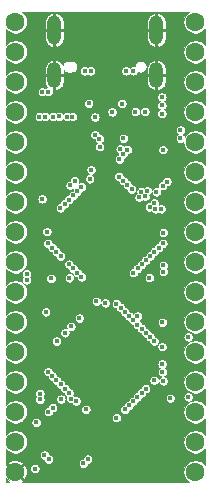
<source format=gbr>
G04 #@! TF.GenerationSoftware,KiCad,Pcbnew,5.1.9-1.fc33*
G04 #@! TF.CreationDate,2021-03-04T22:32:10+01:00*
G04 #@! TF.ProjectId,reDIP-SX,72654449-502d-4535-982e-6b696361645f,0.1*
G04 #@! TF.SameCoordinates,PX5e28010PY8011a50*
G04 #@! TF.FileFunction,Copper,L2,Inr*
G04 #@! TF.FilePolarity,Positive*
%FSLAX46Y46*%
G04 Gerber Fmt 4.6, Leading zero omitted, Abs format (unit mm)*
G04 Created by KiCad (PCBNEW 5.1.9-1.fc33) date 2021-03-04 22:32:10*
%MOMM*%
%LPD*%
G01*
G04 APERTURE LIST*
G04 #@! TA.AperFunction,ComponentPad*
%ADD10O,1.200000X2.500000*%
G04 #@! TD*
G04 #@! TA.AperFunction,ComponentPad*
%ADD11O,1.200000X2.200000*%
G04 #@! TD*
G04 #@! TA.AperFunction,ComponentPad*
%ADD12C,1.600000*%
G04 #@! TD*
G04 #@! TA.AperFunction,ViaPad*
%ADD13C,0.400000*%
G04 #@! TD*
G04 #@! TA.AperFunction,Conductor*
%ADD14C,0.100000*%
G04 #@! TD*
G04 APERTURE END LIST*
D10*
X13210000Y38690000D03*
X4570000Y38690000D03*
D11*
X13210000Y34865000D03*
X4570000Y34865000D03*
D12*
X1270000Y26670000D03*
X1270000Y29210000D03*
X1270000Y31750000D03*
X1270000Y34290000D03*
X1270000Y36830000D03*
X1270000Y39370000D03*
X16510000Y26670000D03*
X16510000Y29210000D03*
X16510000Y31750000D03*
X16510000Y34290000D03*
X16510000Y36830000D03*
X16510000Y39370000D03*
X16510000Y1270000D03*
X16510000Y3810000D03*
X16510000Y6350000D03*
X16510000Y8890000D03*
X16510000Y11430000D03*
X16510000Y13970000D03*
X16510000Y16510000D03*
X16510000Y19050000D03*
X16510000Y21590000D03*
X16510000Y24130000D03*
X1270000Y1270000D03*
X1270000Y3810000D03*
X1270000Y6350000D03*
X1270000Y8890000D03*
X1270000Y11430000D03*
X1270000Y13970000D03*
X1270000Y16510000D03*
X1270000Y19050000D03*
X1270000Y21590000D03*
X1270000Y24130000D03*
D13*
X5580000Y29040000D03*
X5080000Y29040000D03*
X3990000Y24840000D03*
X4330000Y29470000D03*
X4830000Y29470000D03*
X3830000Y29470000D03*
X6520000Y3580000D03*
X4970000Y3580000D03*
X4970000Y5130000D03*
X6510000Y5130000D03*
X12710000Y27500000D03*
X11830000Y26620000D03*
X12710000Y26620000D03*
X11830000Y27500000D03*
X12270000Y27060000D03*
X9830000Y9750000D03*
X10770000Y10700000D03*
X7020000Y10680000D03*
X7970000Y9760000D03*
X7970000Y11620000D03*
X9820000Y11600000D03*
X8890000Y10690000D03*
X8890000Y12550000D03*
X8890000Y21590000D03*
X9890000Y20610000D03*
X10890000Y21580000D03*
X8890000Y19600000D03*
X7900000Y20610000D03*
X6910000Y21590000D03*
X8890000Y23640000D03*
X5740000Y4360000D03*
X15910000Y2540000D03*
X4060000Y18410000D03*
X13780000Y6070000D03*
X8300000Y31760000D03*
X5330000Y29470000D03*
X4580000Y29040000D03*
X11990000Y33780000D03*
X8900000Y8830000D03*
X7090000Y15590000D03*
X4260000Y15120000D03*
X4220000Y11820000D03*
X12130000Y17720000D03*
X13420000Y17720000D03*
X14880000Y26840000D03*
X15910000Y5080000D03*
X10430000Y31340000D03*
X3380000Y3060000D03*
X7940000Y2870000D03*
X4080000Y29040000D03*
X5830000Y29470000D03*
X12720000Y5080000D03*
X15210000Y3800000D03*
X15210000Y1290000D03*
X13780000Y5080000D03*
X15910000Y22860000D03*
X6480000Y33440000D03*
X2920000Y1550000D03*
X3850000Y14830000D03*
X3540000Y24390000D03*
X3810000Y31360000D03*
X9830000Y5860000D03*
X5960000Y7480000D03*
X4050000Y9750000D03*
X11600000Y13750000D03*
X13730000Y13930000D03*
X14390000Y7510000D03*
X10430000Y29510000D03*
X13800000Y21540000D03*
X6870000Y17790000D03*
X13740000Y25510000D03*
X12240000Y31780000D03*
X11440000Y31780000D03*
X10890000Y6910000D03*
X10550000Y6570000D03*
X3310000Y31360000D03*
X3350000Y7410000D03*
X7240000Y6560000D03*
X6290000Y25920000D03*
X5610000Y31360000D03*
X5810000Y18860000D03*
X13030000Y24040000D03*
X12430000Y25080000D03*
X6110000Y31360000D03*
X5910000Y25540000D03*
X9470000Y31760000D03*
X11240000Y35230000D03*
X15250000Y29510000D03*
X15250000Y30210000D03*
X11960000Y7970000D03*
X7640000Y35230000D03*
X7490000Y32480000D03*
X10640000Y35230000D03*
X11600000Y7620000D03*
X12630000Y17720000D03*
X13800000Y18760000D03*
X13700000Y11870000D03*
X12680000Y12700000D03*
X10750000Y25570000D03*
X13030000Y12340000D03*
X11110000Y25210000D03*
X12250000Y24610000D03*
X8010000Y31320000D03*
X15910000Y7620000D03*
X5470000Y8330000D03*
X4440000Y6720000D03*
X5110000Y8680000D03*
X4080000Y6370000D03*
X11930000Y25000000D03*
X13730000Y9740000D03*
X13020000Y9030000D03*
X11750000Y24530000D03*
X15910000Y12700000D03*
X11250000Y7260000D03*
X12310000Y8330000D03*
X11610000Y14460000D03*
X11980000Y18850000D03*
X8880000Y15580000D03*
X6160000Y18500000D03*
X6510000Y18140000D03*
X4290000Y17650000D03*
X13760000Y20620000D03*
X13400000Y20270000D03*
X13040000Y19920000D03*
X12690000Y19560000D03*
X12330000Y19210000D03*
X5840000Y17710000D03*
X5100000Y19550000D03*
X2230000Y17530000D03*
X4740000Y19910000D03*
X4390000Y20270000D03*
X4030000Y20620000D03*
X3940000Y21610000D03*
X2230000Y18030000D03*
X13620000Y23550000D03*
X13120000Y23540000D03*
X12640000Y23700000D03*
X7140000Y35230000D03*
X10290000Y32460000D03*
X4090000Y2350000D03*
X8390000Y29490000D03*
X3730000Y2700000D03*
X8010000Y29820000D03*
X4460000Y31360000D03*
X13800000Y18240000D03*
X8130000Y15720000D03*
X4960000Y31370000D03*
X11270000Y18140000D03*
X11620000Y18500000D03*
X13760000Y28550000D03*
X13680000Y33010000D03*
X5130000Y7440000D03*
X13790000Y8980000D03*
X7040000Y2000000D03*
X13700000Y10420000D03*
X13680000Y31610000D03*
X14100000Y25860000D03*
X10150000Y28620000D03*
X13680000Y32310000D03*
X13210000Y24990000D03*
X8410000Y28810000D03*
X3040000Y5470000D03*
X7400000Y2350000D03*
X3350000Y7910000D03*
X10760000Y28560000D03*
X10190000Y15180000D03*
X5450000Y23970000D03*
X5470000Y13050000D03*
X5080000Y23630000D03*
X10370000Y28170000D03*
X4400000Y9390000D03*
X10080000Y27760000D03*
X4760000Y12350000D03*
X4750000Y9030000D03*
X10040000Y26280000D03*
X5820000Y7970000D03*
X10400000Y25930000D03*
X6690000Y14300000D03*
X5980000Y13590000D03*
X9830000Y15530000D03*
X5800000Y24330000D03*
X10540000Y14820000D03*
X6160000Y24680000D03*
X10900000Y14470000D03*
X6870000Y25400000D03*
X11250000Y14110000D03*
X7570000Y26090000D03*
X11970000Y13410000D03*
X6520000Y25040000D03*
X6420000Y7280000D03*
X7690000Y26850000D03*
X12320000Y13050000D03*
X4050000Y33460000D03*
X3550000Y33460000D03*
D14*
X15872537Y40146751D02*
X15733249Y40007463D01*
X15623811Y39843678D01*
X15548429Y39661689D01*
X15510000Y39468491D01*
X15510000Y39271509D01*
X15548429Y39078311D01*
X15623811Y38896322D01*
X15733249Y38732537D01*
X15872537Y38593249D01*
X16036322Y38483811D01*
X16218311Y38408429D01*
X16411509Y38370000D01*
X16608491Y38370000D01*
X16801689Y38408429D01*
X16983678Y38483811D01*
X17147463Y38593249D01*
X17286751Y38732537D01*
X17330001Y38797265D01*
X17330001Y37402735D01*
X17286751Y37467463D01*
X17147463Y37606751D01*
X16983678Y37716189D01*
X16801689Y37791571D01*
X16608491Y37830000D01*
X16411509Y37830000D01*
X16218311Y37791571D01*
X16036322Y37716189D01*
X15872537Y37606751D01*
X15733249Y37467463D01*
X15623811Y37303678D01*
X15548429Y37121689D01*
X15510000Y36928491D01*
X15510000Y36731509D01*
X15548429Y36538311D01*
X15623811Y36356322D01*
X15733249Y36192537D01*
X15872537Y36053249D01*
X16036322Y35943811D01*
X16218311Y35868429D01*
X16411509Y35830000D01*
X16608491Y35830000D01*
X16801689Y35868429D01*
X16983678Y35943811D01*
X17147463Y36053249D01*
X17286751Y36192537D01*
X17330001Y36257265D01*
X17330001Y34862735D01*
X17286751Y34927463D01*
X17147463Y35066751D01*
X16983678Y35176189D01*
X16801689Y35251571D01*
X16608491Y35290000D01*
X16411509Y35290000D01*
X16218311Y35251571D01*
X16036322Y35176189D01*
X15872537Y35066751D01*
X15733249Y34927463D01*
X15623811Y34763678D01*
X15548429Y34581689D01*
X15510000Y34388491D01*
X15510000Y34191509D01*
X15548429Y33998311D01*
X15623811Y33816322D01*
X15733249Y33652537D01*
X15872537Y33513249D01*
X16036322Y33403811D01*
X16218311Y33328429D01*
X16411509Y33290000D01*
X16608491Y33290000D01*
X16801689Y33328429D01*
X16983678Y33403811D01*
X17147463Y33513249D01*
X17286751Y33652537D01*
X17330001Y33717265D01*
X17330001Y32322735D01*
X17286751Y32387463D01*
X17147463Y32526751D01*
X16983678Y32636189D01*
X16801689Y32711571D01*
X16608491Y32750000D01*
X16411509Y32750000D01*
X16218311Y32711571D01*
X16036322Y32636189D01*
X15872537Y32526751D01*
X15733249Y32387463D01*
X15623811Y32223678D01*
X15548429Y32041689D01*
X15510000Y31848491D01*
X15510000Y31651509D01*
X15548429Y31458311D01*
X15623811Y31276322D01*
X15733249Y31112537D01*
X15872537Y30973249D01*
X16036322Y30863811D01*
X16218311Y30788429D01*
X16411509Y30750000D01*
X16608491Y30750000D01*
X16801689Y30788429D01*
X16983678Y30863811D01*
X17147463Y30973249D01*
X17286751Y31112537D01*
X17330001Y31177265D01*
X17330001Y29782735D01*
X17286751Y29847463D01*
X17147463Y29986751D01*
X16983678Y30096189D01*
X16801689Y30171571D01*
X16608491Y30210000D01*
X16411509Y30210000D01*
X16218311Y30171571D01*
X16036322Y30096189D01*
X15872537Y29986751D01*
X15733249Y29847463D01*
X15623811Y29683678D01*
X15617414Y29668234D01*
X15604475Y29699471D01*
X15560700Y29764985D01*
X15504985Y29820700D01*
X15446168Y29860000D01*
X15504985Y29899300D01*
X15560700Y29955015D01*
X15604475Y30020529D01*
X15634628Y30093324D01*
X15650000Y30170603D01*
X15650000Y30249397D01*
X15634628Y30326676D01*
X15604475Y30399471D01*
X15560700Y30464985D01*
X15504985Y30520700D01*
X15439471Y30564475D01*
X15366676Y30594628D01*
X15289397Y30610000D01*
X15210603Y30610000D01*
X15133324Y30594628D01*
X15060529Y30564475D01*
X14995015Y30520700D01*
X14939300Y30464985D01*
X14895525Y30399471D01*
X14865372Y30326676D01*
X14850000Y30249397D01*
X14850000Y30170603D01*
X14865372Y30093324D01*
X14895525Y30020529D01*
X14939300Y29955015D01*
X14995015Y29899300D01*
X15053832Y29860000D01*
X14995015Y29820700D01*
X14939300Y29764985D01*
X14895525Y29699471D01*
X14865372Y29626676D01*
X14850000Y29549397D01*
X14850000Y29470603D01*
X14865372Y29393324D01*
X14895525Y29320529D01*
X14939300Y29255015D01*
X14995015Y29199300D01*
X15060529Y29155525D01*
X15133324Y29125372D01*
X15210603Y29110000D01*
X15289397Y29110000D01*
X15366676Y29125372D01*
X15439471Y29155525D01*
X15504985Y29199300D01*
X15510000Y29204315D01*
X15510000Y29111509D01*
X15548429Y28918311D01*
X15623811Y28736322D01*
X15733249Y28572537D01*
X15872537Y28433249D01*
X16036322Y28323811D01*
X16218311Y28248429D01*
X16411509Y28210000D01*
X16608491Y28210000D01*
X16801689Y28248429D01*
X16983678Y28323811D01*
X17147463Y28433249D01*
X17286751Y28572537D01*
X17330001Y28637265D01*
X17330001Y27242736D01*
X17286751Y27307463D01*
X17147463Y27446751D01*
X16983678Y27556189D01*
X16801689Y27631571D01*
X16608491Y27670000D01*
X16411509Y27670000D01*
X16218311Y27631571D01*
X16036322Y27556189D01*
X15872537Y27446751D01*
X15733249Y27307463D01*
X15623811Y27143678D01*
X15548429Y26961689D01*
X15510000Y26768491D01*
X15510000Y26571509D01*
X15548429Y26378311D01*
X15623811Y26196322D01*
X15733249Y26032537D01*
X15872537Y25893249D01*
X16036322Y25783811D01*
X16218311Y25708429D01*
X16411509Y25670000D01*
X16608491Y25670000D01*
X16801689Y25708429D01*
X16983678Y25783811D01*
X17147463Y25893249D01*
X17286751Y26032537D01*
X17330001Y26097264D01*
X17330001Y24702736D01*
X17286751Y24767463D01*
X17147463Y24906751D01*
X16983678Y25016189D01*
X16801689Y25091571D01*
X16608491Y25130000D01*
X16411509Y25130000D01*
X16218311Y25091571D01*
X16036322Y25016189D01*
X15872537Y24906751D01*
X15733249Y24767463D01*
X15623811Y24603678D01*
X15548429Y24421689D01*
X15510000Y24228491D01*
X15510000Y24031509D01*
X15548429Y23838311D01*
X15623811Y23656322D01*
X15733249Y23492537D01*
X15872537Y23353249D01*
X16036322Y23243811D01*
X16218311Y23168429D01*
X16411509Y23130000D01*
X16608491Y23130000D01*
X16801689Y23168429D01*
X16983678Y23243811D01*
X17147463Y23353249D01*
X17286751Y23492537D01*
X17330001Y23557264D01*
X17330001Y22162736D01*
X17286751Y22227463D01*
X17147463Y22366751D01*
X16983678Y22476189D01*
X16801689Y22551571D01*
X16608491Y22590000D01*
X16411509Y22590000D01*
X16218311Y22551571D01*
X16036322Y22476189D01*
X15872537Y22366751D01*
X15733249Y22227463D01*
X15623811Y22063678D01*
X15548429Y21881689D01*
X15510000Y21688491D01*
X15510000Y21491509D01*
X15548429Y21298311D01*
X15623811Y21116322D01*
X15733249Y20952537D01*
X15872537Y20813249D01*
X16036322Y20703811D01*
X16218311Y20628429D01*
X16411509Y20590000D01*
X16608491Y20590000D01*
X16801689Y20628429D01*
X16983678Y20703811D01*
X17147463Y20813249D01*
X17286751Y20952537D01*
X17330001Y21017264D01*
X17330000Y19622736D01*
X17286751Y19687463D01*
X17147463Y19826751D01*
X16983678Y19936189D01*
X16801689Y20011571D01*
X16608491Y20050000D01*
X16411509Y20050000D01*
X16218311Y20011571D01*
X16036322Y19936189D01*
X15872537Y19826751D01*
X15733249Y19687463D01*
X15623811Y19523678D01*
X15548429Y19341689D01*
X15510000Y19148491D01*
X15510000Y18951509D01*
X15548429Y18758311D01*
X15623811Y18576322D01*
X15733249Y18412537D01*
X15872537Y18273249D01*
X16036322Y18163811D01*
X16218311Y18088429D01*
X16411509Y18050000D01*
X16608491Y18050000D01*
X16801689Y18088429D01*
X16983678Y18163811D01*
X17147463Y18273249D01*
X17286751Y18412537D01*
X17330000Y18477264D01*
X17330000Y17082736D01*
X17286751Y17147463D01*
X17147463Y17286751D01*
X16983678Y17396189D01*
X16801689Y17471571D01*
X16608491Y17510000D01*
X16411509Y17510000D01*
X16218311Y17471571D01*
X16036322Y17396189D01*
X15872537Y17286751D01*
X15733249Y17147463D01*
X15623811Y16983678D01*
X15548429Y16801689D01*
X15510000Y16608491D01*
X15510000Y16411509D01*
X15548429Y16218311D01*
X15623811Y16036322D01*
X15733249Y15872537D01*
X15872537Y15733249D01*
X16036322Y15623811D01*
X16218311Y15548429D01*
X16411509Y15510000D01*
X16608491Y15510000D01*
X16801689Y15548429D01*
X16983678Y15623811D01*
X17147463Y15733249D01*
X17286751Y15872537D01*
X17330000Y15937264D01*
X17330000Y14542736D01*
X17286751Y14607463D01*
X17147463Y14746751D01*
X16983678Y14856189D01*
X16801689Y14931571D01*
X16608491Y14970000D01*
X16411509Y14970000D01*
X16218311Y14931571D01*
X16036322Y14856189D01*
X15872537Y14746751D01*
X15733249Y14607463D01*
X15623811Y14443678D01*
X15548429Y14261689D01*
X15510000Y14068491D01*
X15510000Y13871509D01*
X15548429Y13678311D01*
X15623811Y13496322D01*
X15733249Y13332537D01*
X15872537Y13193249D01*
X16036322Y13083811D01*
X16218311Y13008429D01*
X16411509Y12970000D01*
X16608491Y12970000D01*
X16801689Y13008429D01*
X16983678Y13083811D01*
X17147463Y13193249D01*
X17286751Y13332537D01*
X17330000Y13397264D01*
X17330000Y12002736D01*
X17286751Y12067463D01*
X17147463Y12206751D01*
X16983678Y12316189D01*
X16801689Y12391571D01*
X16608491Y12430000D01*
X16411509Y12430000D01*
X16218311Y12391571D01*
X16036322Y12316189D01*
X15872537Y12206751D01*
X15733249Y12067463D01*
X15623811Y11903678D01*
X15548429Y11721689D01*
X15510000Y11528491D01*
X15510000Y11331509D01*
X15548429Y11138311D01*
X15623811Y10956322D01*
X15733249Y10792537D01*
X15872537Y10653249D01*
X16036322Y10543811D01*
X16218311Y10468429D01*
X16411509Y10430000D01*
X16608491Y10430000D01*
X16801689Y10468429D01*
X16983678Y10543811D01*
X17147463Y10653249D01*
X17286751Y10792537D01*
X17330000Y10857264D01*
X17330000Y9462736D01*
X17286751Y9527463D01*
X17147463Y9666751D01*
X16983678Y9776189D01*
X16801689Y9851571D01*
X16608491Y9890000D01*
X16411509Y9890000D01*
X16218311Y9851571D01*
X16036322Y9776189D01*
X15872537Y9666751D01*
X15733249Y9527463D01*
X15623811Y9363678D01*
X15548429Y9181689D01*
X15510000Y8988491D01*
X15510000Y8791509D01*
X15548429Y8598311D01*
X15623811Y8416322D01*
X15733249Y8252537D01*
X15872537Y8113249D01*
X16036322Y8003811D01*
X16218311Y7928429D01*
X16411509Y7890000D01*
X16608491Y7890000D01*
X16801689Y7928429D01*
X16983678Y8003811D01*
X17147463Y8113249D01*
X17286751Y8252537D01*
X17330000Y8317264D01*
X17330000Y6922736D01*
X17286751Y6987463D01*
X17147463Y7126751D01*
X16983678Y7236189D01*
X16801689Y7311571D01*
X16608491Y7350000D01*
X16411509Y7350000D01*
X16218311Y7311571D01*
X16036322Y7236189D01*
X15872537Y7126751D01*
X15733249Y6987463D01*
X15623811Y6823678D01*
X15548429Y6641689D01*
X15510000Y6448491D01*
X15510000Y6251509D01*
X15548429Y6058311D01*
X15623811Y5876322D01*
X15733249Y5712537D01*
X15872537Y5573249D01*
X16036322Y5463811D01*
X16218311Y5388429D01*
X16411509Y5350000D01*
X16608491Y5350000D01*
X16801689Y5388429D01*
X16983678Y5463811D01*
X17147463Y5573249D01*
X17286751Y5712537D01*
X17330000Y5777264D01*
X17330000Y4382736D01*
X17286751Y4447463D01*
X17147463Y4586751D01*
X16983678Y4696189D01*
X16801689Y4771571D01*
X16608491Y4810000D01*
X16411509Y4810000D01*
X16218311Y4771571D01*
X16036322Y4696189D01*
X15872537Y4586751D01*
X15733249Y4447463D01*
X15623811Y4283678D01*
X15548429Y4101689D01*
X15510000Y3908491D01*
X15510000Y3711509D01*
X15548429Y3518311D01*
X15623811Y3336322D01*
X15733249Y3172537D01*
X15872537Y3033249D01*
X16036322Y2923811D01*
X16218311Y2848429D01*
X16411509Y2810000D01*
X16608491Y2810000D01*
X16801689Y2848429D01*
X16983678Y2923811D01*
X17147463Y3033249D01*
X17286751Y3172537D01*
X17330000Y3237264D01*
X17330000Y1842736D01*
X17286751Y1907463D01*
X17147463Y2046751D01*
X16983678Y2156189D01*
X16801689Y2231571D01*
X16608491Y2270000D01*
X16411509Y2270000D01*
X16218311Y2231571D01*
X16036322Y2156189D01*
X15872537Y2046751D01*
X15733249Y1907463D01*
X15623811Y1743678D01*
X15548429Y1561689D01*
X15510000Y1368491D01*
X15510000Y1171509D01*
X15548429Y978311D01*
X15623811Y796322D01*
X15733249Y632537D01*
X15872537Y493249D01*
X15937263Y450000D01*
X1823092Y450000D01*
X1890054Y543880D01*
X1270000Y1163934D01*
X649946Y543880D01*
X716908Y450000D01*
X522005Y450000D01*
X490706Y453069D01*
X481772Y455767D01*
X473525Y460152D01*
X466288Y466054D01*
X460338Y473246D01*
X455894Y481464D01*
X453135Y490377D01*
X450000Y520207D01*
X450000Y716908D01*
X543880Y649946D01*
X1163934Y1270000D01*
X1376066Y1270000D01*
X1996120Y649946D01*
X2124749Y741694D01*
X2211392Y918599D01*
X2261859Y1109007D01*
X2274209Y1305603D01*
X2247968Y1500830D01*
X2217635Y1589397D01*
X2520000Y1589397D01*
X2520000Y1510603D01*
X2535372Y1433324D01*
X2565525Y1360529D01*
X2609300Y1295015D01*
X2665015Y1239300D01*
X2730529Y1195525D01*
X2803324Y1165372D01*
X2880603Y1150000D01*
X2959397Y1150000D01*
X3036676Y1165372D01*
X3109471Y1195525D01*
X3174985Y1239300D01*
X3230700Y1295015D01*
X3274475Y1360529D01*
X3304628Y1433324D01*
X3320000Y1510603D01*
X3320000Y1589397D01*
X3304628Y1666676D01*
X3274475Y1739471D01*
X3230700Y1804985D01*
X3174985Y1860700D01*
X3109471Y1904475D01*
X3036676Y1934628D01*
X2959397Y1950000D01*
X2880603Y1950000D01*
X2803324Y1934628D01*
X2730529Y1904475D01*
X2665015Y1860700D01*
X2609300Y1804985D01*
X2565525Y1739471D01*
X2535372Y1666676D01*
X2520000Y1589397D01*
X2217635Y1589397D01*
X2184143Y1687187D01*
X2124749Y1798306D01*
X1996120Y1890054D01*
X1376066Y1270000D01*
X1163934Y1270000D01*
X543880Y1890054D01*
X450000Y1823092D01*
X450000Y1996120D01*
X649946Y1996120D01*
X1270000Y1376066D01*
X1890054Y1996120D01*
X1798306Y2124749D01*
X1621401Y2211392D01*
X1430993Y2261859D01*
X1234397Y2274209D01*
X1039170Y2247968D01*
X852813Y2184143D01*
X741694Y2124749D01*
X649946Y1996120D01*
X450000Y1996120D01*
X450000Y2739397D01*
X3330000Y2739397D01*
X3330000Y2660603D01*
X3345372Y2583324D01*
X3375525Y2510529D01*
X3419300Y2445015D01*
X3475015Y2389300D01*
X3540529Y2345525D01*
X3613324Y2315372D01*
X3690603Y2300000D01*
X3692109Y2300000D01*
X3705372Y2233324D01*
X3735525Y2160529D01*
X3779300Y2095015D01*
X3835015Y2039300D01*
X3900529Y1995525D01*
X3973324Y1965372D01*
X4050603Y1950000D01*
X4129397Y1950000D01*
X4206676Y1965372D01*
X4279471Y1995525D01*
X4344985Y2039300D01*
X4345082Y2039397D01*
X6640000Y2039397D01*
X6640000Y1960603D01*
X6655372Y1883324D01*
X6685525Y1810529D01*
X6729300Y1745015D01*
X6785015Y1689300D01*
X6850529Y1645525D01*
X6923324Y1615372D01*
X7000603Y1600000D01*
X7079397Y1600000D01*
X7156676Y1615372D01*
X7229471Y1645525D01*
X7294985Y1689300D01*
X7350700Y1745015D01*
X7394475Y1810529D01*
X7424628Y1883324D01*
X7437891Y1950000D01*
X7439397Y1950000D01*
X7516676Y1965372D01*
X7589471Y1995525D01*
X7654985Y2039300D01*
X7710700Y2095015D01*
X7754475Y2160529D01*
X7784628Y2233324D01*
X7800000Y2310603D01*
X7800000Y2389397D01*
X7784628Y2466676D01*
X7754475Y2539471D01*
X7710700Y2604985D01*
X7654985Y2660700D01*
X7589471Y2704475D01*
X7516676Y2734628D01*
X7439397Y2750000D01*
X7360603Y2750000D01*
X7283324Y2734628D01*
X7210529Y2704475D01*
X7145015Y2660700D01*
X7089300Y2604985D01*
X7045525Y2539471D01*
X7015372Y2466676D01*
X7002109Y2400000D01*
X7000603Y2400000D01*
X6923324Y2384628D01*
X6850529Y2354475D01*
X6785015Y2310700D01*
X6729300Y2254985D01*
X6685525Y2189471D01*
X6655372Y2116676D01*
X6640000Y2039397D01*
X4345082Y2039397D01*
X4400700Y2095015D01*
X4444475Y2160529D01*
X4474628Y2233324D01*
X4490000Y2310603D01*
X4490000Y2389397D01*
X4474628Y2466676D01*
X4444475Y2539471D01*
X4400700Y2604985D01*
X4344985Y2660700D01*
X4279471Y2704475D01*
X4206676Y2734628D01*
X4129397Y2750000D01*
X4127891Y2750000D01*
X4114628Y2816676D01*
X4084475Y2889471D01*
X4040700Y2954985D01*
X3984985Y3010700D01*
X3919471Y3054475D01*
X3846676Y3084628D01*
X3769397Y3100000D01*
X3690603Y3100000D01*
X3613324Y3084628D01*
X3540529Y3054475D01*
X3475015Y3010700D01*
X3419300Y2954985D01*
X3375525Y2889471D01*
X3345372Y2816676D01*
X3330000Y2739397D01*
X450000Y2739397D01*
X450000Y3237263D01*
X493249Y3172537D01*
X632537Y3033249D01*
X796322Y2923811D01*
X978311Y2848429D01*
X1171509Y2810000D01*
X1368491Y2810000D01*
X1561689Y2848429D01*
X1743678Y2923811D01*
X1907463Y3033249D01*
X2046751Y3172537D01*
X2156189Y3336322D01*
X2231571Y3518311D01*
X2270000Y3711509D01*
X2270000Y3908491D01*
X2231571Y4101689D01*
X2156189Y4283678D01*
X2046751Y4447463D01*
X1907463Y4586751D01*
X1743678Y4696189D01*
X1561689Y4771571D01*
X1368491Y4810000D01*
X1171509Y4810000D01*
X978311Y4771571D01*
X796322Y4696189D01*
X632537Y4586751D01*
X493249Y4447463D01*
X450000Y4382737D01*
X450000Y5777263D01*
X493249Y5712537D01*
X632537Y5573249D01*
X796322Y5463811D01*
X978311Y5388429D01*
X1171509Y5350000D01*
X1368491Y5350000D01*
X1561689Y5388429D01*
X1743678Y5463811D01*
X1811902Y5509397D01*
X2640000Y5509397D01*
X2640000Y5430603D01*
X2655372Y5353324D01*
X2685525Y5280529D01*
X2729300Y5215015D01*
X2785015Y5159300D01*
X2850529Y5115525D01*
X2923324Y5085372D01*
X3000603Y5070000D01*
X3079397Y5070000D01*
X3156676Y5085372D01*
X3229471Y5115525D01*
X3294985Y5159300D01*
X3350700Y5215015D01*
X3394475Y5280529D01*
X3424628Y5353324D01*
X3440000Y5430603D01*
X3440000Y5509397D01*
X3424628Y5586676D01*
X3394475Y5659471D01*
X3350700Y5724985D01*
X3294985Y5780700D01*
X3229471Y5824475D01*
X3156676Y5854628D01*
X3079397Y5870000D01*
X3000603Y5870000D01*
X2923324Y5854628D01*
X2850529Y5824475D01*
X2785015Y5780700D01*
X2729300Y5724985D01*
X2685525Y5659471D01*
X2655372Y5586676D01*
X2640000Y5509397D01*
X1811902Y5509397D01*
X1907463Y5573249D01*
X2046751Y5712537D01*
X2156189Y5876322D01*
X2165746Y5899397D01*
X9430000Y5899397D01*
X9430000Y5820603D01*
X9445372Y5743324D01*
X9475525Y5670529D01*
X9519300Y5605015D01*
X9575015Y5549300D01*
X9640529Y5505525D01*
X9713324Y5475372D01*
X9790603Y5460000D01*
X9869397Y5460000D01*
X9946676Y5475372D01*
X10019471Y5505525D01*
X10084985Y5549300D01*
X10140700Y5605015D01*
X10184475Y5670529D01*
X10214628Y5743324D01*
X10230000Y5820603D01*
X10230000Y5899397D01*
X10214628Y5976676D01*
X10184475Y6049471D01*
X10140700Y6114985D01*
X10084985Y6170700D01*
X10019471Y6214475D01*
X9946676Y6244628D01*
X9869397Y6260000D01*
X9790603Y6260000D01*
X9713324Y6244628D01*
X9640529Y6214475D01*
X9575015Y6170700D01*
X9519300Y6114985D01*
X9475525Y6049471D01*
X9445372Y5976676D01*
X9430000Y5899397D01*
X2165746Y5899397D01*
X2231571Y6058311D01*
X2270000Y6251509D01*
X2270000Y6409397D01*
X3680000Y6409397D01*
X3680000Y6330603D01*
X3695372Y6253324D01*
X3725525Y6180529D01*
X3769300Y6115015D01*
X3825015Y6059300D01*
X3890529Y6015525D01*
X3963324Y5985372D01*
X4040603Y5970000D01*
X4119397Y5970000D01*
X4196676Y5985372D01*
X4269471Y6015525D01*
X4334985Y6059300D01*
X4390700Y6115015D01*
X4434475Y6180529D01*
X4464628Y6253324D01*
X4477891Y6320000D01*
X4479397Y6320000D01*
X4556676Y6335372D01*
X4629471Y6365525D01*
X4694985Y6409300D01*
X4750700Y6465015D01*
X4794475Y6530529D01*
X4823001Y6599397D01*
X6840000Y6599397D01*
X6840000Y6520603D01*
X6855372Y6443324D01*
X6885525Y6370529D01*
X6929300Y6305015D01*
X6985015Y6249300D01*
X7050529Y6205525D01*
X7123324Y6175372D01*
X7200603Y6160000D01*
X7279397Y6160000D01*
X7356676Y6175372D01*
X7429471Y6205525D01*
X7494985Y6249300D01*
X7550700Y6305015D01*
X7594475Y6370529D01*
X7624628Y6443324D01*
X7640000Y6520603D01*
X7640000Y6599397D01*
X7638011Y6609397D01*
X10150000Y6609397D01*
X10150000Y6530603D01*
X10165372Y6453324D01*
X10195525Y6380529D01*
X10239300Y6315015D01*
X10295015Y6259300D01*
X10360529Y6215525D01*
X10433324Y6185372D01*
X10510603Y6170000D01*
X10589397Y6170000D01*
X10666676Y6185372D01*
X10739471Y6215525D01*
X10804985Y6259300D01*
X10860700Y6315015D01*
X10904475Y6380529D01*
X10934628Y6453324D01*
X10946582Y6513418D01*
X11006676Y6525372D01*
X11079471Y6555525D01*
X11144985Y6599300D01*
X11200700Y6655015D01*
X11244475Y6720529D01*
X11274628Y6793324D01*
X11287891Y6860000D01*
X11289397Y6860000D01*
X11366676Y6875372D01*
X11439471Y6905525D01*
X11504985Y6949300D01*
X11560700Y7005015D01*
X11604475Y7070529D01*
X11634628Y7143324D01*
X11650000Y7220603D01*
X11650000Y7222109D01*
X11716676Y7235372D01*
X11789471Y7265525D01*
X11854985Y7309300D01*
X11910700Y7365015D01*
X11954475Y7430529D01*
X11984628Y7503324D01*
X11993792Y7549397D01*
X13990000Y7549397D01*
X13990000Y7470603D01*
X14005372Y7393324D01*
X14035525Y7320529D01*
X14079300Y7255015D01*
X14135015Y7199300D01*
X14200529Y7155525D01*
X14273324Y7125372D01*
X14350603Y7110000D01*
X14429397Y7110000D01*
X14506676Y7125372D01*
X14579471Y7155525D01*
X14644985Y7199300D01*
X14700700Y7255015D01*
X14744475Y7320529D01*
X14774628Y7393324D01*
X14790000Y7470603D01*
X14790000Y7549397D01*
X14774628Y7626676D01*
X14761075Y7659397D01*
X15510000Y7659397D01*
X15510000Y7580603D01*
X15525372Y7503324D01*
X15555525Y7430529D01*
X15599300Y7365015D01*
X15655015Y7309300D01*
X15720529Y7265525D01*
X15793324Y7235372D01*
X15870603Y7220000D01*
X15949397Y7220000D01*
X16026676Y7235372D01*
X16099471Y7265525D01*
X16164985Y7309300D01*
X16220700Y7365015D01*
X16264475Y7430529D01*
X16294628Y7503324D01*
X16310000Y7580603D01*
X16310000Y7659397D01*
X16294628Y7736676D01*
X16264475Y7809471D01*
X16220700Y7874985D01*
X16164985Y7930700D01*
X16099471Y7974475D01*
X16026676Y8004628D01*
X15949397Y8020000D01*
X15870603Y8020000D01*
X15793324Y8004628D01*
X15720529Y7974475D01*
X15655015Y7930700D01*
X15599300Y7874985D01*
X15555525Y7809471D01*
X15525372Y7736676D01*
X15510000Y7659397D01*
X14761075Y7659397D01*
X14744475Y7699471D01*
X14700700Y7764985D01*
X14644985Y7820700D01*
X14579471Y7864475D01*
X14506676Y7894628D01*
X14429397Y7910000D01*
X14350603Y7910000D01*
X14273324Y7894628D01*
X14200529Y7864475D01*
X14135015Y7820700D01*
X14079300Y7764985D01*
X14035525Y7699471D01*
X14005372Y7626676D01*
X13990000Y7549397D01*
X11993792Y7549397D01*
X11997891Y7570000D01*
X11999397Y7570000D01*
X12076676Y7585372D01*
X12149471Y7615525D01*
X12214985Y7659300D01*
X12270700Y7715015D01*
X12314475Y7780529D01*
X12344628Y7853324D01*
X12360000Y7930603D01*
X12360000Y7932109D01*
X12426676Y7945372D01*
X12499471Y7975525D01*
X12564985Y8019300D01*
X12620700Y8075015D01*
X12664475Y8140529D01*
X12694628Y8213324D01*
X12710000Y8290603D01*
X12710000Y8369397D01*
X12694628Y8446676D01*
X12664475Y8519471D01*
X12620700Y8584985D01*
X12564985Y8640700D01*
X12499471Y8684475D01*
X12426676Y8714628D01*
X12349397Y8730000D01*
X12270603Y8730000D01*
X12193324Y8714628D01*
X12120529Y8684475D01*
X12055015Y8640700D01*
X11999300Y8584985D01*
X11955525Y8519471D01*
X11925372Y8446676D01*
X11910000Y8369397D01*
X11910000Y8367891D01*
X11843324Y8354628D01*
X11770529Y8324475D01*
X11705015Y8280700D01*
X11649300Y8224985D01*
X11605525Y8159471D01*
X11575372Y8086676D01*
X11562109Y8020000D01*
X11560603Y8020000D01*
X11483324Y8004628D01*
X11410529Y7974475D01*
X11345015Y7930700D01*
X11289300Y7874985D01*
X11245525Y7809471D01*
X11215372Y7736676D01*
X11200000Y7659397D01*
X11200000Y7657891D01*
X11133324Y7644628D01*
X11060529Y7614475D01*
X10995015Y7570700D01*
X10939300Y7514985D01*
X10895525Y7449471D01*
X10865372Y7376676D01*
X10852109Y7310000D01*
X10850603Y7310000D01*
X10773324Y7294628D01*
X10700529Y7264475D01*
X10635015Y7220700D01*
X10579300Y7164985D01*
X10535525Y7099471D01*
X10505372Y7026676D01*
X10493418Y6966582D01*
X10433324Y6954628D01*
X10360529Y6924475D01*
X10295015Y6880700D01*
X10239300Y6824985D01*
X10195525Y6759471D01*
X10165372Y6686676D01*
X10150000Y6609397D01*
X7638011Y6609397D01*
X7624628Y6676676D01*
X7594475Y6749471D01*
X7550700Y6814985D01*
X7494985Y6870700D01*
X7429471Y6914475D01*
X7356676Y6944628D01*
X7279397Y6960000D01*
X7200603Y6960000D01*
X7123324Y6944628D01*
X7050529Y6914475D01*
X6985015Y6870700D01*
X6929300Y6814985D01*
X6885525Y6749471D01*
X6855372Y6676676D01*
X6840000Y6599397D01*
X4823001Y6599397D01*
X4824628Y6603324D01*
X4840000Y6680603D01*
X4840000Y6759397D01*
X4824628Y6836676D01*
X4794475Y6909471D01*
X4750700Y6974985D01*
X4694985Y7030700D01*
X4629471Y7074475D01*
X4556676Y7104628D01*
X4479397Y7120000D01*
X4400603Y7120000D01*
X4323324Y7104628D01*
X4250529Y7074475D01*
X4185015Y7030700D01*
X4129300Y6974985D01*
X4085525Y6909471D01*
X4055372Y6836676D01*
X4042109Y6770000D01*
X4040603Y6770000D01*
X3963324Y6754628D01*
X3890529Y6724475D01*
X3825015Y6680700D01*
X3769300Y6624985D01*
X3725525Y6559471D01*
X3695372Y6486676D01*
X3680000Y6409397D01*
X2270000Y6409397D01*
X2270000Y6448491D01*
X2231571Y6641689D01*
X2156189Y6823678D01*
X2046751Y6987463D01*
X1907463Y7126751D01*
X1743678Y7236189D01*
X1561689Y7311571D01*
X1368491Y7350000D01*
X1171509Y7350000D01*
X978311Y7311571D01*
X796322Y7236189D01*
X632537Y7126751D01*
X493249Y6987463D01*
X450000Y6922737D01*
X450000Y8317263D01*
X493249Y8252537D01*
X632537Y8113249D01*
X796322Y8003811D01*
X978311Y7928429D01*
X1171509Y7890000D01*
X1368491Y7890000D01*
X1561689Y7928429D01*
X1612310Y7949397D01*
X2950000Y7949397D01*
X2950000Y7870603D01*
X2965372Y7793324D01*
X2995525Y7720529D01*
X3035969Y7660000D01*
X2995525Y7599471D01*
X2965372Y7526676D01*
X2950000Y7449397D01*
X2950000Y7370603D01*
X2965372Y7293324D01*
X2995525Y7220529D01*
X3039300Y7155015D01*
X3095015Y7099300D01*
X3160529Y7055525D01*
X3233324Y7025372D01*
X3310603Y7010000D01*
X3389397Y7010000D01*
X3466676Y7025372D01*
X3539471Y7055525D01*
X3604985Y7099300D01*
X3660700Y7155015D01*
X3704475Y7220529D01*
X3734628Y7293324D01*
X3750000Y7370603D01*
X3750000Y7449397D01*
X3744033Y7479397D01*
X4730000Y7479397D01*
X4730000Y7400603D01*
X4745372Y7323324D01*
X4775525Y7250529D01*
X4819300Y7185015D01*
X4875015Y7129300D01*
X4940529Y7085525D01*
X5013324Y7055372D01*
X5090603Y7040000D01*
X5169397Y7040000D01*
X5246676Y7055372D01*
X5319471Y7085525D01*
X5384985Y7129300D01*
X5440700Y7185015D01*
X5484475Y7250529D01*
X5514628Y7323324D01*
X5530000Y7400603D01*
X5530000Y7479397D01*
X5514628Y7556676D01*
X5484475Y7629471D01*
X5440700Y7694985D01*
X5384985Y7750700D01*
X5319471Y7794475D01*
X5246676Y7824628D01*
X5169397Y7840000D01*
X5090603Y7840000D01*
X5013324Y7824628D01*
X4940529Y7794475D01*
X4875015Y7750700D01*
X4819300Y7694985D01*
X4775525Y7629471D01*
X4745372Y7556676D01*
X4730000Y7479397D01*
X3744033Y7479397D01*
X3734628Y7526676D01*
X3704475Y7599471D01*
X3664031Y7660000D01*
X3704475Y7720529D01*
X3734628Y7793324D01*
X3750000Y7870603D01*
X3750000Y7949397D01*
X3734628Y8026676D01*
X3704475Y8099471D01*
X3660700Y8164985D01*
X3604985Y8220700D01*
X3539471Y8264475D01*
X3466676Y8294628D01*
X3389397Y8310000D01*
X3310603Y8310000D01*
X3233324Y8294628D01*
X3160529Y8264475D01*
X3095015Y8220700D01*
X3039300Y8164985D01*
X2995525Y8099471D01*
X2965372Y8026676D01*
X2950000Y7949397D01*
X1612310Y7949397D01*
X1743678Y8003811D01*
X1907463Y8113249D01*
X2046751Y8252537D01*
X2156189Y8416322D01*
X2231571Y8598311D01*
X2270000Y8791509D01*
X2270000Y8988491D01*
X2231571Y9181689D01*
X2156189Y9363678D01*
X2046751Y9527463D01*
X1907463Y9666751D01*
X1743678Y9776189D01*
X1711791Y9789397D01*
X3650000Y9789397D01*
X3650000Y9710603D01*
X3665372Y9633324D01*
X3695525Y9560529D01*
X3739300Y9495015D01*
X3795015Y9439300D01*
X3860529Y9395525D01*
X3933324Y9365372D01*
X4000000Y9352109D01*
X4000000Y9350603D01*
X4015372Y9273324D01*
X4045525Y9200529D01*
X4089300Y9135015D01*
X4145015Y9079300D01*
X4210529Y9035525D01*
X4283324Y9005372D01*
X4350000Y8992109D01*
X4350000Y8990603D01*
X4365372Y8913324D01*
X4395525Y8840529D01*
X4439300Y8775015D01*
X4495015Y8719300D01*
X4560529Y8675525D01*
X4633324Y8645372D01*
X4710603Y8630000D01*
X4712109Y8630000D01*
X4725372Y8563324D01*
X4755525Y8490529D01*
X4799300Y8425015D01*
X4855015Y8369300D01*
X4920529Y8325525D01*
X4993324Y8295372D01*
X5070603Y8280000D01*
X5072109Y8280000D01*
X5085372Y8213324D01*
X5115525Y8140529D01*
X5159300Y8075015D01*
X5215015Y8019300D01*
X5280529Y7975525D01*
X5353324Y7945372D01*
X5420000Y7932109D01*
X5420000Y7930603D01*
X5435372Y7853324D01*
X5465525Y7780529D01*
X5509300Y7715015D01*
X5565015Y7659300D01*
X5593444Y7640305D01*
X5575372Y7596676D01*
X5560000Y7519397D01*
X5560000Y7440603D01*
X5575372Y7363324D01*
X5605525Y7290529D01*
X5649300Y7225015D01*
X5705015Y7169300D01*
X5770529Y7125525D01*
X5843324Y7095372D01*
X5920603Y7080000D01*
X5999397Y7080000D01*
X6064520Y7092954D01*
X6065525Y7090529D01*
X6109300Y7025015D01*
X6165015Y6969300D01*
X6230529Y6925525D01*
X6303324Y6895372D01*
X6380603Y6880000D01*
X6459397Y6880000D01*
X6536676Y6895372D01*
X6609471Y6925525D01*
X6674985Y6969300D01*
X6730700Y7025015D01*
X6774475Y7090529D01*
X6804628Y7163324D01*
X6820000Y7240603D01*
X6820000Y7319397D01*
X6804628Y7396676D01*
X6774475Y7469471D01*
X6730700Y7534985D01*
X6674985Y7590700D01*
X6609471Y7634475D01*
X6536676Y7664628D01*
X6459397Y7680000D01*
X6380603Y7680000D01*
X6315480Y7667046D01*
X6314475Y7669471D01*
X6270700Y7734985D01*
X6214985Y7790700D01*
X6186556Y7809695D01*
X6204628Y7853324D01*
X6220000Y7930603D01*
X6220000Y8009397D01*
X6204628Y8086676D01*
X6174475Y8159471D01*
X6130700Y8224985D01*
X6074985Y8280700D01*
X6009471Y8324475D01*
X5936676Y8354628D01*
X5870000Y8367891D01*
X5870000Y8369397D01*
X5854628Y8446676D01*
X5824475Y8519471D01*
X5780700Y8584985D01*
X5724985Y8640700D01*
X5659471Y8684475D01*
X5586676Y8714628D01*
X5509397Y8730000D01*
X5507891Y8730000D01*
X5494628Y8796676D01*
X5464475Y8869471D01*
X5420700Y8934985D01*
X5364985Y8990700D01*
X5299471Y9034475D01*
X5226676Y9064628D01*
X5202702Y9069397D01*
X12620000Y9069397D01*
X12620000Y8990603D01*
X12635372Y8913324D01*
X12665525Y8840529D01*
X12709300Y8775015D01*
X12765015Y8719300D01*
X12830529Y8675525D01*
X12903324Y8645372D01*
X12980603Y8630000D01*
X13059397Y8630000D01*
X13136676Y8645372D01*
X13209471Y8675525D01*
X13274985Y8719300D01*
X13330700Y8775015D01*
X13374475Y8840529D01*
X13398412Y8898316D01*
X13405372Y8863324D01*
X13435525Y8790529D01*
X13479300Y8725015D01*
X13535015Y8669300D01*
X13600529Y8625525D01*
X13673324Y8595372D01*
X13750603Y8580000D01*
X13829397Y8580000D01*
X13906676Y8595372D01*
X13979471Y8625525D01*
X14044985Y8669300D01*
X14100700Y8725015D01*
X14144475Y8790529D01*
X14174628Y8863324D01*
X14190000Y8940603D01*
X14190000Y9019397D01*
X14174628Y9096676D01*
X14144475Y9169471D01*
X14100700Y9234985D01*
X14044985Y9290700D01*
X13979471Y9334475D01*
X13906676Y9364628D01*
X13881238Y9369688D01*
X13919471Y9385525D01*
X13984985Y9429300D01*
X14040700Y9485015D01*
X14084475Y9550529D01*
X14114628Y9623324D01*
X14130000Y9700603D01*
X14130000Y9779397D01*
X14114628Y9856676D01*
X14084475Y9929471D01*
X14040700Y9994985D01*
X13984985Y10050700D01*
X13926134Y10090023D01*
X13954985Y10109300D01*
X14010700Y10165015D01*
X14054475Y10230529D01*
X14084628Y10303324D01*
X14100000Y10380603D01*
X14100000Y10459397D01*
X14084628Y10536676D01*
X14054475Y10609471D01*
X14010700Y10674985D01*
X13954985Y10730700D01*
X13889471Y10774475D01*
X13816676Y10804628D01*
X13739397Y10820000D01*
X13660603Y10820000D01*
X13583324Y10804628D01*
X13510529Y10774475D01*
X13445015Y10730700D01*
X13389300Y10674985D01*
X13345525Y10609471D01*
X13315372Y10536676D01*
X13300000Y10459397D01*
X13300000Y10380603D01*
X13315372Y10303324D01*
X13345525Y10230529D01*
X13389300Y10165015D01*
X13445015Y10109300D01*
X13503866Y10069977D01*
X13475015Y10050700D01*
X13419300Y9994985D01*
X13375525Y9929471D01*
X13345372Y9856676D01*
X13330000Y9779397D01*
X13330000Y9700603D01*
X13345372Y9623324D01*
X13375525Y9550529D01*
X13419300Y9485015D01*
X13475015Y9429300D01*
X13540529Y9385525D01*
X13613324Y9355372D01*
X13638762Y9350312D01*
X13600529Y9334475D01*
X13535015Y9290700D01*
X13479300Y9234985D01*
X13435525Y9169471D01*
X13411588Y9111684D01*
X13404628Y9146676D01*
X13374475Y9219471D01*
X13330700Y9284985D01*
X13274985Y9340700D01*
X13209471Y9384475D01*
X13136676Y9414628D01*
X13059397Y9430000D01*
X12980603Y9430000D01*
X12903324Y9414628D01*
X12830529Y9384475D01*
X12765015Y9340700D01*
X12709300Y9284985D01*
X12665525Y9219471D01*
X12635372Y9146676D01*
X12620000Y9069397D01*
X5202702Y9069397D01*
X5149397Y9080000D01*
X5147891Y9080000D01*
X5134628Y9146676D01*
X5104475Y9219471D01*
X5060700Y9284985D01*
X5004985Y9340700D01*
X4939471Y9384475D01*
X4866676Y9414628D01*
X4800000Y9427891D01*
X4800000Y9429397D01*
X4784628Y9506676D01*
X4754475Y9579471D01*
X4710700Y9644985D01*
X4654985Y9700700D01*
X4589471Y9744475D01*
X4516676Y9774628D01*
X4450000Y9787891D01*
X4450000Y9789397D01*
X4434628Y9866676D01*
X4404475Y9939471D01*
X4360700Y10004985D01*
X4304985Y10060700D01*
X4239471Y10104475D01*
X4166676Y10134628D01*
X4089397Y10150000D01*
X4010603Y10150000D01*
X3933324Y10134628D01*
X3860529Y10104475D01*
X3795015Y10060700D01*
X3739300Y10004985D01*
X3695525Y9939471D01*
X3665372Y9866676D01*
X3650000Y9789397D01*
X1711791Y9789397D01*
X1561689Y9851571D01*
X1368491Y9890000D01*
X1171509Y9890000D01*
X978311Y9851571D01*
X796322Y9776189D01*
X632537Y9666751D01*
X493249Y9527463D01*
X450000Y9462737D01*
X450000Y10857263D01*
X493249Y10792537D01*
X632537Y10653249D01*
X796322Y10543811D01*
X978311Y10468429D01*
X1171509Y10430000D01*
X1368491Y10430000D01*
X1561689Y10468429D01*
X1743678Y10543811D01*
X1907463Y10653249D01*
X2046751Y10792537D01*
X2156189Y10956322D01*
X2231571Y11138311D01*
X2270000Y11331509D01*
X2270000Y11528491D01*
X2231571Y11721689D01*
X2156189Y11903678D01*
X2152368Y11909397D01*
X13300000Y11909397D01*
X13300000Y11830603D01*
X13315372Y11753324D01*
X13345525Y11680529D01*
X13389300Y11615015D01*
X13445015Y11559300D01*
X13510529Y11515525D01*
X13583324Y11485372D01*
X13660603Y11470000D01*
X13739397Y11470000D01*
X13816676Y11485372D01*
X13889471Y11515525D01*
X13954985Y11559300D01*
X14010700Y11615015D01*
X14054475Y11680529D01*
X14084628Y11753324D01*
X14100000Y11830603D01*
X14100000Y11909397D01*
X14084628Y11986676D01*
X14054475Y12059471D01*
X14010700Y12124985D01*
X13954985Y12180700D01*
X13889471Y12224475D01*
X13816676Y12254628D01*
X13739397Y12270000D01*
X13660603Y12270000D01*
X13583324Y12254628D01*
X13510529Y12224475D01*
X13445015Y12180700D01*
X13389300Y12124985D01*
X13345525Y12059471D01*
X13315372Y11986676D01*
X13300000Y11909397D01*
X2152368Y11909397D01*
X2046751Y12067463D01*
X1907463Y12206751D01*
X1743678Y12316189D01*
X1566938Y12389397D01*
X4360000Y12389397D01*
X4360000Y12310603D01*
X4375372Y12233324D01*
X4405525Y12160529D01*
X4449300Y12095015D01*
X4505015Y12039300D01*
X4570529Y11995525D01*
X4643324Y11965372D01*
X4720603Y11950000D01*
X4799397Y11950000D01*
X4876676Y11965372D01*
X4949471Y11995525D01*
X5014985Y12039300D01*
X5070700Y12095015D01*
X5114475Y12160529D01*
X5144628Y12233324D01*
X5160000Y12310603D01*
X5160000Y12389397D01*
X5144628Y12466676D01*
X5114475Y12539471D01*
X5070700Y12604985D01*
X5014985Y12660700D01*
X4949471Y12704475D01*
X4876676Y12734628D01*
X4799397Y12750000D01*
X4720603Y12750000D01*
X4643324Y12734628D01*
X4570529Y12704475D01*
X4505015Y12660700D01*
X4449300Y12604985D01*
X4405525Y12539471D01*
X4375372Y12466676D01*
X4360000Y12389397D01*
X1566938Y12389397D01*
X1561689Y12391571D01*
X1368491Y12430000D01*
X1171509Y12430000D01*
X978311Y12391571D01*
X796322Y12316189D01*
X632537Y12206751D01*
X493249Y12067463D01*
X450000Y12002737D01*
X450000Y13397263D01*
X493249Y13332537D01*
X632537Y13193249D01*
X796322Y13083811D01*
X978311Y13008429D01*
X1171509Y12970000D01*
X1368491Y12970000D01*
X1561689Y13008429D01*
X1743678Y13083811D01*
X1752038Y13089397D01*
X5070000Y13089397D01*
X5070000Y13010603D01*
X5085372Y12933324D01*
X5115525Y12860529D01*
X5159300Y12795015D01*
X5215015Y12739300D01*
X5280529Y12695525D01*
X5353324Y12665372D01*
X5430603Y12650000D01*
X5509397Y12650000D01*
X5586676Y12665372D01*
X5659471Y12695525D01*
X5724985Y12739300D01*
X5780700Y12795015D01*
X5824475Y12860529D01*
X5854628Y12933324D01*
X5870000Y13010603D01*
X5870000Y13089397D01*
X5854628Y13166676D01*
X5833479Y13217734D01*
X5863324Y13205372D01*
X5940603Y13190000D01*
X6019397Y13190000D01*
X6096676Y13205372D01*
X6169471Y13235525D01*
X6234985Y13279300D01*
X6290700Y13335015D01*
X6334475Y13400529D01*
X6364628Y13473324D01*
X6380000Y13550603D01*
X6380000Y13629397D01*
X6364628Y13706676D01*
X6334475Y13779471D01*
X6290700Y13844985D01*
X6234985Y13900700D01*
X6169471Y13944475D01*
X6096676Y13974628D01*
X6019397Y13990000D01*
X5940603Y13990000D01*
X5863324Y13974628D01*
X5790529Y13944475D01*
X5725015Y13900700D01*
X5669300Y13844985D01*
X5625525Y13779471D01*
X5595372Y13706676D01*
X5580000Y13629397D01*
X5580000Y13550603D01*
X5595372Y13473324D01*
X5616521Y13422266D01*
X5586676Y13434628D01*
X5509397Y13450000D01*
X5430603Y13450000D01*
X5353324Y13434628D01*
X5280529Y13404475D01*
X5215015Y13360700D01*
X5159300Y13304985D01*
X5115525Y13239471D01*
X5085372Y13166676D01*
X5070000Y13089397D01*
X1752038Y13089397D01*
X1907463Y13193249D01*
X2046751Y13332537D01*
X2156189Y13496322D01*
X2231571Y13678311D01*
X2270000Y13871509D01*
X2270000Y14068491D01*
X2231571Y14261689D01*
X2199384Y14339397D01*
X6290000Y14339397D01*
X6290000Y14260603D01*
X6305372Y14183324D01*
X6335525Y14110529D01*
X6379300Y14045015D01*
X6435015Y13989300D01*
X6500529Y13945525D01*
X6573324Y13915372D01*
X6650603Y13900000D01*
X6729397Y13900000D01*
X6806676Y13915372D01*
X6879471Y13945525D01*
X6944985Y13989300D01*
X7000700Y14045015D01*
X7044475Y14110529D01*
X7074628Y14183324D01*
X7090000Y14260603D01*
X7090000Y14339397D01*
X7074628Y14416676D01*
X7044475Y14489471D01*
X7000700Y14554985D01*
X6944985Y14610700D01*
X6879471Y14654475D01*
X6806676Y14684628D01*
X6729397Y14700000D01*
X6650603Y14700000D01*
X6573324Y14684628D01*
X6500529Y14654475D01*
X6435015Y14610700D01*
X6379300Y14554985D01*
X6335525Y14489471D01*
X6305372Y14416676D01*
X6290000Y14339397D01*
X2199384Y14339397D01*
X2156189Y14443678D01*
X2046751Y14607463D01*
X1907463Y14746751D01*
X1743678Y14856189D01*
X1711791Y14869397D01*
X3450000Y14869397D01*
X3450000Y14790603D01*
X3465372Y14713324D01*
X3495525Y14640529D01*
X3539300Y14575015D01*
X3595015Y14519300D01*
X3660529Y14475525D01*
X3733324Y14445372D01*
X3810603Y14430000D01*
X3889397Y14430000D01*
X3966676Y14445372D01*
X4039471Y14475525D01*
X4104985Y14519300D01*
X4160700Y14575015D01*
X4204475Y14640529D01*
X4234628Y14713324D01*
X4250000Y14790603D01*
X4250000Y14869397D01*
X4234628Y14946676D01*
X4204475Y15019471D01*
X4160700Y15084985D01*
X4104985Y15140700D01*
X4039471Y15184475D01*
X3966676Y15214628D01*
X3889397Y15230000D01*
X3810603Y15230000D01*
X3733324Y15214628D01*
X3660529Y15184475D01*
X3595015Y15140700D01*
X3539300Y15084985D01*
X3495525Y15019471D01*
X3465372Y14946676D01*
X3450000Y14869397D01*
X1711791Y14869397D01*
X1561689Y14931571D01*
X1368491Y14970000D01*
X1171509Y14970000D01*
X978311Y14931571D01*
X796322Y14856189D01*
X632537Y14746751D01*
X493249Y14607463D01*
X450000Y14542737D01*
X450000Y15937263D01*
X493249Y15872537D01*
X632537Y15733249D01*
X796322Y15623811D01*
X978311Y15548429D01*
X1171509Y15510000D01*
X1368491Y15510000D01*
X1561689Y15548429D01*
X1743678Y15623811D01*
X1907463Y15733249D01*
X1933611Y15759397D01*
X7730000Y15759397D01*
X7730000Y15680603D01*
X7745372Y15603324D01*
X7775525Y15530529D01*
X7819300Y15465015D01*
X7875015Y15409300D01*
X7940529Y15365525D01*
X8013324Y15335372D01*
X8090603Y15320000D01*
X8169397Y15320000D01*
X8246676Y15335372D01*
X8319471Y15365525D01*
X8384985Y15409300D01*
X8440700Y15465015D01*
X8482571Y15527679D01*
X8495372Y15463324D01*
X8525525Y15390529D01*
X8569300Y15325015D01*
X8625015Y15269300D01*
X8690529Y15225525D01*
X8763324Y15195372D01*
X8840603Y15180000D01*
X8919397Y15180000D01*
X8996676Y15195372D01*
X9069471Y15225525D01*
X9134985Y15269300D01*
X9190700Y15325015D01*
X9234475Y15390529D01*
X9264628Y15463324D01*
X9280000Y15540603D01*
X9280000Y15569397D01*
X9430000Y15569397D01*
X9430000Y15490603D01*
X9445372Y15413324D01*
X9475525Y15340529D01*
X9519300Y15275015D01*
X9575015Y15219300D01*
X9640529Y15175525D01*
X9713324Y15145372D01*
X9790603Y15130000D01*
X9792109Y15130000D01*
X9805372Y15063324D01*
X9835525Y14990529D01*
X9879300Y14925015D01*
X9935015Y14869300D01*
X10000529Y14825525D01*
X10073324Y14795372D01*
X10140000Y14782109D01*
X10140000Y14780603D01*
X10155372Y14703324D01*
X10185525Y14630529D01*
X10229300Y14565015D01*
X10285015Y14509300D01*
X10350529Y14465525D01*
X10423324Y14435372D01*
X10500603Y14420000D01*
X10502109Y14420000D01*
X10515372Y14353324D01*
X10545525Y14280529D01*
X10589300Y14215015D01*
X10645015Y14159300D01*
X10710529Y14115525D01*
X10783324Y14085372D01*
X10850000Y14072109D01*
X10850000Y14070603D01*
X10865372Y13993324D01*
X10895525Y13920529D01*
X10939300Y13855015D01*
X10995015Y13799300D01*
X11060529Y13755525D01*
X11133324Y13725372D01*
X11200000Y13712109D01*
X11200000Y13710603D01*
X11215372Y13633324D01*
X11245525Y13560529D01*
X11289300Y13495015D01*
X11345015Y13439300D01*
X11410529Y13395525D01*
X11483324Y13365372D01*
X11560603Y13350000D01*
X11574098Y13350000D01*
X11585372Y13293324D01*
X11615525Y13220529D01*
X11659300Y13155015D01*
X11715015Y13099300D01*
X11780529Y13055525D01*
X11853324Y13025372D01*
X11920000Y13012109D01*
X11920000Y13010603D01*
X11935372Y12933324D01*
X11965525Y12860529D01*
X12009300Y12795015D01*
X12065015Y12739300D01*
X12130529Y12695525D01*
X12203324Y12665372D01*
X12280603Y12650000D01*
X12282109Y12650000D01*
X12295372Y12583324D01*
X12325525Y12510529D01*
X12369300Y12445015D01*
X12425015Y12389300D01*
X12490529Y12345525D01*
X12563324Y12315372D01*
X12630000Y12302109D01*
X12630000Y12300603D01*
X12645372Y12223324D01*
X12675525Y12150529D01*
X12719300Y12085015D01*
X12775015Y12029300D01*
X12840529Y11985525D01*
X12913324Y11955372D01*
X12990603Y11940000D01*
X13069397Y11940000D01*
X13146676Y11955372D01*
X13219471Y11985525D01*
X13284985Y12029300D01*
X13340700Y12085015D01*
X13384475Y12150529D01*
X13414628Y12223324D01*
X13430000Y12300603D01*
X13430000Y12379397D01*
X13414628Y12456676D01*
X13384475Y12529471D01*
X13340700Y12594985D01*
X13284985Y12650700D01*
X13219471Y12694475D01*
X13146676Y12724628D01*
X13080000Y12737891D01*
X13080000Y12739397D01*
X15510000Y12739397D01*
X15510000Y12660603D01*
X15525372Y12583324D01*
X15555525Y12510529D01*
X15599300Y12445015D01*
X15655015Y12389300D01*
X15720529Y12345525D01*
X15793324Y12315372D01*
X15870603Y12300000D01*
X15949397Y12300000D01*
X16026676Y12315372D01*
X16099471Y12345525D01*
X16164985Y12389300D01*
X16220700Y12445015D01*
X16264475Y12510529D01*
X16294628Y12583324D01*
X16310000Y12660603D01*
X16310000Y12739397D01*
X16294628Y12816676D01*
X16264475Y12889471D01*
X16220700Y12954985D01*
X16164985Y13010700D01*
X16099471Y13054475D01*
X16026676Y13084628D01*
X15949397Y13100000D01*
X15870603Y13100000D01*
X15793324Y13084628D01*
X15720529Y13054475D01*
X15655015Y13010700D01*
X15599300Y12954985D01*
X15555525Y12889471D01*
X15525372Y12816676D01*
X15510000Y12739397D01*
X13080000Y12739397D01*
X13064628Y12816676D01*
X13034475Y12889471D01*
X12990700Y12954985D01*
X12934985Y13010700D01*
X12869471Y13054475D01*
X12796676Y13084628D01*
X12719397Y13100000D01*
X12717891Y13100000D01*
X12704628Y13166676D01*
X12674475Y13239471D01*
X12630700Y13304985D01*
X12574985Y13360700D01*
X12509471Y13404475D01*
X12436676Y13434628D01*
X12370000Y13447891D01*
X12370000Y13449397D01*
X12354628Y13526676D01*
X12324475Y13599471D01*
X12280700Y13664985D01*
X12224985Y13720700D01*
X12159471Y13764475D01*
X12086676Y13794628D01*
X12009397Y13810000D01*
X11995902Y13810000D01*
X11984628Y13866676D01*
X11954475Y13939471D01*
X11934480Y13969397D01*
X13330000Y13969397D01*
X13330000Y13890603D01*
X13345372Y13813324D01*
X13375525Y13740529D01*
X13419300Y13675015D01*
X13475015Y13619300D01*
X13540529Y13575525D01*
X13613324Y13545372D01*
X13690603Y13530000D01*
X13769397Y13530000D01*
X13846676Y13545372D01*
X13919471Y13575525D01*
X13984985Y13619300D01*
X14040700Y13675015D01*
X14084475Y13740529D01*
X14114628Y13813324D01*
X14130000Y13890603D01*
X14130000Y13969397D01*
X14114628Y14046676D01*
X14084475Y14119471D01*
X14040700Y14184985D01*
X13984985Y14240700D01*
X13919471Y14284475D01*
X13846676Y14314628D01*
X13769397Y14330000D01*
X13690603Y14330000D01*
X13613324Y14314628D01*
X13540529Y14284475D01*
X13475015Y14240700D01*
X13419300Y14184985D01*
X13375525Y14119471D01*
X13345372Y14046676D01*
X13330000Y13969397D01*
X11934480Y13969397D01*
X11910700Y14004985D01*
X11854985Y14060700D01*
X11792328Y14102566D01*
X11799471Y14105525D01*
X11864985Y14149300D01*
X11920700Y14205015D01*
X11964475Y14270529D01*
X11994628Y14343324D01*
X12010000Y14420603D01*
X12010000Y14499397D01*
X11994628Y14576676D01*
X11964475Y14649471D01*
X11920700Y14714985D01*
X11864985Y14770700D01*
X11799471Y14814475D01*
X11726676Y14844628D01*
X11649397Y14860000D01*
X11570603Y14860000D01*
X11493324Y14844628D01*
X11420529Y14814475D01*
X11355015Y14770700D01*
X11299300Y14714985D01*
X11257434Y14652328D01*
X11254475Y14659471D01*
X11210700Y14724985D01*
X11154985Y14780700D01*
X11089471Y14824475D01*
X11016676Y14854628D01*
X10939397Y14870000D01*
X10937891Y14870000D01*
X10924628Y14936676D01*
X10894475Y15009471D01*
X10850700Y15074985D01*
X10794985Y15130700D01*
X10729471Y15174475D01*
X10656676Y15204628D01*
X10590000Y15217891D01*
X10590000Y15219397D01*
X10574628Y15296676D01*
X10544475Y15369471D01*
X10500700Y15434985D01*
X10444985Y15490700D01*
X10379471Y15534475D01*
X10306676Y15564628D01*
X10229397Y15580000D01*
X10227891Y15580000D01*
X10214628Y15646676D01*
X10184475Y15719471D01*
X10140700Y15784985D01*
X10084985Y15840700D01*
X10019471Y15884475D01*
X9946676Y15914628D01*
X9869397Y15930000D01*
X9790603Y15930000D01*
X9713324Y15914628D01*
X9640529Y15884475D01*
X9575015Y15840700D01*
X9519300Y15784985D01*
X9475525Y15719471D01*
X9445372Y15646676D01*
X9430000Y15569397D01*
X9280000Y15569397D01*
X9280000Y15619397D01*
X9264628Y15696676D01*
X9234475Y15769471D01*
X9190700Y15834985D01*
X9134985Y15890700D01*
X9069471Y15934475D01*
X8996676Y15964628D01*
X8919397Y15980000D01*
X8840603Y15980000D01*
X8763324Y15964628D01*
X8690529Y15934475D01*
X8625015Y15890700D01*
X8569300Y15834985D01*
X8527429Y15772321D01*
X8514628Y15836676D01*
X8484475Y15909471D01*
X8440700Y15974985D01*
X8384985Y16030700D01*
X8319471Y16074475D01*
X8246676Y16104628D01*
X8169397Y16120000D01*
X8090603Y16120000D01*
X8013324Y16104628D01*
X7940529Y16074475D01*
X7875015Y16030700D01*
X7819300Y15974985D01*
X7775525Y15909471D01*
X7745372Y15836676D01*
X7730000Y15759397D01*
X1933611Y15759397D01*
X2046751Y15872537D01*
X2156189Y16036322D01*
X2231571Y16218311D01*
X2270000Y16411509D01*
X2270000Y16608491D01*
X2231571Y16801689D01*
X2156189Y16983678D01*
X2046751Y17147463D01*
X1907463Y17286751D01*
X1743678Y17396189D01*
X1561689Y17471571D01*
X1368491Y17510000D01*
X1171509Y17510000D01*
X978311Y17471571D01*
X796322Y17396189D01*
X632537Y17286751D01*
X493249Y17147463D01*
X450000Y17082737D01*
X450000Y18477263D01*
X493249Y18412537D01*
X632537Y18273249D01*
X796322Y18163811D01*
X978311Y18088429D01*
X1171509Y18050000D01*
X1368491Y18050000D01*
X1466007Y18069397D01*
X1830000Y18069397D01*
X1830000Y17990603D01*
X1845372Y17913324D01*
X1875525Y17840529D01*
X1915969Y17780000D01*
X1875525Y17719471D01*
X1845372Y17646676D01*
X1830000Y17569397D01*
X1830000Y17490603D01*
X1845372Y17413324D01*
X1875525Y17340529D01*
X1919300Y17275015D01*
X1975015Y17219300D01*
X2040529Y17175525D01*
X2113324Y17145372D01*
X2190603Y17130000D01*
X2269397Y17130000D01*
X2346676Y17145372D01*
X2419471Y17175525D01*
X2484985Y17219300D01*
X2540700Y17275015D01*
X2584475Y17340529D01*
X2614628Y17413324D01*
X2630000Y17490603D01*
X2630000Y17569397D01*
X2614628Y17646676D01*
X2596933Y17689397D01*
X3890000Y17689397D01*
X3890000Y17610603D01*
X3905372Y17533324D01*
X3935525Y17460529D01*
X3979300Y17395015D01*
X4035015Y17339300D01*
X4100529Y17295525D01*
X4173324Y17265372D01*
X4250603Y17250000D01*
X4329397Y17250000D01*
X4406676Y17265372D01*
X4479471Y17295525D01*
X4544985Y17339300D01*
X4600700Y17395015D01*
X4644475Y17460529D01*
X4674628Y17533324D01*
X4690000Y17610603D01*
X4690000Y17689397D01*
X4674628Y17766676D01*
X4644475Y17839471D01*
X4600700Y17904985D01*
X4544985Y17960700D01*
X4479471Y18004475D01*
X4406676Y18034628D01*
X4329397Y18050000D01*
X4250603Y18050000D01*
X4173324Y18034628D01*
X4100529Y18004475D01*
X4035015Y17960700D01*
X3979300Y17904985D01*
X3935525Y17839471D01*
X3905372Y17766676D01*
X3890000Y17689397D01*
X2596933Y17689397D01*
X2584475Y17719471D01*
X2544031Y17780000D01*
X2584475Y17840529D01*
X2614628Y17913324D01*
X2630000Y17990603D01*
X2630000Y18069397D01*
X2614628Y18146676D01*
X2584475Y18219471D01*
X2540700Y18284985D01*
X2484985Y18340700D01*
X2419471Y18384475D01*
X2346676Y18414628D01*
X2269397Y18430000D01*
X2190603Y18430000D01*
X2113324Y18414628D01*
X2040529Y18384475D01*
X1975015Y18340700D01*
X1919300Y18284985D01*
X1875525Y18219471D01*
X1845372Y18146676D01*
X1830000Y18069397D01*
X1466007Y18069397D01*
X1561689Y18088429D01*
X1743678Y18163811D01*
X1907463Y18273249D01*
X2046751Y18412537D01*
X2156189Y18576322D01*
X2231571Y18758311D01*
X2259634Y18899397D01*
X5410000Y18899397D01*
X5410000Y18820603D01*
X5425372Y18743324D01*
X5455525Y18670529D01*
X5499300Y18605015D01*
X5555015Y18549300D01*
X5620529Y18505525D01*
X5693324Y18475372D01*
X5760000Y18462109D01*
X5760000Y18460603D01*
X5775372Y18383324D01*
X5805525Y18310529D01*
X5849300Y18245015D01*
X5905015Y18189300D01*
X5970529Y18145525D01*
X6043324Y18115372D01*
X6110000Y18102109D01*
X6110000Y18100603D01*
X6125372Y18023324D01*
X6148715Y17966970D01*
X6094985Y18020700D01*
X6029471Y18064475D01*
X5956676Y18094628D01*
X5879397Y18110000D01*
X5800603Y18110000D01*
X5723324Y18094628D01*
X5650529Y18064475D01*
X5585015Y18020700D01*
X5529300Y17964985D01*
X5485525Y17899471D01*
X5455372Y17826676D01*
X5440000Y17749397D01*
X5440000Y17670603D01*
X5455372Y17593324D01*
X5485525Y17520529D01*
X5529300Y17455015D01*
X5585015Y17399300D01*
X5650529Y17355525D01*
X5723324Y17325372D01*
X5800603Y17310000D01*
X5879397Y17310000D01*
X5956676Y17325372D01*
X6029471Y17355525D01*
X6094985Y17399300D01*
X6150700Y17455015D01*
X6194475Y17520529D01*
X6224628Y17593324D01*
X6240000Y17670603D01*
X6240000Y17749397D01*
X6224628Y17826676D01*
X6201285Y17883030D01*
X6255015Y17829300D01*
X6320529Y17785525D01*
X6393324Y17755372D01*
X6470603Y17740000D01*
X6472109Y17740000D01*
X6485372Y17673324D01*
X6515525Y17600529D01*
X6559300Y17535015D01*
X6615015Y17479300D01*
X6680529Y17435525D01*
X6753324Y17405372D01*
X6830603Y17390000D01*
X6909397Y17390000D01*
X6986676Y17405372D01*
X7059471Y17435525D01*
X7124985Y17479300D01*
X7180700Y17535015D01*
X7224475Y17600529D01*
X7254628Y17673324D01*
X7270000Y17750603D01*
X7270000Y17829397D01*
X7254628Y17906676D01*
X7224475Y17979471D01*
X7180700Y18044985D01*
X7124985Y18100700D01*
X7059471Y18144475D01*
X6986676Y18174628D01*
X6962702Y18179397D01*
X10870000Y18179397D01*
X10870000Y18100603D01*
X10885372Y18023324D01*
X10915525Y17950529D01*
X10959300Y17885015D01*
X11015015Y17829300D01*
X11080529Y17785525D01*
X11153324Y17755372D01*
X11230603Y17740000D01*
X11309397Y17740000D01*
X11386676Y17755372D01*
X11396393Y17759397D01*
X12230000Y17759397D01*
X12230000Y17680603D01*
X12245372Y17603324D01*
X12275525Y17530529D01*
X12319300Y17465015D01*
X12375015Y17409300D01*
X12440529Y17365525D01*
X12513324Y17335372D01*
X12590603Y17320000D01*
X12669397Y17320000D01*
X12746676Y17335372D01*
X12819471Y17365525D01*
X12884985Y17409300D01*
X12940700Y17465015D01*
X12984475Y17530529D01*
X13014628Y17603324D01*
X13030000Y17680603D01*
X13030000Y17759397D01*
X13014628Y17836676D01*
X12984475Y17909471D01*
X12940700Y17974985D01*
X12884985Y18030700D01*
X12819471Y18074475D01*
X12746676Y18104628D01*
X12669397Y18120000D01*
X12590603Y18120000D01*
X12513324Y18104628D01*
X12440529Y18074475D01*
X12375015Y18030700D01*
X12319300Y17974985D01*
X12275525Y17909471D01*
X12245372Y17836676D01*
X12230000Y17759397D01*
X11396393Y17759397D01*
X11459471Y17785525D01*
X11524985Y17829300D01*
X11580700Y17885015D01*
X11624475Y17950529D01*
X11654628Y18023324D01*
X11670000Y18100603D01*
X11670000Y18102109D01*
X11736676Y18115372D01*
X11809471Y18145525D01*
X11874985Y18189300D01*
X11930700Y18245015D01*
X11974475Y18310529D01*
X12004628Y18383324D01*
X12017891Y18450000D01*
X12019397Y18450000D01*
X12096676Y18465372D01*
X12169471Y18495525D01*
X12234985Y18539300D01*
X12290700Y18595015D01*
X12334475Y18660529D01*
X12364628Y18733324D01*
X12377770Y18799397D01*
X13400000Y18799397D01*
X13400000Y18720603D01*
X13415372Y18643324D01*
X13445525Y18570529D01*
X13489300Y18505015D01*
X13494315Y18500000D01*
X13489300Y18494985D01*
X13445525Y18429471D01*
X13415372Y18356676D01*
X13400000Y18279397D01*
X13400000Y18200603D01*
X13415372Y18123324D01*
X13445525Y18050529D01*
X13489300Y17985015D01*
X13545015Y17929300D01*
X13610529Y17885525D01*
X13683324Y17855372D01*
X13760603Y17840000D01*
X13839397Y17840000D01*
X13916676Y17855372D01*
X13989471Y17885525D01*
X14054985Y17929300D01*
X14110700Y17985015D01*
X14154475Y18050529D01*
X14184628Y18123324D01*
X14200000Y18200603D01*
X14200000Y18279397D01*
X14184628Y18356676D01*
X14154475Y18429471D01*
X14110700Y18494985D01*
X14105685Y18500000D01*
X14110700Y18505015D01*
X14154475Y18570529D01*
X14184628Y18643324D01*
X14200000Y18720603D01*
X14200000Y18799397D01*
X14184628Y18876676D01*
X14154475Y18949471D01*
X14110700Y19014985D01*
X14054985Y19070700D01*
X13989471Y19114475D01*
X13916676Y19144628D01*
X13839397Y19160000D01*
X13760603Y19160000D01*
X13683324Y19144628D01*
X13610529Y19114475D01*
X13545015Y19070700D01*
X13489300Y19014985D01*
X13445525Y18949471D01*
X13415372Y18876676D01*
X13400000Y18799397D01*
X12377770Y18799397D01*
X12380000Y18810603D01*
X12380000Y18812109D01*
X12446676Y18825372D01*
X12519471Y18855525D01*
X12584985Y18899300D01*
X12640700Y18955015D01*
X12684475Y19020529D01*
X12714628Y19093324D01*
X12727891Y19160000D01*
X12729397Y19160000D01*
X12806676Y19175372D01*
X12879471Y19205525D01*
X12944985Y19249300D01*
X13000700Y19305015D01*
X13044475Y19370529D01*
X13074628Y19443324D01*
X13090000Y19520603D01*
X13090000Y19522109D01*
X13156676Y19535372D01*
X13229471Y19565525D01*
X13294985Y19609300D01*
X13350700Y19665015D01*
X13394475Y19730529D01*
X13424628Y19803324D01*
X13437891Y19870000D01*
X13439397Y19870000D01*
X13516676Y19885372D01*
X13589471Y19915525D01*
X13654985Y19959300D01*
X13710700Y20015015D01*
X13754475Y20080529D01*
X13784628Y20153324D01*
X13797891Y20220000D01*
X13799397Y20220000D01*
X13876676Y20235372D01*
X13949471Y20265525D01*
X14014985Y20309300D01*
X14070700Y20365015D01*
X14114475Y20430529D01*
X14144628Y20503324D01*
X14160000Y20580603D01*
X14160000Y20659397D01*
X14144628Y20736676D01*
X14114475Y20809471D01*
X14070700Y20874985D01*
X14014985Y20930700D01*
X13949471Y20974475D01*
X13876676Y21004628D01*
X13799397Y21020000D01*
X13720603Y21020000D01*
X13643324Y21004628D01*
X13570529Y20974475D01*
X13505015Y20930700D01*
X13449300Y20874985D01*
X13405525Y20809471D01*
X13375372Y20736676D01*
X13362109Y20670000D01*
X13360603Y20670000D01*
X13283324Y20654628D01*
X13210529Y20624475D01*
X13145015Y20580700D01*
X13089300Y20524985D01*
X13045525Y20459471D01*
X13015372Y20386676D01*
X13002109Y20320000D01*
X13000603Y20320000D01*
X12923324Y20304628D01*
X12850529Y20274475D01*
X12785015Y20230700D01*
X12729300Y20174985D01*
X12685525Y20109471D01*
X12655372Y20036676D01*
X12640000Y19959397D01*
X12640000Y19957891D01*
X12573324Y19944628D01*
X12500529Y19914475D01*
X12435015Y19870700D01*
X12379300Y19814985D01*
X12335525Y19749471D01*
X12305372Y19676676D01*
X12292109Y19610000D01*
X12290603Y19610000D01*
X12213324Y19594628D01*
X12140529Y19564475D01*
X12075015Y19520700D01*
X12019300Y19464985D01*
X11975525Y19399471D01*
X11945372Y19326676D01*
X11930000Y19249397D01*
X11930000Y19247891D01*
X11863324Y19234628D01*
X11790529Y19204475D01*
X11725015Y19160700D01*
X11669300Y19104985D01*
X11625525Y19039471D01*
X11595372Y18966676D01*
X11582109Y18900000D01*
X11580603Y18900000D01*
X11503324Y18884628D01*
X11430529Y18854475D01*
X11365015Y18810700D01*
X11309300Y18754985D01*
X11265525Y18689471D01*
X11235372Y18616676D01*
X11220000Y18539397D01*
X11220000Y18537891D01*
X11153324Y18524628D01*
X11080529Y18494475D01*
X11015015Y18450700D01*
X10959300Y18394985D01*
X10915525Y18329471D01*
X10885372Y18256676D01*
X10870000Y18179397D01*
X6962702Y18179397D01*
X6909397Y18190000D01*
X6907891Y18190000D01*
X6894628Y18256676D01*
X6864475Y18329471D01*
X6820700Y18394985D01*
X6764985Y18450700D01*
X6699471Y18494475D01*
X6626676Y18524628D01*
X6560000Y18537891D01*
X6560000Y18539397D01*
X6544628Y18616676D01*
X6514475Y18689471D01*
X6470700Y18754985D01*
X6414985Y18810700D01*
X6349471Y18854475D01*
X6276676Y18884628D01*
X6210000Y18897891D01*
X6210000Y18899397D01*
X6194628Y18976676D01*
X6164475Y19049471D01*
X6120700Y19114985D01*
X6064985Y19170700D01*
X5999471Y19214475D01*
X5926676Y19244628D01*
X5849397Y19260000D01*
X5770603Y19260000D01*
X5693324Y19244628D01*
X5620529Y19214475D01*
X5555015Y19170700D01*
X5499300Y19114985D01*
X5455525Y19049471D01*
X5425372Y18976676D01*
X5410000Y18899397D01*
X2259634Y18899397D01*
X2270000Y18951509D01*
X2270000Y19148491D01*
X2231571Y19341689D01*
X2156189Y19523678D01*
X2046751Y19687463D01*
X1907463Y19826751D01*
X1743678Y19936189D01*
X1561689Y20011571D01*
X1368491Y20050000D01*
X1171509Y20050000D01*
X978311Y20011571D01*
X796322Y19936189D01*
X632537Y19826751D01*
X493249Y19687463D01*
X450000Y19622737D01*
X450000Y21017263D01*
X493249Y20952537D01*
X632537Y20813249D01*
X796322Y20703811D01*
X978311Y20628429D01*
X1171509Y20590000D01*
X1368491Y20590000D01*
X1561689Y20628429D01*
X1636452Y20659397D01*
X3630000Y20659397D01*
X3630000Y20580603D01*
X3645372Y20503324D01*
X3675525Y20430529D01*
X3719300Y20365015D01*
X3775015Y20309300D01*
X3840529Y20265525D01*
X3913324Y20235372D01*
X3990603Y20220000D01*
X3992109Y20220000D01*
X4005372Y20153324D01*
X4035525Y20080529D01*
X4079300Y20015015D01*
X4135015Y19959300D01*
X4200529Y19915525D01*
X4273324Y19885372D01*
X4340000Y19872109D01*
X4340000Y19870603D01*
X4355372Y19793324D01*
X4385525Y19720529D01*
X4429300Y19655015D01*
X4485015Y19599300D01*
X4550529Y19555525D01*
X4623324Y19525372D01*
X4700100Y19510100D01*
X4715372Y19433324D01*
X4745525Y19360529D01*
X4789300Y19295015D01*
X4845015Y19239300D01*
X4910529Y19195525D01*
X4983324Y19165372D01*
X5060603Y19150000D01*
X5139397Y19150000D01*
X5216676Y19165372D01*
X5289471Y19195525D01*
X5354985Y19239300D01*
X5410700Y19295015D01*
X5454475Y19360529D01*
X5484628Y19433324D01*
X5500000Y19510603D01*
X5500000Y19589397D01*
X5484628Y19666676D01*
X5454475Y19739471D01*
X5410700Y19804985D01*
X5354985Y19860700D01*
X5289471Y19904475D01*
X5216676Y19934628D01*
X5139900Y19949900D01*
X5124628Y20026676D01*
X5094475Y20099471D01*
X5050700Y20164985D01*
X4994985Y20220700D01*
X4929471Y20264475D01*
X4856676Y20294628D01*
X4790000Y20307891D01*
X4790000Y20309397D01*
X4774628Y20386676D01*
X4744475Y20459471D01*
X4700700Y20524985D01*
X4644985Y20580700D01*
X4579471Y20624475D01*
X4506676Y20654628D01*
X4429397Y20670000D01*
X4427891Y20670000D01*
X4414628Y20736676D01*
X4384475Y20809471D01*
X4340700Y20874985D01*
X4284985Y20930700D01*
X4219471Y20974475D01*
X4146676Y21004628D01*
X4069397Y21020000D01*
X3990603Y21020000D01*
X3913324Y21004628D01*
X3840529Y20974475D01*
X3775015Y20930700D01*
X3719300Y20874985D01*
X3675525Y20809471D01*
X3645372Y20736676D01*
X3630000Y20659397D01*
X1636452Y20659397D01*
X1743678Y20703811D01*
X1907463Y20813249D01*
X2046751Y20952537D01*
X2156189Y21116322D01*
X2231571Y21298311D01*
X2270000Y21491509D01*
X2270000Y21649397D01*
X3540000Y21649397D01*
X3540000Y21570603D01*
X3555372Y21493324D01*
X3585525Y21420529D01*
X3629300Y21355015D01*
X3685015Y21299300D01*
X3750529Y21255525D01*
X3823324Y21225372D01*
X3900603Y21210000D01*
X3979397Y21210000D01*
X4056676Y21225372D01*
X4129471Y21255525D01*
X4194985Y21299300D01*
X4250700Y21355015D01*
X4294475Y21420529D01*
X4324628Y21493324D01*
X4340000Y21570603D01*
X4340000Y21579397D01*
X13400000Y21579397D01*
X13400000Y21500603D01*
X13415372Y21423324D01*
X13445525Y21350529D01*
X13489300Y21285015D01*
X13545015Y21229300D01*
X13610529Y21185525D01*
X13683324Y21155372D01*
X13760603Y21140000D01*
X13839397Y21140000D01*
X13916676Y21155372D01*
X13989471Y21185525D01*
X14054985Y21229300D01*
X14110700Y21285015D01*
X14154475Y21350529D01*
X14184628Y21423324D01*
X14200000Y21500603D01*
X14200000Y21579397D01*
X14184628Y21656676D01*
X14154475Y21729471D01*
X14110700Y21794985D01*
X14054985Y21850700D01*
X13989471Y21894475D01*
X13916676Y21924628D01*
X13839397Y21940000D01*
X13760603Y21940000D01*
X13683324Y21924628D01*
X13610529Y21894475D01*
X13545015Y21850700D01*
X13489300Y21794985D01*
X13445525Y21729471D01*
X13415372Y21656676D01*
X13400000Y21579397D01*
X4340000Y21579397D01*
X4340000Y21649397D01*
X4324628Y21726676D01*
X4294475Y21799471D01*
X4250700Y21864985D01*
X4194985Y21920700D01*
X4129471Y21964475D01*
X4056676Y21994628D01*
X3979397Y22010000D01*
X3900603Y22010000D01*
X3823324Y21994628D01*
X3750529Y21964475D01*
X3685015Y21920700D01*
X3629300Y21864985D01*
X3585525Y21799471D01*
X3555372Y21726676D01*
X3540000Y21649397D01*
X2270000Y21649397D01*
X2270000Y21688491D01*
X2231571Y21881689D01*
X2156189Y22063678D01*
X2046751Y22227463D01*
X1907463Y22366751D01*
X1743678Y22476189D01*
X1561689Y22551571D01*
X1368491Y22590000D01*
X1171509Y22590000D01*
X978311Y22551571D01*
X796322Y22476189D01*
X632537Y22366751D01*
X493249Y22227463D01*
X450000Y22162737D01*
X450000Y23557263D01*
X493249Y23492537D01*
X632537Y23353249D01*
X796322Y23243811D01*
X978311Y23168429D01*
X1171509Y23130000D01*
X1368491Y23130000D01*
X1561689Y23168429D01*
X1743678Y23243811D01*
X1907463Y23353249D01*
X2046751Y23492537D01*
X2156189Y23656322D01*
X2161604Y23669397D01*
X4680000Y23669397D01*
X4680000Y23590603D01*
X4695372Y23513324D01*
X4725525Y23440529D01*
X4769300Y23375015D01*
X4825015Y23319300D01*
X4890529Y23275525D01*
X4963324Y23245372D01*
X5040603Y23230000D01*
X5119397Y23230000D01*
X5196676Y23245372D01*
X5269471Y23275525D01*
X5334985Y23319300D01*
X5390700Y23375015D01*
X5434475Y23440529D01*
X5464628Y23513324D01*
X5475902Y23570000D01*
X5489397Y23570000D01*
X5566676Y23585372D01*
X5639471Y23615525D01*
X5704985Y23659300D01*
X5760700Y23715015D01*
X5776991Y23739397D01*
X12240000Y23739397D01*
X12240000Y23660603D01*
X12255372Y23583324D01*
X12285525Y23510529D01*
X12329300Y23445015D01*
X12385015Y23389300D01*
X12450529Y23345525D01*
X12523324Y23315372D01*
X12600603Y23300000D01*
X12679397Y23300000D01*
X12756676Y23315372D01*
X12782006Y23325864D01*
X12809300Y23285015D01*
X12865015Y23229300D01*
X12930529Y23185525D01*
X13003324Y23155372D01*
X13080603Y23140000D01*
X13159397Y23140000D01*
X13236676Y23155372D01*
X13309471Y23185525D01*
X13374985Y23229300D01*
X13376986Y23231301D01*
X13430529Y23195525D01*
X13503324Y23165372D01*
X13580603Y23150000D01*
X13659397Y23150000D01*
X13736676Y23165372D01*
X13809471Y23195525D01*
X13874985Y23239300D01*
X13930700Y23295015D01*
X13974475Y23360529D01*
X14004628Y23433324D01*
X14020000Y23510603D01*
X14020000Y23589397D01*
X14004628Y23666676D01*
X13974475Y23739471D01*
X13930700Y23804985D01*
X13874985Y23860700D01*
X13809471Y23904475D01*
X13736676Y23934628D01*
X13659397Y23950000D01*
X13580603Y23950000D01*
X13503324Y23934628D01*
X13430529Y23904475D01*
X13397747Y23882571D01*
X13414628Y23923324D01*
X13430000Y24000603D01*
X13430000Y24079397D01*
X13414628Y24156676D01*
X13384475Y24229471D01*
X13340700Y24294985D01*
X13284985Y24350700D01*
X13219471Y24394475D01*
X13146676Y24424628D01*
X13069397Y24440000D01*
X12990603Y24440000D01*
X12913324Y24424628D01*
X12840529Y24394475D01*
X12775015Y24350700D01*
X12719300Y24294985D01*
X12675525Y24229471D01*
X12645372Y24156676D01*
X12634098Y24100000D01*
X12600603Y24100000D01*
X12523324Y24084628D01*
X12450529Y24054475D01*
X12385015Y24010700D01*
X12329300Y23954985D01*
X12285525Y23889471D01*
X12255372Y23816676D01*
X12240000Y23739397D01*
X5776991Y23739397D01*
X5804475Y23780529D01*
X5834628Y23853324D01*
X5850000Y23930603D01*
X5850000Y23932109D01*
X5916676Y23945372D01*
X5989471Y23975525D01*
X6054985Y24019300D01*
X6110700Y24075015D01*
X6154475Y24140529D01*
X6184628Y24213324D01*
X6197891Y24280000D01*
X6199397Y24280000D01*
X6276676Y24295372D01*
X6349471Y24325525D01*
X6414985Y24369300D01*
X6470700Y24425015D01*
X6514475Y24490529D01*
X6544628Y24563324D01*
X6545836Y24569397D01*
X11350000Y24569397D01*
X11350000Y24490603D01*
X11365372Y24413324D01*
X11395525Y24340529D01*
X11439300Y24275015D01*
X11495015Y24219300D01*
X11560529Y24175525D01*
X11633324Y24145372D01*
X11710603Y24130000D01*
X11789397Y24130000D01*
X11866676Y24145372D01*
X11939471Y24175525D01*
X12004985Y24219300D01*
X12048948Y24263263D01*
X12060529Y24255525D01*
X12133324Y24225372D01*
X12210603Y24210000D01*
X12289397Y24210000D01*
X12366676Y24225372D01*
X12439471Y24255525D01*
X12504985Y24299300D01*
X12560700Y24355015D01*
X12604475Y24420529D01*
X12634628Y24493324D01*
X12650000Y24570603D01*
X12650000Y24649397D01*
X12634628Y24726676D01*
X12631716Y24733707D01*
X12684985Y24769300D01*
X12740700Y24825015D01*
X12784475Y24890529D01*
X12810000Y24952151D01*
X12810000Y24950603D01*
X12825372Y24873324D01*
X12855525Y24800529D01*
X12899300Y24735015D01*
X12955015Y24679300D01*
X13020529Y24635525D01*
X13093324Y24605372D01*
X13170603Y24590000D01*
X13249397Y24590000D01*
X13326676Y24605372D01*
X13399471Y24635525D01*
X13464985Y24679300D01*
X13520700Y24735015D01*
X13564475Y24800529D01*
X13594628Y24873324D01*
X13610000Y24950603D01*
X13610000Y25029397D01*
X13594628Y25106676D01*
X13579337Y25143592D01*
X13623324Y25125372D01*
X13700603Y25110000D01*
X13779397Y25110000D01*
X13856676Y25125372D01*
X13929471Y25155525D01*
X13994985Y25199300D01*
X14050700Y25255015D01*
X14094475Y25320529D01*
X14124628Y25393324D01*
X14137891Y25460000D01*
X14139397Y25460000D01*
X14216676Y25475372D01*
X14289471Y25505525D01*
X14354985Y25549300D01*
X14410700Y25605015D01*
X14454475Y25670529D01*
X14484628Y25743324D01*
X14500000Y25820603D01*
X14500000Y25899397D01*
X14484628Y25976676D01*
X14454475Y26049471D01*
X14410700Y26114985D01*
X14354985Y26170700D01*
X14289471Y26214475D01*
X14216676Y26244628D01*
X14139397Y26260000D01*
X14060603Y26260000D01*
X13983324Y26244628D01*
X13910529Y26214475D01*
X13845015Y26170700D01*
X13789300Y26114985D01*
X13745525Y26049471D01*
X13715372Y25976676D01*
X13702109Y25910000D01*
X13700603Y25910000D01*
X13623324Y25894628D01*
X13550529Y25864475D01*
X13485015Y25820700D01*
X13429300Y25764985D01*
X13385525Y25699471D01*
X13355372Y25626676D01*
X13340000Y25549397D01*
X13340000Y25470603D01*
X13355372Y25393324D01*
X13370663Y25356408D01*
X13326676Y25374628D01*
X13249397Y25390000D01*
X13170603Y25390000D01*
X13093324Y25374628D01*
X13020529Y25344475D01*
X12955015Y25300700D01*
X12899300Y25244985D01*
X12855525Y25179471D01*
X12830000Y25117849D01*
X12830000Y25119397D01*
X12814628Y25196676D01*
X12784475Y25269471D01*
X12740700Y25334985D01*
X12684985Y25390700D01*
X12619471Y25434475D01*
X12546676Y25464628D01*
X12469397Y25480000D01*
X12390603Y25480000D01*
X12313324Y25464628D01*
X12240529Y25434475D01*
X12175015Y25390700D01*
X12131052Y25346737D01*
X12119471Y25354475D01*
X12046676Y25384628D01*
X11969397Y25400000D01*
X11890603Y25400000D01*
X11813324Y25384628D01*
X11740529Y25354475D01*
X11675015Y25310700D01*
X11619300Y25254985D01*
X11575525Y25189471D01*
X11545372Y25116676D01*
X11530000Y25039397D01*
X11530000Y24960603D01*
X11545372Y24883324D01*
X11548284Y24876293D01*
X11495015Y24840700D01*
X11439300Y24784985D01*
X11395525Y24719471D01*
X11365372Y24646676D01*
X11350000Y24569397D01*
X6545836Y24569397D01*
X6559900Y24640100D01*
X6636676Y24655372D01*
X6709471Y24685525D01*
X6774985Y24729300D01*
X6830700Y24785015D01*
X6874475Y24850529D01*
X6904628Y24923324D01*
X6920000Y25000603D01*
X6920000Y25002109D01*
X6986676Y25015372D01*
X7059471Y25045525D01*
X7124985Y25089300D01*
X7180700Y25145015D01*
X7224475Y25210529D01*
X7254628Y25283324D01*
X7270000Y25360603D01*
X7270000Y25439397D01*
X7254628Y25516676D01*
X7224475Y25589471D01*
X7180700Y25654985D01*
X7124985Y25710700D01*
X7059471Y25754475D01*
X6986676Y25784628D01*
X6909397Y25800000D01*
X6830603Y25800000D01*
X6753324Y25784628D01*
X6680529Y25754475D01*
X6644301Y25730268D01*
X6644475Y25730529D01*
X6674628Y25803324D01*
X6690000Y25880603D01*
X6690000Y25959397D01*
X6674628Y26036676D01*
X6644475Y26109471D01*
X6631161Y26129397D01*
X7170000Y26129397D01*
X7170000Y26050603D01*
X7185372Y25973324D01*
X7215525Y25900529D01*
X7259300Y25835015D01*
X7315015Y25779300D01*
X7380529Y25735525D01*
X7453324Y25705372D01*
X7530603Y25690000D01*
X7609397Y25690000D01*
X7686676Y25705372D01*
X7759471Y25735525D01*
X7824985Y25779300D01*
X7880700Y25835015D01*
X7924475Y25900529D01*
X7954628Y25973324D01*
X7970000Y26050603D01*
X7970000Y26129397D01*
X7954628Y26206676D01*
X7924475Y26279471D01*
X7897798Y26319397D01*
X9640000Y26319397D01*
X9640000Y26240603D01*
X9655372Y26163324D01*
X9685525Y26090529D01*
X9729300Y26025015D01*
X9785015Y25969300D01*
X9850529Y25925525D01*
X9923324Y25895372D01*
X10000603Y25880000D01*
X10002109Y25880000D01*
X10015372Y25813324D01*
X10045525Y25740529D01*
X10089300Y25675015D01*
X10145015Y25619300D01*
X10210529Y25575525D01*
X10283324Y25545372D01*
X10350000Y25532109D01*
X10350000Y25530603D01*
X10365372Y25453324D01*
X10395525Y25380529D01*
X10439300Y25315015D01*
X10495015Y25259300D01*
X10560529Y25215525D01*
X10633324Y25185372D01*
X10710100Y25170100D01*
X10725372Y25093324D01*
X10755525Y25020529D01*
X10799300Y24955015D01*
X10855015Y24899300D01*
X10920529Y24855525D01*
X10993324Y24825372D01*
X11070603Y24810000D01*
X11149397Y24810000D01*
X11226676Y24825372D01*
X11299471Y24855525D01*
X11364985Y24899300D01*
X11420700Y24955015D01*
X11464475Y25020529D01*
X11494628Y25093324D01*
X11510000Y25170603D01*
X11510000Y25249397D01*
X11494628Y25326676D01*
X11464475Y25399471D01*
X11420700Y25464985D01*
X11364985Y25520700D01*
X11299471Y25564475D01*
X11226676Y25594628D01*
X11149900Y25609900D01*
X11134628Y25686676D01*
X11104475Y25759471D01*
X11060700Y25824985D01*
X11004985Y25880700D01*
X10939471Y25924475D01*
X10866676Y25954628D01*
X10800000Y25967891D01*
X10800000Y25969397D01*
X10784628Y26046676D01*
X10754475Y26119471D01*
X10710700Y26184985D01*
X10654985Y26240700D01*
X10589471Y26284475D01*
X10516676Y26314628D01*
X10439397Y26330000D01*
X10437891Y26330000D01*
X10424628Y26396676D01*
X10394475Y26469471D01*
X10350700Y26534985D01*
X10294985Y26590700D01*
X10229471Y26634475D01*
X10156676Y26664628D01*
X10079397Y26680000D01*
X10000603Y26680000D01*
X9923324Y26664628D01*
X9850529Y26634475D01*
X9785015Y26590700D01*
X9729300Y26534985D01*
X9685525Y26469471D01*
X9655372Y26396676D01*
X9640000Y26319397D01*
X7897798Y26319397D01*
X7880700Y26344985D01*
X7824985Y26400700D01*
X7759471Y26444475D01*
X7740703Y26452249D01*
X7806676Y26465372D01*
X7879471Y26495525D01*
X7944985Y26539300D01*
X8000700Y26595015D01*
X8044475Y26660529D01*
X8074628Y26733324D01*
X8090000Y26810603D01*
X8090000Y26889397D01*
X8074628Y26966676D01*
X8044475Y27039471D01*
X8000700Y27104985D01*
X7944985Y27160700D01*
X7879471Y27204475D01*
X7806676Y27234628D01*
X7729397Y27250000D01*
X7650603Y27250000D01*
X7573324Y27234628D01*
X7500529Y27204475D01*
X7435015Y27160700D01*
X7379300Y27104985D01*
X7335525Y27039471D01*
X7305372Y26966676D01*
X7290000Y26889397D01*
X7290000Y26810603D01*
X7305372Y26733324D01*
X7335525Y26660529D01*
X7379300Y26595015D01*
X7435015Y26539300D01*
X7500529Y26495525D01*
X7519297Y26487751D01*
X7453324Y26474628D01*
X7380529Y26444475D01*
X7315015Y26400700D01*
X7259300Y26344985D01*
X7215525Y26279471D01*
X7185372Y26206676D01*
X7170000Y26129397D01*
X6631161Y26129397D01*
X6600700Y26174985D01*
X6544985Y26230700D01*
X6479471Y26274475D01*
X6406676Y26304628D01*
X6329397Y26320000D01*
X6250603Y26320000D01*
X6173324Y26304628D01*
X6100529Y26274475D01*
X6035015Y26230700D01*
X5979300Y26174985D01*
X5935525Y26109471D01*
X5905372Y26036676D01*
X5890000Y25959397D01*
X5890000Y25940000D01*
X5870603Y25940000D01*
X5793324Y25924628D01*
X5720529Y25894475D01*
X5655015Y25850700D01*
X5599300Y25794985D01*
X5555525Y25729471D01*
X5525372Y25656676D01*
X5510000Y25579397D01*
X5510000Y25500603D01*
X5525372Y25423324D01*
X5555525Y25350529D01*
X5599300Y25285015D01*
X5655015Y25229300D01*
X5720529Y25185525D01*
X5793324Y25155372D01*
X5870603Y25140000D01*
X5949397Y25140000D01*
X6026676Y25155372D01*
X6099471Y25185525D01*
X6164985Y25229300D01*
X6166268Y25230583D01*
X6165525Y25229471D01*
X6135372Y25156676D01*
X6120100Y25079900D01*
X6043324Y25064628D01*
X5970529Y25034475D01*
X5905015Y24990700D01*
X5849300Y24934985D01*
X5805525Y24869471D01*
X5775372Y24796676D01*
X5762109Y24730000D01*
X5760603Y24730000D01*
X5683324Y24714628D01*
X5610529Y24684475D01*
X5545015Y24640700D01*
X5489300Y24584985D01*
X5445525Y24519471D01*
X5415372Y24446676D01*
X5400000Y24369397D01*
X5400000Y24367891D01*
X5333324Y24354628D01*
X5260529Y24324475D01*
X5195015Y24280700D01*
X5139300Y24224985D01*
X5095525Y24159471D01*
X5065372Y24086676D01*
X5054098Y24030000D01*
X5040603Y24030000D01*
X4963324Y24014628D01*
X4890529Y23984475D01*
X4825015Y23940700D01*
X4769300Y23884985D01*
X4725525Y23819471D01*
X4695372Y23746676D01*
X4680000Y23669397D01*
X2161604Y23669397D01*
X2231571Y23838311D01*
X2270000Y24031509D01*
X2270000Y24228491D01*
X2231571Y24421689D01*
X2228379Y24429397D01*
X3140000Y24429397D01*
X3140000Y24350603D01*
X3155372Y24273324D01*
X3185525Y24200529D01*
X3229300Y24135015D01*
X3285015Y24079300D01*
X3350529Y24035525D01*
X3423324Y24005372D01*
X3500603Y23990000D01*
X3579397Y23990000D01*
X3656676Y24005372D01*
X3729471Y24035525D01*
X3794985Y24079300D01*
X3850700Y24135015D01*
X3894475Y24200529D01*
X3924628Y24273324D01*
X3940000Y24350603D01*
X3940000Y24429397D01*
X3924628Y24506676D01*
X3894475Y24579471D01*
X3850700Y24644985D01*
X3794985Y24700700D01*
X3729471Y24744475D01*
X3656676Y24774628D01*
X3579397Y24790000D01*
X3500603Y24790000D01*
X3423324Y24774628D01*
X3350529Y24744475D01*
X3285015Y24700700D01*
X3229300Y24644985D01*
X3185525Y24579471D01*
X3155372Y24506676D01*
X3140000Y24429397D01*
X2228379Y24429397D01*
X2156189Y24603678D01*
X2046751Y24767463D01*
X1907463Y24906751D01*
X1743678Y25016189D01*
X1561689Y25091571D01*
X1368491Y25130000D01*
X1171509Y25130000D01*
X978311Y25091571D01*
X796322Y25016189D01*
X632537Y24906751D01*
X493249Y24767463D01*
X450000Y24702737D01*
X450000Y26097263D01*
X493249Y26032537D01*
X632537Y25893249D01*
X796322Y25783811D01*
X978311Y25708429D01*
X1171509Y25670000D01*
X1368491Y25670000D01*
X1561689Y25708429D01*
X1743678Y25783811D01*
X1907463Y25893249D01*
X2046751Y26032537D01*
X2156189Y26196322D01*
X2231571Y26378311D01*
X2270000Y26571509D01*
X2270000Y26768491D01*
X2231571Y26961689D01*
X2156189Y27143678D01*
X2046751Y27307463D01*
X1907463Y27446751D01*
X1743678Y27556189D01*
X1561689Y27631571D01*
X1368491Y27670000D01*
X1171509Y27670000D01*
X978311Y27631571D01*
X796322Y27556189D01*
X632537Y27446751D01*
X493249Y27307463D01*
X450000Y27242737D01*
X450000Y27799397D01*
X9680000Y27799397D01*
X9680000Y27720603D01*
X9695372Y27643324D01*
X9725525Y27570529D01*
X9769300Y27505015D01*
X9825015Y27449300D01*
X9890529Y27405525D01*
X9963324Y27375372D01*
X10040603Y27360000D01*
X10119397Y27360000D01*
X10196676Y27375372D01*
X10269471Y27405525D01*
X10334985Y27449300D01*
X10390700Y27505015D01*
X10434475Y27570529D01*
X10464628Y27643324D01*
X10480000Y27720603D01*
X10480000Y27784044D01*
X10486676Y27785372D01*
X10559471Y27815525D01*
X10624985Y27859300D01*
X10680700Y27915015D01*
X10724475Y27980529D01*
X10754628Y28053324D01*
X10770000Y28130603D01*
X10770000Y28160000D01*
X10799397Y28160000D01*
X10876676Y28175372D01*
X10949471Y28205525D01*
X11014985Y28249300D01*
X11070700Y28305015D01*
X11114475Y28370529D01*
X11144628Y28443324D01*
X11160000Y28520603D01*
X11160000Y28589397D01*
X13360000Y28589397D01*
X13360000Y28510603D01*
X13375372Y28433324D01*
X13405525Y28360529D01*
X13449300Y28295015D01*
X13505015Y28239300D01*
X13570529Y28195525D01*
X13643324Y28165372D01*
X13720603Y28150000D01*
X13799397Y28150000D01*
X13876676Y28165372D01*
X13949471Y28195525D01*
X14014985Y28239300D01*
X14070700Y28295015D01*
X14114475Y28360529D01*
X14144628Y28433324D01*
X14160000Y28510603D01*
X14160000Y28589397D01*
X14144628Y28666676D01*
X14114475Y28739471D01*
X14070700Y28804985D01*
X14014985Y28860700D01*
X13949471Y28904475D01*
X13876676Y28934628D01*
X13799397Y28950000D01*
X13720603Y28950000D01*
X13643324Y28934628D01*
X13570529Y28904475D01*
X13505015Y28860700D01*
X13449300Y28804985D01*
X13405525Y28739471D01*
X13375372Y28666676D01*
X13360000Y28589397D01*
X11160000Y28589397D01*
X11160000Y28599397D01*
X11144628Y28676676D01*
X11114475Y28749471D01*
X11070700Y28814985D01*
X11014985Y28870700D01*
X10949471Y28914475D01*
X10876676Y28944628D01*
X10799397Y28960000D01*
X10720603Y28960000D01*
X10643324Y28944628D01*
X10570529Y28914475D01*
X10505015Y28870700D01*
X10480166Y28845851D01*
X10460700Y28874985D01*
X10404985Y28930700D01*
X10339471Y28974475D01*
X10266676Y29004628D01*
X10189397Y29020000D01*
X10110603Y29020000D01*
X10033324Y29004628D01*
X9960529Y28974475D01*
X9895015Y28930700D01*
X9839300Y28874985D01*
X9795525Y28809471D01*
X9765372Y28736676D01*
X9750000Y28659397D01*
X9750000Y28580603D01*
X9765372Y28503324D01*
X9795525Y28430529D01*
X9839300Y28365015D01*
X9895015Y28309300D01*
X9960529Y28265525D01*
X9979594Y28257628D01*
X9970000Y28209397D01*
X9970000Y28145956D01*
X9963324Y28144628D01*
X9890529Y28114475D01*
X9825015Y28070700D01*
X9769300Y28014985D01*
X9725525Y27949471D01*
X9695372Y27876676D01*
X9680000Y27799397D01*
X450000Y27799397D01*
X450000Y28637263D01*
X493249Y28572537D01*
X632537Y28433249D01*
X796322Y28323811D01*
X978311Y28248429D01*
X1171509Y28210000D01*
X1368491Y28210000D01*
X1561689Y28248429D01*
X1743678Y28323811D01*
X1907463Y28433249D01*
X2046751Y28572537D01*
X2156189Y28736322D01*
X2231571Y28918311D01*
X2270000Y29111509D01*
X2270000Y29308491D01*
X2231571Y29501689D01*
X2156189Y29683678D01*
X2046751Y29847463D01*
X2034817Y29859397D01*
X7610000Y29859397D01*
X7610000Y29780603D01*
X7625372Y29703324D01*
X7655525Y29630529D01*
X7699300Y29565015D01*
X7755015Y29509300D01*
X7820529Y29465525D01*
X7893324Y29435372D01*
X7970603Y29420000D01*
X7996087Y29420000D01*
X8005372Y29373324D01*
X8035525Y29300529D01*
X8079300Y29235015D01*
X8135015Y29179300D01*
X8188866Y29143318D01*
X8155015Y29120700D01*
X8099300Y29064985D01*
X8055525Y28999471D01*
X8025372Y28926676D01*
X8010000Y28849397D01*
X8010000Y28770603D01*
X8025372Y28693324D01*
X8055525Y28620529D01*
X8099300Y28555015D01*
X8155015Y28499300D01*
X8220529Y28455525D01*
X8293324Y28425372D01*
X8370603Y28410000D01*
X8449397Y28410000D01*
X8526676Y28425372D01*
X8599471Y28455525D01*
X8664985Y28499300D01*
X8720700Y28555015D01*
X8764475Y28620529D01*
X8794628Y28693324D01*
X8810000Y28770603D01*
X8810000Y28849397D01*
X8794628Y28926676D01*
X8764475Y28999471D01*
X8720700Y29064985D01*
X8664985Y29120700D01*
X8611134Y29156682D01*
X8644985Y29179300D01*
X8700700Y29235015D01*
X8744475Y29300529D01*
X8774628Y29373324D01*
X8790000Y29450603D01*
X8790000Y29529397D01*
X8786022Y29549397D01*
X10030000Y29549397D01*
X10030000Y29470603D01*
X10045372Y29393324D01*
X10075525Y29320529D01*
X10119300Y29255015D01*
X10175015Y29199300D01*
X10240529Y29155525D01*
X10313324Y29125372D01*
X10390603Y29110000D01*
X10469397Y29110000D01*
X10546676Y29125372D01*
X10619471Y29155525D01*
X10684985Y29199300D01*
X10740700Y29255015D01*
X10784475Y29320529D01*
X10814628Y29393324D01*
X10830000Y29470603D01*
X10830000Y29549397D01*
X10814628Y29626676D01*
X10784475Y29699471D01*
X10740700Y29764985D01*
X10684985Y29820700D01*
X10619471Y29864475D01*
X10546676Y29894628D01*
X10469397Y29910000D01*
X10390603Y29910000D01*
X10313324Y29894628D01*
X10240529Y29864475D01*
X10175015Y29820700D01*
X10119300Y29764985D01*
X10075525Y29699471D01*
X10045372Y29626676D01*
X10030000Y29549397D01*
X8786022Y29549397D01*
X8774628Y29606676D01*
X8744475Y29679471D01*
X8700700Y29744985D01*
X8644985Y29800700D01*
X8579471Y29844475D01*
X8506676Y29874628D01*
X8429397Y29890000D01*
X8403913Y29890000D01*
X8394628Y29936676D01*
X8364475Y30009471D01*
X8320700Y30074985D01*
X8264985Y30130700D01*
X8199471Y30174475D01*
X8126676Y30204628D01*
X8049397Y30220000D01*
X7970603Y30220000D01*
X7893324Y30204628D01*
X7820529Y30174475D01*
X7755015Y30130700D01*
X7699300Y30074985D01*
X7655525Y30009471D01*
X7625372Y29936676D01*
X7610000Y29859397D01*
X2034817Y29859397D01*
X1907463Y29986751D01*
X1743678Y30096189D01*
X1561689Y30171571D01*
X1368491Y30210000D01*
X1171509Y30210000D01*
X978311Y30171571D01*
X796322Y30096189D01*
X632537Y29986751D01*
X493249Y29847463D01*
X450000Y29782737D01*
X450000Y31177263D01*
X493249Y31112537D01*
X632537Y30973249D01*
X796322Y30863811D01*
X978311Y30788429D01*
X1171509Y30750000D01*
X1368491Y30750000D01*
X1561689Y30788429D01*
X1743678Y30863811D01*
X1907463Y30973249D01*
X2046751Y31112537D01*
X2156189Y31276322D01*
X2207168Y31399397D01*
X2910000Y31399397D01*
X2910000Y31320603D01*
X2925372Y31243324D01*
X2955525Y31170529D01*
X2999300Y31105015D01*
X3055015Y31049300D01*
X3120529Y31005525D01*
X3193324Y30975372D01*
X3270603Y30960000D01*
X3349397Y30960000D01*
X3426676Y30975372D01*
X3499471Y31005525D01*
X3560000Y31045969D01*
X3620529Y31005525D01*
X3693324Y30975372D01*
X3770603Y30960000D01*
X3849397Y30960000D01*
X3926676Y30975372D01*
X3999471Y31005525D01*
X4064985Y31049300D01*
X4120700Y31105015D01*
X4135000Y31126416D01*
X4149300Y31105015D01*
X4205015Y31049300D01*
X4270529Y31005525D01*
X4343324Y30975372D01*
X4420603Y30960000D01*
X4499397Y30960000D01*
X4576676Y30975372D01*
X4649471Y31005525D01*
X4714985Y31049300D01*
X4716986Y31051301D01*
X4770529Y31015525D01*
X4843324Y30985372D01*
X4920603Y30970000D01*
X4999397Y30970000D01*
X5076676Y30985372D01*
X5149471Y31015525D01*
X5214985Y31059300D01*
X5270700Y31115015D01*
X5281659Y31131416D01*
X5299300Y31105015D01*
X5355015Y31049300D01*
X5420529Y31005525D01*
X5493324Y30975372D01*
X5570603Y30960000D01*
X5649397Y30960000D01*
X5726676Y30975372D01*
X5799471Y31005525D01*
X5860000Y31045969D01*
X5920529Y31005525D01*
X5993324Y30975372D01*
X6070603Y30960000D01*
X6149397Y30960000D01*
X6226676Y30975372D01*
X6299471Y31005525D01*
X6364985Y31049300D01*
X6420700Y31105015D01*
X6464475Y31170529D01*
X6494628Y31243324D01*
X6510000Y31320603D01*
X6510000Y31359397D01*
X7610000Y31359397D01*
X7610000Y31280603D01*
X7625372Y31203324D01*
X7655525Y31130529D01*
X7699300Y31065015D01*
X7755015Y31009300D01*
X7820529Y30965525D01*
X7893324Y30935372D01*
X7970603Y30920000D01*
X8049397Y30920000D01*
X8126676Y30935372D01*
X8199471Y30965525D01*
X8264985Y31009300D01*
X8320700Y31065015D01*
X8364475Y31130529D01*
X8394628Y31203324D01*
X8410000Y31280603D01*
X8410000Y31359397D01*
X8394628Y31436676D01*
X8364475Y31509471D01*
X8320700Y31574985D01*
X8264985Y31630700D01*
X8199471Y31674475D01*
X8126676Y31704628D01*
X8049397Y31720000D01*
X7970603Y31720000D01*
X7893324Y31704628D01*
X7820529Y31674475D01*
X7755015Y31630700D01*
X7699300Y31574985D01*
X7655525Y31509471D01*
X7625372Y31436676D01*
X7610000Y31359397D01*
X6510000Y31359397D01*
X6510000Y31399397D01*
X6494628Y31476676D01*
X6464475Y31549471D01*
X6420700Y31614985D01*
X6364985Y31670700D01*
X6299471Y31714475D01*
X6226676Y31744628D01*
X6149397Y31760000D01*
X6070603Y31760000D01*
X5993324Y31744628D01*
X5920529Y31714475D01*
X5860000Y31674031D01*
X5799471Y31714475D01*
X5726676Y31744628D01*
X5649397Y31760000D01*
X5570603Y31760000D01*
X5493324Y31744628D01*
X5420529Y31714475D01*
X5355015Y31670700D01*
X5299300Y31614985D01*
X5288341Y31598584D01*
X5270700Y31624985D01*
X5214985Y31680700D01*
X5149471Y31724475D01*
X5076676Y31754628D01*
X4999397Y31770000D01*
X4920603Y31770000D01*
X4843324Y31754628D01*
X4770529Y31724475D01*
X4705015Y31680700D01*
X4703014Y31678699D01*
X4649471Y31714475D01*
X4576676Y31744628D01*
X4499397Y31760000D01*
X4420603Y31760000D01*
X4343324Y31744628D01*
X4270529Y31714475D01*
X4205015Y31670700D01*
X4149300Y31614985D01*
X4135000Y31593584D01*
X4120700Y31614985D01*
X4064985Y31670700D01*
X3999471Y31714475D01*
X3926676Y31744628D01*
X3849397Y31760000D01*
X3770603Y31760000D01*
X3693324Y31744628D01*
X3620529Y31714475D01*
X3560000Y31674031D01*
X3499471Y31714475D01*
X3426676Y31744628D01*
X3349397Y31760000D01*
X3270603Y31760000D01*
X3193324Y31744628D01*
X3120529Y31714475D01*
X3055015Y31670700D01*
X2999300Y31614985D01*
X2955525Y31549471D01*
X2925372Y31476676D01*
X2910000Y31399397D01*
X2207168Y31399397D01*
X2231571Y31458311D01*
X2270000Y31651509D01*
X2270000Y31799397D01*
X9070000Y31799397D01*
X9070000Y31720603D01*
X9085372Y31643324D01*
X9115525Y31570529D01*
X9159300Y31505015D01*
X9215015Y31449300D01*
X9280529Y31405525D01*
X9353324Y31375372D01*
X9430603Y31360000D01*
X9509397Y31360000D01*
X9586676Y31375372D01*
X9659471Y31405525D01*
X9724985Y31449300D01*
X9780700Y31505015D01*
X9824475Y31570529D01*
X9854628Y31643324D01*
X9870000Y31720603D01*
X9870000Y31799397D01*
X9866022Y31819397D01*
X11040000Y31819397D01*
X11040000Y31740603D01*
X11055372Y31663324D01*
X11085525Y31590529D01*
X11129300Y31525015D01*
X11185015Y31469300D01*
X11250529Y31425525D01*
X11323324Y31395372D01*
X11400603Y31380000D01*
X11479397Y31380000D01*
X11556676Y31395372D01*
X11629471Y31425525D01*
X11694985Y31469300D01*
X11750700Y31525015D01*
X11794475Y31590529D01*
X11824628Y31663324D01*
X11840000Y31740603D01*
X11855372Y31663324D01*
X11885525Y31590529D01*
X11929300Y31525015D01*
X11985015Y31469300D01*
X12050529Y31425525D01*
X12123324Y31395372D01*
X12200603Y31380000D01*
X12279397Y31380000D01*
X12356676Y31395372D01*
X12429471Y31425525D01*
X12494985Y31469300D01*
X12550700Y31525015D01*
X12594475Y31590529D01*
X12624628Y31663324D01*
X12640000Y31740603D01*
X12640000Y31819397D01*
X12624628Y31896676D01*
X12594475Y31969471D01*
X12550700Y32034985D01*
X12494985Y32090700D01*
X12429471Y32134475D01*
X12356676Y32164628D01*
X12279397Y32180000D01*
X12200603Y32180000D01*
X12123324Y32164628D01*
X12050529Y32134475D01*
X11985015Y32090700D01*
X11929300Y32034985D01*
X11885525Y31969471D01*
X11855372Y31896676D01*
X11840000Y31819397D01*
X11824628Y31896676D01*
X11794475Y31969471D01*
X11750700Y32034985D01*
X11694985Y32090700D01*
X11629471Y32134475D01*
X11556676Y32164628D01*
X11479397Y32180000D01*
X11400603Y32180000D01*
X11323324Y32164628D01*
X11250529Y32134475D01*
X11185015Y32090700D01*
X11129300Y32034985D01*
X11085525Y31969471D01*
X11055372Y31896676D01*
X11040000Y31819397D01*
X9866022Y31819397D01*
X9854628Y31876676D01*
X9824475Y31949471D01*
X9780700Y32014985D01*
X9724985Y32070700D01*
X9659471Y32114475D01*
X9586676Y32144628D01*
X9509397Y32160000D01*
X9430603Y32160000D01*
X9353324Y32144628D01*
X9280529Y32114475D01*
X9215015Y32070700D01*
X9159300Y32014985D01*
X9115525Y31949471D01*
X9085372Y31876676D01*
X9070000Y31799397D01*
X2270000Y31799397D01*
X2270000Y31848491D01*
X2231571Y32041689D01*
X2156189Y32223678D01*
X2046751Y32387463D01*
X1914817Y32519397D01*
X7090000Y32519397D01*
X7090000Y32440603D01*
X7105372Y32363324D01*
X7135525Y32290529D01*
X7179300Y32225015D01*
X7235015Y32169300D01*
X7300529Y32125525D01*
X7373324Y32095372D01*
X7450603Y32080000D01*
X7529397Y32080000D01*
X7606676Y32095372D01*
X7679471Y32125525D01*
X7744985Y32169300D01*
X7800700Y32225015D01*
X7844475Y32290529D01*
X7874628Y32363324D01*
X7890000Y32440603D01*
X7890000Y32499397D01*
X9890000Y32499397D01*
X9890000Y32420603D01*
X9905372Y32343324D01*
X9935525Y32270529D01*
X9979300Y32205015D01*
X10035015Y32149300D01*
X10100529Y32105525D01*
X10173324Y32075372D01*
X10250603Y32060000D01*
X10329397Y32060000D01*
X10406676Y32075372D01*
X10479471Y32105525D01*
X10544985Y32149300D01*
X10600700Y32205015D01*
X10644475Y32270529D01*
X10674628Y32343324D01*
X10690000Y32420603D01*
X10690000Y32499397D01*
X10674628Y32576676D01*
X10644475Y32649471D01*
X10600700Y32714985D01*
X10544985Y32770700D01*
X10479471Y32814475D01*
X10406676Y32844628D01*
X10329397Y32860000D01*
X10250603Y32860000D01*
X10173324Y32844628D01*
X10100529Y32814475D01*
X10035015Y32770700D01*
X9979300Y32714985D01*
X9935525Y32649471D01*
X9905372Y32576676D01*
X9890000Y32499397D01*
X7890000Y32499397D01*
X7890000Y32519397D01*
X7874628Y32596676D01*
X7844475Y32669471D01*
X7800700Y32734985D01*
X7744985Y32790700D01*
X7679471Y32834475D01*
X7606676Y32864628D01*
X7529397Y32880000D01*
X7450603Y32880000D01*
X7373324Y32864628D01*
X7300529Y32834475D01*
X7235015Y32790700D01*
X7179300Y32734985D01*
X7135525Y32669471D01*
X7105372Y32596676D01*
X7090000Y32519397D01*
X1914817Y32519397D01*
X1907463Y32526751D01*
X1743678Y32636189D01*
X1561689Y32711571D01*
X1368491Y32750000D01*
X1171509Y32750000D01*
X978311Y32711571D01*
X796322Y32636189D01*
X632537Y32526751D01*
X493249Y32387463D01*
X450000Y32322737D01*
X450000Y33049397D01*
X13280000Y33049397D01*
X13280000Y32970603D01*
X13295372Y32893324D01*
X13325525Y32820529D01*
X13369300Y32755015D01*
X13425015Y32699300D01*
X13483832Y32660000D01*
X13425015Y32620700D01*
X13369300Y32564985D01*
X13325525Y32499471D01*
X13295372Y32426676D01*
X13280000Y32349397D01*
X13280000Y32270603D01*
X13295372Y32193324D01*
X13325525Y32120529D01*
X13369300Y32055015D01*
X13425015Y31999300D01*
X13483832Y31960000D01*
X13425015Y31920700D01*
X13369300Y31864985D01*
X13325525Y31799471D01*
X13295372Y31726676D01*
X13280000Y31649397D01*
X13280000Y31570603D01*
X13295372Y31493324D01*
X13325525Y31420529D01*
X13369300Y31355015D01*
X13425015Y31299300D01*
X13490529Y31255525D01*
X13563324Y31225372D01*
X13640603Y31210000D01*
X13719397Y31210000D01*
X13796676Y31225372D01*
X13869471Y31255525D01*
X13934985Y31299300D01*
X13990700Y31355015D01*
X14034475Y31420529D01*
X14064628Y31493324D01*
X14080000Y31570603D01*
X14080000Y31649397D01*
X14064628Y31726676D01*
X14034475Y31799471D01*
X13990700Y31864985D01*
X13934985Y31920700D01*
X13876168Y31960000D01*
X13934985Y31999300D01*
X13990700Y32055015D01*
X14034475Y32120529D01*
X14064628Y32193324D01*
X14080000Y32270603D01*
X14080000Y32349397D01*
X14064628Y32426676D01*
X14034475Y32499471D01*
X13990700Y32564985D01*
X13934985Y32620700D01*
X13876168Y32660000D01*
X13934985Y32699300D01*
X13990700Y32755015D01*
X14034475Y32820529D01*
X14064628Y32893324D01*
X14080000Y32970603D01*
X14080000Y33049397D01*
X14064628Y33126676D01*
X14034475Y33199471D01*
X13990700Y33264985D01*
X13934985Y33320700D01*
X13869471Y33364475D01*
X13796676Y33394628D01*
X13719397Y33410000D01*
X13640603Y33410000D01*
X13563324Y33394628D01*
X13490529Y33364475D01*
X13425015Y33320700D01*
X13369300Y33264985D01*
X13325525Y33199471D01*
X13295372Y33126676D01*
X13280000Y33049397D01*
X450000Y33049397D01*
X450000Y33717263D01*
X493249Y33652537D01*
X632537Y33513249D01*
X796322Y33403811D01*
X978311Y33328429D01*
X1171509Y33290000D01*
X1368491Y33290000D01*
X1561689Y33328429D01*
X1743678Y33403811D01*
X1886732Y33499397D01*
X3150000Y33499397D01*
X3150000Y33420603D01*
X3165372Y33343324D01*
X3195525Y33270529D01*
X3239300Y33205015D01*
X3295015Y33149300D01*
X3360529Y33105525D01*
X3433324Y33075372D01*
X3510603Y33060000D01*
X3589397Y33060000D01*
X3666676Y33075372D01*
X3739471Y33105525D01*
X3800000Y33145969D01*
X3860529Y33105525D01*
X3933324Y33075372D01*
X4010603Y33060000D01*
X4089397Y33060000D01*
X4166676Y33075372D01*
X4239471Y33105525D01*
X4304985Y33149300D01*
X4360700Y33205015D01*
X4404475Y33270529D01*
X4434628Y33343324D01*
X4450000Y33420603D01*
X4450000Y33499397D01*
X4434628Y33576676D01*
X4424019Y33602289D01*
X4495000Y33618759D01*
X4495000Y34790000D01*
X4645000Y34790000D01*
X4645000Y33618759D01*
X4768673Y33590062D01*
X4806857Y33597195D01*
X4952097Y33658157D01*
X5082653Y33746282D01*
X5193508Y33858184D01*
X5280402Y33989563D01*
X5339996Y34135369D01*
X5370000Y34290000D01*
X5370000Y34790000D01*
X12410000Y34790000D01*
X12410000Y34290000D01*
X12440004Y34135369D01*
X12499598Y33989563D01*
X12586492Y33858184D01*
X12697347Y33746282D01*
X12827903Y33658157D01*
X12973143Y33597195D01*
X13011327Y33590062D01*
X13135000Y33618759D01*
X13135000Y34790000D01*
X13285000Y34790000D01*
X13285000Y33618759D01*
X13408673Y33590062D01*
X13446857Y33597195D01*
X13592097Y33658157D01*
X13722653Y33746282D01*
X13833508Y33858184D01*
X13920402Y33989563D01*
X13979996Y34135369D01*
X14010000Y34290000D01*
X14010000Y34790000D01*
X13285000Y34790000D01*
X13135000Y34790000D01*
X12410000Y34790000D01*
X5370000Y34790000D01*
X4645000Y34790000D01*
X4495000Y34790000D01*
X3770000Y34790000D01*
X3770000Y34290000D01*
X3800004Y34135369D01*
X3859598Y33989563D01*
X3946492Y33858184D01*
X3955543Y33849048D01*
X3933324Y33844628D01*
X3860529Y33814475D01*
X3800000Y33774031D01*
X3739471Y33814475D01*
X3666676Y33844628D01*
X3589397Y33860000D01*
X3510603Y33860000D01*
X3433324Y33844628D01*
X3360529Y33814475D01*
X3295015Y33770700D01*
X3239300Y33714985D01*
X3195525Y33649471D01*
X3165372Y33576676D01*
X3150000Y33499397D01*
X1886732Y33499397D01*
X1907463Y33513249D01*
X2046751Y33652537D01*
X2156189Y33816322D01*
X2231571Y33998311D01*
X2270000Y34191509D01*
X2270000Y34388491D01*
X2231571Y34581689D01*
X2156189Y34763678D01*
X2046751Y34927463D01*
X1907463Y35066751D01*
X1743678Y35176189D01*
X1561689Y35251571D01*
X1368491Y35290000D01*
X1171509Y35290000D01*
X978311Y35251571D01*
X796322Y35176189D01*
X632537Y35066751D01*
X493249Y34927463D01*
X450000Y34862737D01*
X450000Y35440000D01*
X3770000Y35440000D01*
X3770000Y34940000D01*
X4495000Y34940000D01*
X4495000Y36111241D01*
X4645000Y36111241D01*
X4645000Y34940000D01*
X5370000Y34940000D01*
X5370000Y35283155D01*
X5409736Y35234736D01*
X5485871Y35172254D01*
X5572733Y35125825D01*
X5666983Y35097235D01*
X5740440Y35090000D01*
X6039560Y35090000D01*
X6113017Y35097235D01*
X6207267Y35125825D01*
X6294129Y35172254D01*
X6370264Y35234736D01*
X6398709Y35269397D01*
X6740000Y35269397D01*
X6740000Y35190603D01*
X6755372Y35113324D01*
X6785525Y35040529D01*
X6829300Y34975015D01*
X6885015Y34919300D01*
X6950529Y34875525D01*
X7023324Y34845372D01*
X7100603Y34830000D01*
X7179397Y34830000D01*
X7256676Y34845372D01*
X7329471Y34875525D01*
X7390000Y34915969D01*
X7450529Y34875525D01*
X7523324Y34845372D01*
X7600603Y34830000D01*
X7679397Y34830000D01*
X7756676Y34845372D01*
X7829471Y34875525D01*
X7894985Y34919300D01*
X7950700Y34975015D01*
X7994475Y35040529D01*
X8024628Y35113324D01*
X8040000Y35190603D01*
X8040000Y35269397D01*
X10240000Y35269397D01*
X10240000Y35190603D01*
X10255372Y35113324D01*
X10285525Y35040529D01*
X10329300Y34975015D01*
X10385015Y34919300D01*
X10450529Y34875525D01*
X10523324Y34845372D01*
X10600603Y34830000D01*
X10679397Y34830000D01*
X10756676Y34845372D01*
X10829471Y34875525D01*
X10894985Y34919300D01*
X10940000Y34964315D01*
X10985015Y34919300D01*
X11050529Y34875525D01*
X11123324Y34845372D01*
X11200603Y34830000D01*
X11279397Y34830000D01*
X11356676Y34845372D01*
X11429471Y34875525D01*
X11494985Y34919300D01*
X11550700Y34975015D01*
X11594475Y35040529D01*
X11624628Y35113324D01*
X11633872Y35159795D01*
X11653161Y35146906D01*
X11744155Y35109215D01*
X11840754Y35090000D01*
X11939246Y35090000D01*
X12035845Y35109215D01*
X12126839Y35146906D01*
X12208731Y35201625D01*
X12278375Y35271269D01*
X12333094Y35353161D01*
X12369063Y35440000D01*
X12410000Y35440000D01*
X12410000Y34940000D01*
X13135000Y34940000D01*
X13135000Y36111241D01*
X13285000Y36111241D01*
X13285000Y34940000D01*
X14010000Y34940000D01*
X14010000Y35440000D01*
X13979996Y35594631D01*
X13920402Y35740437D01*
X13833508Y35871816D01*
X13722653Y35983718D01*
X13592097Y36071843D01*
X13446857Y36132805D01*
X13408673Y36139938D01*
X13285000Y36111241D01*
X13135000Y36111241D01*
X13011327Y36139938D01*
X12973143Y36132805D01*
X12827903Y36071843D01*
X12697347Y35983718D01*
X12586492Y35871816D01*
X12499598Y35740437D01*
X12440004Y35594631D01*
X12410000Y35440000D01*
X12369063Y35440000D01*
X12370785Y35444155D01*
X12390000Y35540754D01*
X12390000Y35639246D01*
X12370785Y35735845D01*
X12333094Y35826839D01*
X12278375Y35908731D01*
X12208731Y35978375D01*
X12126839Y36033094D01*
X12035845Y36070785D01*
X11939246Y36090000D01*
X11840754Y36090000D01*
X11744155Y36070785D01*
X11653161Y36033094D01*
X11571269Y35978375D01*
X11501625Y35908731D01*
X11446906Y35826839D01*
X11409215Y35735845D01*
X11390000Y35639246D01*
X11390000Y35600825D01*
X11356676Y35614628D01*
X11279397Y35630000D01*
X11200603Y35630000D01*
X11123324Y35614628D01*
X11050529Y35584475D01*
X10985015Y35540700D01*
X10940000Y35495685D01*
X10894985Y35540700D01*
X10829471Y35584475D01*
X10756676Y35614628D01*
X10679397Y35630000D01*
X10600603Y35630000D01*
X10523324Y35614628D01*
X10450529Y35584475D01*
X10385015Y35540700D01*
X10329300Y35484985D01*
X10285525Y35419471D01*
X10255372Y35346676D01*
X10240000Y35269397D01*
X8040000Y35269397D01*
X8024628Y35346676D01*
X7994475Y35419471D01*
X7950700Y35484985D01*
X7894985Y35540700D01*
X7829471Y35584475D01*
X7756676Y35614628D01*
X7679397Y35630000D01*
X7600603Y35630000D01*
X7523324Y35614628D01*
X7450529Y35584475D01*
X7390000Y35544031D01*
X7329471Y35584475D01*
X7256676Y35614628D01*
X7179397Y35630000D01*
X7100603Y35630000D01*
X7023324Y35614628D01*
X6950529Y35584475D01*
X6885015Y35540700D01*
X6829300Y35484985D01*
X6785525Y35419471D01*
X6755372Y35346676D01*
X6740000Y35269397D01*
X6398709Y35269397D01*
X6432746Y35310871D01*
X6479175Y35397733D01*
X6507765Y35491983D01*
X6517419Y35590000D01*
X6507765Y35688017D01*
X6479175Y35782267D01*
X6432746Y35869129D01*
X6370264Y35945264D01*
X6294129Y36007746D01*
X6207267Y36054175D01*
X6113017Y36082765D01*
X6039560Y36090000D01*
X5740440Y36090000D01*
X5666983Y36082765D01*
X5572733Y36054175D01*
X5485871Y36007746D01*
X5409736Y35945264D01*
X5347254Y35869129D01*
X5300825Y35782267D01*
X5284841Y35729575D01*
X5280402Y35740437D01*
X5193508Y35871816D01*
X5082653Y35983718D01*
X4952097Y36071843D01*
X4806857Y36132805D01*
X4768673Y36139938D01*
X4645000Y36111241D01*
X4495000Y36111241D01*
X4371327Y36139938D01*
X4333143Y36132805D01*
X4187903Y36071843D01*
X4057347Y35983718D01*
X3946492Y35871816D01*
X3859598Y35740437D01*
X3800004Y35594631D01*
X3770000Y35440000D01*
X450000Y35440000D01*
X450000Y36257263D01*
X493249Y36192537D01*
X632537Y36053249D01*
X796322Y35943811D01*
X978311Y35868429D01*
X1171509Y35830000D01*
X1368491Y35830000D01*
X1561689Y35868429D01*
X1743678Y35943811D01*
X1907463Y36053249D01*
X2046751Y36192537D01*
X2156189Y36356322D01*
X2231571Y36538311D01*
X2270000Y36731509D01*
X2270000Y36928491D01*
X2231571Y37121689D01*
X2156189Y37303678D01*
X2046751Y37467463D01*
X1907463Y37606751D01*
X1743678Y37716189D01*
X1561689Y37791571D01*
X1368491Y37830000D01*
X1171509Y37830000D01*
X978311Y37791571D01*
X796322Y37716189D01*
X632537Y37606751D01*
X493249Y37467463D01*
X450000Y37402737D01*
X450000Y38797263D01*
X493249Y38732537D01*
X632537Y38593249D01*
X796322Y38483811D01*
X978311Y38408429D01*
X1171509Y38370000D01*
X1368491Y38370000D01*
X1561689Y38408429D01*
X1743678Y38483811D01*
X1907463Y38593249D01*
X1929214Y38615000D01*
X3770000Y38615000D01*
X3770000Y37965000D01*
X3800004Y37810369D01*
X3859598Y37664563D01*
X3946492Y37533184D01*
X4057347Y37421282D01*
X4187903Y37333157D01*
X4333143Y37272195D01*
X4371327Y37265062D01*
X4495000Y37293759D01*
X4495000Y38615000D01*
X4645000Y38615000D01*
X4645000Y37293759D01*
X4768673Y37265062D01*
X4806857Y37272195D01*
X4952097Y37333157D01*
X5082653Y37421282D01*
X5193508Y37533184D01*
X5280402Y37664563D01*
X5339996Y37810369D01*
X5370000Y37965000D01*
X5370000Y38615000D01*
X12410000Y38615000D01*
X12410000Y37965000D01*
X12440004Y37810369D01*
X12499598Y37664563D01*
X12586492Y37533184D01*
X12697347Y37421282D01*
X12827903Y37333157D01*
X12973143Y37272195D01*
X13011327Y37265062D01*
X13135000Y37293759D01*
X13135000Y38615000D01*
X13285000Y38615000D01*
X13285000Y37293759D01*
X13408673Y37265062D01*
X13446857Y37272195D01*
X13592097Y37333157D01*
X13722653Y37421282D01*
X13833508Y37533184D01*
X13920402Y37664563D01*
X13979996Y37810369D01*
X14010000Y37965000D01*
X14010000Y38615000D01*
X13285000Y38615000D01*
X13135000Y38615000D01*
X12410000Y38615000D01*
X5370000Y38615000D01*
X4645000Y38615000D01*
X4495000Y38615000D01*
X3770000Y38615000D01*
X1929214Y38615000D01*
X2046751Y38732537D01*
X2156189Y38896322D01*
X2231571Y39078311D01*
X2270000Y39271509D01*
X2270000Y39415000D01*
X3770000Y39415000D01*
X3770000Y38765000D01*
X4495000Y38765000D01*
X4495000Y40086241D01*
X4645000Y40086241D01*
X4645000Y38765000D01*
X5370000Y38765000D01*
X5370000Y39415000D01*
X12410000Y39415000D01*
X12410000Y38765000D01*
X13135000Y38765000D01*
X13135000Y40086241D01*
X13285000Y40086241D01*
X13285000Y38765000D01*
X14010000Y38765000D01*
X14010000Y39415000D01*
X13979996Y39569631D01*
X13920402Y39715437D01*
X13833508Y39846816D01*
X13722653Y39958718D01*
X13592097Y40046843D01*
X13446857Y40107805D01*
X13408673Y40114938D01*
X13285000Y40086241D01*
X13135000Y40086241D01*
X13011327Y40114938D01*
X12973143Y40107805D01*
X12827903Y40046843D01*
X12697347Y39958718D01*
X12586492Y39846816D01*
X12499598Y39715437D01*
X12440004Y39569631D01*
X12410000Y39415000D01*
X5370000Y39415000D01*
X5339996Y39569631D01*
X5280402Y39715437D01*
X5193508Y39846816D01*
X5082653Y39958718D01*
X4952097Y40046843D01*
X4806857Y40107805D01*
X4768673Y40114938D01*
X4645000Y40086241D01*
X4495000Y40086241D01*
X4371327Y40114938D01*
X4333143Y40107805D01*
X4187903Y40046843D01*
X4057347Y39958718D01*
X3946492Y39846816D01*
X3859598Y39715437D01*
X3800004Y39569631D01*
X3770000Y39415000D01*
X2270000Y39415000D01*
X2270000Y39468491D01*
X2231571Y39661689D01*
X2156189Y39843678D01*
X2046751Y40007463D01*
X1907463Y40146751D01*
X1842737Y40190000D01*
X15937263Y40190000D01*
X15872537Y40146751D01*
G04 #@! TA.AperFunction,Conductor*
G36*
X15872537Y40146751D02*
G01*
X15733249Y40007463D01*
X15623811Y39843678D01*
X15548429Y39661689D01*
X15510000Y39468491D01*
X15510000Y39271509D01*
X15548429Y39078311D01*
X15623811Y38896322D01*
X15733249Y38732537D01*
X15872537Y38593249D01*
X16036322Y38483811D01*
X16218311Y38408429D01*
X16411509Y38370000D01*
X16608491Y38370000D01*
X16801689Y38408429D01*
X16983678Y38483811D01*
X17147463Y38593249D01*
X17286751Y38732537D01*
X17330001Y38797265D01*
X17330001Y37402735D01*
X17286751Y37467463D01*
X17147463Y37606751D01*
X16983678Y37716189D01*
X16801689Y37791571D01*
X16608491Y37830000D01*
X16411509Y37830000D01*
X16218311Y37791571D01*
X16036322Y37716189D01*
X15872537Y37606751D01*
X15733249Y37467463D01*
X15623811Y37303678D01*
X15548429Y37121689D01*
X15510000Y36928491D01*
X15510000Y36731509D01*
X15548429Y36538311D01*
X15623811Y36356322D01*
X15733249Y36192537D01*
X15872537Y36053249D01*
X16036322Y35943811D01*
X16218311Y35868429D01*
X16411509Y35830000D01*
X16608491Y35830000D01*
X16801689Y35868429D01*
X16983678Y35943811D01*
X17147463Y36053249D01*
X17286751Y36192537D01*
X17330001Y36257265D01*
X17330001Y34862735D01*
X17286751Y34927463D01*
X17147463Y35066751D01*
X16983678Y35176189D01*
X16801689Y35251571D01*
X16608491Y35290000D01*
X16411509Y35290000D01*
X16218311Y35251571D01*
X16036322Y35176189D01*
X15872537Y35066751D01*
X15733249Y34927463D01*
X15623811Y34763678D01*
X15548429Y34581689D01*
X15510000Y34388491D01*
X15510000Y34191509D01*
X15548429Y33998311D01*
X15623811Y33816322D01*
X15733249Y33652537D01*
X15872537Y33513249D01*
X16036322Y33403811D01*
X16218311Y33328429D01*
X16411509Y33290000D01*
X16608491Y33290000D01*
X16801689Y33328429D01*
X16983678Y33403811D01*
X17147463Y33513249D01*
X17286751Y33652537D01*
X17330001Y33717265D01*
X17330001Y32322735D01*
X17286751Y32387463D01*
X17147463Y32526751D01*
X16983678Y32636189D01*
X16801689Y32711571D01*
X16608491Y32750000D01*
X16411509Y32750000D01*
X16218311Y32711571D01*
X16036322Y32636189D01*
X15872537Y32526751D01*
X15733249Y32387463D01*
X15623811Y32223678D01*
X15548429Y32041689D01*
X15510000Y31848491D01*
X15510000Y31651509D01*
X15548429Y31458311D01*
X15623811Y31276322D01*
X15733249Y31112537D01*
X15872537Y30973249D01*
X16036322Y30863811D01*
X16218311Y30788429D01*
X16411509Y30750000D01*
X16608491Y30750000D01*
X16801689Y30788429D01*
X16983678Y30863811D01*
X17147463Y30973249D01*
X17286751Y31112537D01*
X17330001Y31177265D01*
X17330001Y29782735D01*
X17286751Y29847463D01*
X17147463Y29986751D01*
X16983678Y30096189D01*
X16801689Y30171571D01*
X16608491Y30210000D01*
X16411509Y30210000D01*
X16218311Y30171571D01*
X16036322Y30096189D01*
X15872537Y29986751D01*
X15733249Y29847463D01*
X15623811Y29683678D01*
X15617414Y29668234D01*
X15604475Y29699471D01*
X15560700Y29764985D01*
X15504985Y29820700D01*
X15446168Y29860000D01*
X15504985Y29899300D01*
X15560700Y29955015D01*
X15604475Y30020529D01*
X15634628Y30093324D01*
X15650000Y30170603D01*
X15650000Y30249397D01*
X15634628Y30326676D01*
X15604475Y30399471D01*
X15560700Y30464985D01*
X15504985Y30520700D01*
X15439471Y30564475D01*
X15366676Y30594628D01*
X15289397Y30610000D01*
X15210603Y30610000D01*
X15133324Y30594628D01*
X15060529Y30564475D01*
X14995015Y30520700D01*
X14939300Y30464985D01*
X14895525Y30399471D01*
X14865372Y30326676D01*
X14850000Y30249397D01*
X14850000Y30170603D01*
X14865372Y30093324D01*
X14895525Y30020529D01*
X14939300Y29955015D01*
X14995015Y29899300D01*
X15053832Y29860000D01*
X14995015Y29820700D01*
X14939300Y29764985D01*
X14895525Y29699471D01*
X14865372Y29626676D01*
X14850000Y29549397D01*
X14850000Y29470603D01*
X14865372Y29393324D01*
X14895525Y29320529D01*
X14939300Y29255015D01*
X14995015Y29199300D01*
X15060529Y29155525D01*
X15133324Y29125372D01*
X15210603Y29110000D01*
X15289397Y29110000D01*
X15366676Y29125372D01*
X15439471Y29155525D01*
X15504985Y29199300D01*
X15510000Y29204315D01*
X15510000Y29111509D01*
X15548429Y28918311D01*
X15623811Y28736322D01*
X15733249Y28572537D01*
X15872537Y28433249D01*
X16036322Y28323811D01*
X16218311Y28248429D01*
X16411509Y28210000D01*
X16608491Y28210000D01*
X16801689Y28248429D01*
X16983678Y28323811D01*
X17147463Y28433249D01*
X17286751Y28572537D01*
X17330001Y28637265D01*
X17330001Y27242736D01*
X17286751Y27307463D01*
X17147463Y27446751D01*
X16983678Y27556189D01*
X16801689Y27631571D01*
X16608491Y27670000D01*
X16411509Y27670000D01*
X16218311Y27631571D01*
X16036322Y27556189D01*
X15872537Y27446751D01*
X15733249Y27307463D01*
X15623811Y27143678D01*
X15548429Y26961689D01*
X15510000Y26768491D01*
X15510000Y26571509D01*
X15548429Y26378311D01*
X15623811Y26196322D01*
X15733249Y26032537D01*
X15872537Y25893249D01*
X16036322Y25783811D01*
X16218311Y25708429D01*
X16411509Y25670000D01*
X16608491Y25670000D01*
X16801689Y25708429D01*
X16983678Y25783811D01*
X17147463Y25893249D01*
X17286751Y26032537D01*
X17330001Y26097264D01*
X17330001Y24702736D01*
X17286751Y24767463D01*
X17147463Y24906751D01*
X16983678Y25016189D01*
X16801689Y25091571D01*
X16608491Y25130000D01*
X16411509Y25130000D01*
X16218311Y25091571D01*
X16036322Y25016189D01*
X15872537Y24906751D01*
X15733249Y24767463D01*
X15623811Y24603678D01*
X15548429Y24421689D01*
X15510000Y24228491D01*
X15510000Y24031509D01*
X15548429Y23838311D01*
X15623811Y23656322D01*
X15733249Y23492537D01*
X15872537Y23353249D01*
X16036322Y23243811D01*
X16218311Y23168429D01*
X16411509Y23130000D01*
X16608491Y23130000D01*
X16801689Y23168429D01*
X16983678Y23243811D01*
X17147463Y23353249D01*
X17286751Y23492537D01*
X17330001Y23557264D01*
X17330001Y22162736D01*
X17286751Y22227463D01*
X17147463Y22366751D01*
X16983678Y22476189D01*
X16801689Y22551571D01*
X16608491Y22590000D01*
X16411509Y22590000D01*
X16218311Y22551571D01*
X16036322Y22476189D01*
X15872537Y22366751D01*
X15733249Y22227463D01*
X15623811Y22063678D01*
X15548429Y21881689D01*
X15510000Y21688491D01*
X15510000Y21491509D01*
X15548429Y21298311D01*
X15623811Y21116322D01*
X15733249Y20952537D01*
X15872537Y20813249D01*
X16036322Y20703811D01*
X16218311Y20628429D01*
X16411509Y20590000D01*
X16608491Y20590000D01*
X16801689Y20628429D01*
X16983678Y20703811D01*
X17147463Y20813249D01*
X17286751Y20952537D01*
X17330001Y21017264D01*
X17330000Y19622736D01*
X17286751Y19687463D01*
X17147463Y19826751D01*
X16983678Y19936189D01*
X16801689Y20011571D01*
X16608491Y20050000D01*
X16411509Y20050000D01*
X16218311Y20011571D01*
X16036322Y19936189D01*
X15872537Y19826751D01*
X15733249Y19687463D01*
X15623811Y19523678D01*
X15548429Y19341689D01*
X15510000Y19148491D01*
X15510000Y18951509D01*
X15548429Y18758311D01*
X15623811Y18576322D01*
X15733249Y18412537D01*
X15872537Y18273249D01*
X16036322Y18163811D01*
X16218311Y18088429D01*
X16411509Y18050000D01*
X16608491Y18050000D01*
X16801689Y18088429D01*
X16983678Y18163811D01*
X17147463Y18273249D01*
X17286751Y18412537D01*
X17330000Y18477264D01*
X17330000Y17082736D01*
X17286751Y17147463D01*
X17147463Y17286751D01*
X16983678Y17396189D01*
X16801689Y17471571D01*
X16608491Y17510000D01*
X16411509Y17510000D01*
X16218311Y17471571D01*
X16036322Y17396189D01*
X15872537Y17286751D01*
X15733249Y17147463D01*
X15623811Y16983678D01*
X15548429Y16801689D01*
X15510000Y16608491D01*
X15510000Y16411509D01*
X15548429Y16218311D01*
X15623811Y16036322D01*
X15733249Y15872537D01*
X15872537Y15733249D01*
X16036322Y15623811D01*
X16218311Y15548429D01*
X16411509Y15510000D01*
X16608491Y15510000D01*
X16801689Y15548429D01*
X16983678Y15623811D01*
X17147463Y15733249D01*
X17286751Y15872537D01*
X17330000Y15937264D01*
X17330000Y14542736D01*
X17286751Y14607463D01*
X17147463Y14746751D01*
X16983678Y14856189D01*
X16801689Y14931571D01*
X16608491Y14970000D01*
X16411509Y14970000D01*
X16218311Y14931571D01*
X16036322Y14856189D01*
X15872537Y14746751D01*
X15733249Y14607463D01*
X15623811Y14443678D01*
X15548429Y14261689D01*
X15510000Y14068491D01*
X15510000Y13871509D01*
X15548429Y13678311D01*
X15623811Y13496322D01*
X15733249Y13332537D01*
X15872537Y13193249D01*
X16036322Y13083811D01*
X16218311Y13008429D01*
X16411509Y12970000D01*
X16608491Y12970000D01*
X16801689Y13008429D01*
X16983678Y13083811D01*
X17147463Y13193249D01*
X17286751Y13332537D01*
X17330000Y13397264D01*
X17330000Y12002736D01*
X17286751Y12067463D01*
X17147463Y12206751D01*
X16983678Y12316189D01*
X16801689Y12391571D01*
X16608491Y12430000D01*
X16411509Y12430000D01*
X16218311Y12391571D01*
X16036322Y12316189D01*
X15872537Y12206751D01*
X15733249Y12067463D01*
X15623811Y11903678D01*
X15548429Y11721689D01*
X15510000Y11528491D01*
X15510000Y11331509D01*
X15548429Y11138311D01*
X15623811Y10956322D01*
X15733249Y10792537D01*
X15872537Y10653249D01*
X16036322Y10543811D01*
X16218311Y10468429D01*
X16411509Y10430000D01*
X16608491Y10430000D01*
X16801689Y10468429D01*
X16983678Y10543811D01*
X17147463Y10653249D01*
X17286751Y10792537D01*
X17330000Y10857264D01*
X17330000Y9462736D01*
X17286751Y9527463D01*
X17147463Y9666751D01*
X16983678Y9776189D01*
X16801689Y9851571D01*
X16608491Y9890000D01*
X16411509Y9890000D01*
X16218311Y9851571D01*
X16036322Y9776189D01*
X15872537Y9666751D01*
X15733249Y9527463D01*
X15623811Y9363678D01*
X15548429Y9181689D01*
X15510000Y8988491D01*
X15510000Y8791509D01*
X15548429Y8598311D01*
X15623811Y8416322D01*
X15733249Y8252537D01*
X15872537Y8113249D01*
X16036322Y8003811D01*
X16218311Y7928429D01*
X16411509Y7890000D01*
X16608491Y7890000D01*
X16801689Y7928429D01*
X16983678Y8003811D01*
X17147463Y8113249D01*
X17286751Y8252537D01*
X17330000Y8317264D01*
X17330000Y6922736D01*
X17286751Y6987463D01*
X17147463Y7126751D01*
X16983678Y7236189D01*
X16801689Y7311571D01*
X16608491Y7350000D01*
X16411509Y7350000D01*
X16218311Y7311571D01*
X16036322Y7236189D01*
X15872537Y7126751D01*
X15733249Y6987463D01*
X15623811Y6823678D01*
X15548429Y6641689D01*
X15510000Y6448491D01*
X15510000Y6251509D01*
X15548429Y6058311D01*
X15623811Y5876322D01*
X15733249Y5712537D01*
X15872537Y5573249D01*
X16036322Y5463811D01*
X16218311Y5388429D01*
X16411509Y5350000D01*
X16608491Y5350000D01*
X16801689Y5388429D01*
X16983678Y5463811D01*
X17147463Y5573249D01*
X17286751Y5712537D01*
X17330000Y5777264D01*
X17330000Y4382736D01*
X17286751Y4447463D01*
X17147463Y4586751D01*
X16983678Y4696189D01*
X16801689Y4771571D01*
X16608491Y4810000D01*
X16411509Y4810000D01*
X16218311Y4771571D01*
X16036322Y4696189D01*
X15872537Y4586751D01*
X15733249Y4447463D01*
X15623811Y4283678D01*
X15548429Y4101689D01*
X15510000Y3908491D01*
X15510000Y3711509D01*
X15548429Y3518311D01*
X15623811Y3336322D01*
X15733249Y3172537D01*
X15872537Y3033249D01*
X16036322Y2923811D01*
X16218311Y2848429D01*
X16411509Y2810000D01*
X16608491Y2810000D01*
X16801689Y2848429D01*
X16983678Y2923811D01*
X17147463Y3033249D01*
X17286751Y3172537D01*
X17330000Y3237264D01*
X17330000Y1842736D01*
X17286751Y1907463D01*
X17147463Y2046751D01*
X16983678Y2156189D01*
X16801689Y2231571D01*
X16608491Y2270000D01*
X16411509Y2270000D01*
X16218311Y2231571D01*
X16036322Y2156189D01*
X15872537Y2046751D01*
X15733249Y1907463D01*
X15623811Y1743678D01*
X15548429Y1561689D01*
X15510000Y1368491D01*
X15510000Y1171509D01*
X15548429Y978311D01*
X15623811Y796322D01*
X15733249Y632537D01*
X15872537Y493249D01*
X15937263Y450000D01*
X1823092Y450000D01*
X1890054Y543880D01*
X1270000Y1163934D01*
X649946Y543880D01*
X716908Y450000D01*
X522005Y450000D01*
X490706Y453069D01*
X481772Y455767D01*
X473525Y460152D01*
X466288Y466054D01*
X460338Y473246D01*
X455894Y481464D01*
X453135Y490377D01*
X450000Y520207D01*
X450000Y716908D01*
X543880Y649946D01*
X1163934Y1270000D01*
X1376066Y1270000D01*
X1996120Y649946D01*
X2124749Y741694D01*
X2211392Y918599D01*
X2261859Y1109007D01*
X2274209Y1305603D01*
X2247968Y1500830D01*
X2217635Y1589397D01*
X2520000Y1589397D01*
X2520000Y1510603D01*
X2535372Y1433324D01*
X2565525Y1360529D01*
X2609300Y1295015D01*
X2665015Y1239300D01*
X2730529Y1195525D01*
X2803324Y1165372D01*
X2880603Y1150000D01*
X2959397Y1150000D01*
X3036676Y1165372D01*
X3109471Y1195525D01*
X3174985Y1239300D01*
X3230700Y1295015D01*
X3274475Y1360529D01*
X3304628Y1433324D01*
X3320000Y1510603D01*
X3320000Y1589397D01*
X3304628Y1666676D01*
X3274475Y1739471D01*
X3230700Y1804985D01*
X3174985Y1860700D01*
X3109471Y1904475D01*
X3036676Y1934628D01*
X2959397Y1950000D01*
X2880603Y1950000D01*
X2803324Y1934628D01*
X2730529Y1904475D01*
X2665015Y1860700D01*
X2609300Y1804985D01*
X2565525Y1739471D01*
X2535372Y1666676D01*
X2520000Y1589397D01*
X2217635Y1589397D01*
X2184143Y1687187D01*
X2124749Y1798306D01*
X1996120Y1890054D01*
X1376066Y1270000D01*
X1163934Y1270000D01*
X543880Y1890054D01*
X450000Y1823092D01*
X450000Y1996120D01*
X649946Y1996120D01*
X1270000Y1376066D01*
X1890054Y1996120D01*
X1798306Y2124749D01*
X1621401Y2211392D01*
X1430993Y2261859D01*
X1234397Y2274209D01*
X1039170Y2247968D01*
X852813Y2184143D01*
X741694Y2124749D01*
X649946Y1996120D01*
X450000Y1996120D01*
X450000Y2739397D01*
X3330000Y2739397D01*
X3330000Y2660603D01*
X3345372Y2583324D01*
X3375525Y2510529D01*
X3419300Y2445015D01*
X3475015Y2389300D01*
X3540529Y2345525D01*
X3613324Y2315372D01*
X3690603Y2300000D01*
X3692109Y2300000D01*
X3705372Y2233324D01*
X3735525Y2160529D01*
X3779300Y2095015D01*
X3835015Y2039300D01*
X3900529Y1995525D01*
X3973324Y1965372D01*
X4050603Y1950000D01*
X4129397Y1950000D01*
X4206676Y1965372D01*
X4279471Y1995525D01*
X4344985Y2039300D01*
X4345082Y2039397D01*
X6640000Y2039397D01*
X6640000Y1960603D01*
X6655372Y1883324D01*
X6685525Y1810529D01*
X6729300Y1745015D01*
X6785015Y1689300D01*
X6850529Y1645525D01*
X6923324Y1615372D01*
X7000603Y1600000D01*
X7079397Y1600000D01*
X7156676Y1615372D01*
X7229471Y1645525D01*
X7294985Y1689300D01*
X7350700Y1745015D01*
X7394475Y1810529D01*
X7424628Y1883324D01*
X7437891Y1950000D01*
X7439397Y1950000D01*
X7516676Y1965372D01*
X7589471Y1995525D01*
X7654985Y2039300D01*
X7710700Y2095015D01*
X7754475Y2160529D01*
X7784628Y2233324D01*
X7800000Y2310603D01*
X7800000Y2389397D01*
X7784628Y2466676D01*
X7754475Y2539471D01*
X7710700Y2604985D01*
X7654985Y2660700D01*
X7589471Y2704475D01*
X7516676Y2734628D01*
X7439397Y2750000D01*
X7360603Y2750000D01*
X7283324Y2734628D01*
X7210529Y2704475D01*
X7145015Y2660700D01*
X7089300Y2604985D01*
X7045525Y2539471D01*
X7015372Y2466676D01*
X7002109Y2400000D01*
X7000603Y2400000D01*
X6923324Y2384628D01*
X6850529Y2354475D01*
X6785015Y2310700D01*
X6729300Y2254985D01*
X6685525Y2189471D01*
X6655372Y2116676D01*
X6640000Y2039397D01*
X4345082Y2039397D01*
X4400700Y2095015D01*
X4444475Y2160529D01*
X4474628Y2233324D01*
X4490000Y2310603D01*
X4490000Y2389397D01*
X4474628Y2466676D01*
X4444475Y2539471D01*
X4400700Y2604985D01*
X4344985Y2660700D01*
X4279471Y2704475D01*
X4206676Y2734628D01*
X4129397Y2750000D01*
X4127891Y2750000D01*
X4114628Y2816676D01*
X4084475Y2889471D01*
X4040700Y2954985D01*
X3984985Y3010700D01*
X3919471Y3054475D01*
X3846676Y3084628D01*
X3769397Y3100000D01*
X3690603Y3100000D01*
X3613324Y3084628D01*
X3540529Y3054475D01*
X3475015Y3010700D01*
X3419300Y2954985D01*
X3375525Y2889471D01*
X3345372Y2816676D01*
X3330000Y2739397D01*
X450000Y2739397D01*
X450000Y3237263D01*
X493249Y3172537D01*
X632537Y3033249D01*
X796322Y2923811D01*
X978311Y2848429D01*
X1171509Y2810000D01*
X1368491Y2810000D01*
X1561689Y2848429D01*
X1743678Y2923811D01*
X1907463Y3033249D01*
X2046751Y3172537D01*
X2156189Y3336322D01*
X2231571Y3518311D01*
X2270000Y3711509D01*
X2270000Y3908491D01*
X2231571Y4101689D01*
X2156189Y4283678D01*
X2046751Y4447463D01*
X1907463Y4586751D01*
X1743678Y4696189D01*
X1561689Y4771571D01*
X1368491Y4810000D01*
X1171509Y4810000D01*
X978311Y4771571D01*
X796322Y4696189D01*
X632537Y4586751D01*
X493249Y4447463D01*
X450000Y4382737D01*
X450000Y5777263D01*
X493249Y5712537D01*
X632537Y5573249D01*
X796322Y5463811D01*
X978311Y5388429D01*
X1171509Y5350000D01*
X1368491Y5350000D01*
X1561689Y5388429D01*
X1743678Y5463811D01*
X1811902Y5509397D01*
X2640000Y5509397D01*
X2640000Y5430603D01*
X2655372Y5353324D01*
X2685525Y5280529D01*
X2729300Y5215015D01*
X2785015Y5159300D01*
X2850529Y5115525D01*
X2923324Y5085372D01*
X3000603Y5070000D01*
X3079397Y5070000D01*
X3156676Y5085372D01*
X3229471Y5115525D01*
X3294985Y5159300D01*
X3350700Y5215015D01*
X3394475Y5280529D01*
X3424628Y5353324D01*
X3440000Y5430603D01*
X3440000Y5509397D01*
X3424628Y5586676D01*
X3394475Y5659471D01*
X3350700Y5724985D01*
X3294985Y5780700D01*
X3229471Y5824475D01*
X3156676Y5854628D01*
X3079397Y5870000D01*
X3000603Y5870000D01*
X2923324Y5854628D01*
X2850529Y5824475D01*
X2785015Y5780700D01*
X2729300Y5724985D01*
X2685525Y5659471D01*
X2655372Y5586676D01*
X2640000Y5509397D01*
X1811902Y5509397D01*
X1907463Y5573249D01*
X2046751Y5712537D01*
X2156189Y5876322D01*
X2165746Y5899397D01*
X9430000Y5899397D01*
X9430000Y5820603D01*
X9445372Y5743324D01*
X9475525Y5670529D01*
X9519300Y5605015D01*
X9575015Y5549300D01*
X9640529Y5505525D01*
X9713324Y5475372D01*
X9790603Y5460000D01*
X9869397Y5460000D01*
X9946676Y5475372D01*
X10019471Y5505525D01*
X10084985Y5549300D01*
X10140700Y5605015D01*
X10184475Y5670529D01*
X10214628Y5743324D01*
X10230000Y5820603D01*
X10230000Y5899397D01*
X10214628Y5976676D01*
X10184475Y6049471D01*
X10140700Y6114985D01*
X10084985Y6170700D01*
X10019471Y6214475D01*
X9946676Y6244628D01*
X9869397Y6260000D01*
X9790603Y6260000D01*
X9713324Y6244628D01*
X9640529Y6214475D01*
X9575015Y6170700D01*
X9519300Y6114985D01*
X9475525Y6049471D01*
X9445372Y5976676D01*
X9430000Y5899397D01*
X2165746Y5899397D01*
X2231571Y6058311D01*
X2270000Y6251509D01*
X2270000Y6409397D01*
X3680000Y6409397D01*
X3680000Y6330603D01*
X3695372Y6253324D01*
X3725525Y6180529D01*
X3769300Y6115015D01*
X3825015Y6059300D01*
X3890529Y6015525D01*
X3963324Y5985372D01*
X4040603Y5970000D01*
X4119397Y5970000D01*
X4196676Y5985372D01*
X4269471Y6015525D01*
X4334985Y6059300D01*
X4390700Y6115015D01*
X4434475Y6180529D01*
X4464628Y6253324D01*
X4477891Y6320000D01*
X4479397Y6320000D01*
X4556676Y6335372D01*
X4629471Y6365525D01*
X4694985Y6409300D01*
X4750700Y6465015D01*
X4794475Y6530529D01*
X4823001Y6599397D01*
X6840000Y6599397D01*
X6840000Y6520603D01*
X6855372Y6443324D01*
X6885525Y6370529D01*
X6929300Y6305015D01*
X6985015Y6249300D01*
X7050529Y6205525D01*
X7123324Y6175372D01*
X7200603Y6160000D01*
X7279397Y6160000D01*
X7356676Y6175372D01*
X7429471Y6205525D01*
X7494985Y6249300D01*
X7550700Y6305015D01*
X7594475Y6370529D01*
X7624628Y6443324D01*
X7640000Y6520603D01*
X7640000Y6599397D01*
X7638011Y6609397D01*
X10150000Y6609397D01*
X10150000Y6530603D01*
X10165372Y6453324D01*
X10195525Y6380529D01*
X10239300Y6315015D01*
X10295015Y6259300D01*
X10360529Y6215525D01*
X10433324Y6185372D01*
X10510603Y6170000D01*
X10589397Y6170000D01*
X10666676Y6185372D01*
X10739471Y6215525D01*
X10804985Y6259300D01*
X10860700Y6315015D01*
X10904475Y6380529D01*
X10934628Y6453324D01*
X10946582Y6513418D01*
X11006676Y6525372D01*
X11079471Y6555525D01*
X11144985Y6599300D01*
X11200700Y6655015D01*
X11244475Y6720529D01*
X11274628Y6793324D01*
X11287891Y6860000D01*
X11289397Y6860000D01*
X11366676Y6875372D01*
X11439471Y6905525D01*
X11504985Y6949300D01*
X11560700Y7005015D01*
X11604475Y7070529D01*
X11634628Y7143324D01*
X11650000Y7220603D01*
X11650000Y7222109D01*
X11716676Y7235372D01*
X11789471Y7265525D01*
X11854985Y7309300D01*
X11910700Y7365015D01*
X11954475Y7430529D01*
X11984628Y7503324D01*
X11993792Y7549397D01*
X13990000Y7549397D01*
X13990000Y7470603D01*
X14005372Y7393324D01*
X14035525Y7320529D01*
X14079300Y7255015D01*
X14135015Y7199300D01*
X14200529Y7155525D01*
X14273324Y7125372D01*
X14350603Y7110000D01*
X14429397Y7110000D01*
X14506676Y7125372D01*
X14579471Y7155525D01*
X14644985Y7199300D01*
X14700700Y7255015D01*
X14744475Y7320529D01*
X14774628Y7393324D01*
X14790000Y7470603D01*
X14790000Y7549397D01*
X14774628Y7626676D01*
X14761075Y7659397D01*
X15510000Y7659397D01*
X15510000Y7580603D01*
X15525372Y7503324D01*
X15555525Y7430529D01*
X15599300Y7365015D01*
X15655015Y7309300D01*
X15720529Y7265525D01*
X15793324Y7235372D01*
X15870603Y7220000D01*
X15949397Y7220000D01*
X16026676Y7235372D01*
X16099471Y7265525D01*
X16164985Y7309300D01*
X16220700Y7365015D01*
X16264475Y7430529D01*
X16294628Y7503324D01*
X16310000Y7580603D01*
X16310000Y7659397D01*
X16294628Y7736676D01*
X16264475Y7809471D01*
X16220700Y7874985D01*
X16164985Y7930700D01*
X16099471Y7974475D01*
X16026676Y8004628D01*
X15949397Y8020000D01*
X15870603Y8020000D01*
X15793324Y8004628D01*
X15720529Y7974475D01*
X15655015Y7930700D01*
X15599300Y7874985D01*
X15555525Y7809471D01*
X15525372Y7736676D01*
X15510000Y7659397D01*
X14761075Y7659397D01*
X14744475Y7699471D01*
X14700700Y7764985D01*
X14644985Y7820700D01*
X14579471Y7864475D01*
X14506676Y7894628D01*
X14429397Y7910000D01*
X14350603Y7910000D01*
X14273324Y7894628D01*
X14200529Y7864475D01*
X14135015Y7820700D01*
X14079300Y7764985D01*
X14035525Y7699471D01*
X14005372Y7626676D01*
X13990000Y7549397D01*
X11993792Y7549397D01*
X11997891Y7570000D01*
X11999397Y7570000D01*
X12076676Y7585372D01*
X12149471Y7615525D01*
X12214985Y7659300D01*
X12270700Y7715015D01*
X12314475Y7780529D01*
X12344628Y7853324D01*
X12360000Y7930603D01*
X12360000Y7932109D01*
X12426676Y7945372D01*
X12499471Y7975525D01*
X12564985Y8019300D01*
X12620700Y8075015D01*
X12664475Y8140529D01*
X12694628Y8213324D01*
X12710000Y8290603D01*
X12710000Y8369397D01*
X12694628Y8446676D01*
X12664475Y8519471D01*
X12620700Y8584985D01*
X12564985Y8640700D01*
X12499471Y8684475D01*
X12426676Y8714628D01*
X12349397Y8730000D01*
X12270603Y8730000D01*
X12193324Y8714628D01*
X12120529Y8684475D01*
X12055015Y8640700D01*
X11999300Y8584985D01*
X11955525Y8519471D01*
X11925372Y8446676D01*
X11910000Y8369397D01*
X11910000Y8367891D01*
X11843324Y8354628D01*
X11770529Y8324475D01*
X11705015Y8280700D01*
X11649300Y8224985D01*
X11605525Y8159471D01*
X11575372Y8086676D01*
X11562109Y8020000D01*
X11560603Y8020000D01*
X11483324Y8004628D01*
X11410529Y7974475D01*
X11345015Y7930700D01*
X11289300Y7874985D01*
X11245525Y7809471D01*
X11215372Y7736676D01*
X11200000Y7659397D01*
X11200000Y7657891D01*
X11133324Y7644628D01*
X11060529Y7614475D01*
X10995015Y7570700D01*
X10939300Y7514985D01*
X10895525Y7449471D01*
X10865372Y7376676D01*
X10852109Y7310000D01*
X10850603Y7310000D01*
X10773324Y7294628D01*
X10700529Y7264475D01*
X10635015Y7220700D01*
X10579300Y7164985D01*
X10535525Y7099471D01*
X10505372Y7026676D01*
X10493418Y6966582D01*
X10433324Y6954628D01*
X10360529Y6924475D01*
X10295015Y6880700D01*
X10239300Y6824985D01*
X10195525Y6759471D01*
X10165372Y6686676D01*
X10150000Y6609397D01*
X7638011Y6609397D01*
X7624628Y6676676D01*
X7594475Y6749471D01*
X7550700Y6814985D01*
X7494985Y6870700D01*
X7429471Y6914475D01*
X7356676Y6944628D01*
X7279397Y6960000D01*
X7200603Y6960000D01*
X7123324Y6944628D01*
X7050529Y6914475D01*
X6985015Y6870700D01*
X6929300Y6814985D01*
X6885525Y6749471D01*
X6855372Y6676676D01*
X6840000Y6599397D01*
X4823001Y6599397D01*
X4824628Y6603324D01*
X4840000Y6680603D01*
X4840000Y6759397D01*
X4824628Y6836676D01*
X4794475Y6909471D01*
X4750700Y6974985D01*
X4694985Y7030700D01*
X4629471Y7074475D01*
X4556676Y7104628D01*
X4479397Y7120000D01*
X4400603Y7120000D01*
X4323324Y7104628D01*
X4250529Y7074475D01*
X4185015Y7030700D01*
X4129300Y6974985D01*
X4085525Y6909471D01*
X4055372Y6836676D01*
X4042109Y6770000D01*
X4040603Y6770000D01*
X3963324Y6754628D01*
X3890529Y6724475D01*
X3825015Y6680700D01*
X3769300Y6624985D01*
X3725525Y6559471D01*
X3695372Y6486676D01*
X3680000Y6409397D01*
X2270000Y6409397D01*
X2270000Y6448491D01*
X2231571Y6641689D01*
X2156189Y6823678D01*
X2046751Y6987463D01*
X1907463Y7126751D01*
X1743678Y7236189D01*
X1561689Y7311571D01*
X1368491Y7350000D01*
X1171509Y7350000D01*
X978311Y7311571D01*
X796322Y7236189D01*
X632537Y7126751D01*
X493249Y6987463D01*
X450000Y6922737D01*
X450000Y8317263D01*
X493249Y8252537D01*
X632537Y8113249D01*
X796322Y8003811D01*
X978311Y7928429D01*
X1171509Y7890000D01*
X1368491Y7890000D01*
X1561689Y7928429D01*
X1612310Y7949397D01*
X2950000Y7949397D01*
X2950000Y7870603D01*
X2965372Y7793324D01*
X2995525Y7720529D01*
X3035969Y7660000D01*
X2995525Y7599471D01*
X2965372Y7526676D01*
X2950000Y7449397D01*
X2950000Y7370603D01*
X2965372Y7293324D01*
X2995525Y7220529D01*
X3039300Y7155015D01*
X3095015Y7099300D01*
X3160529Y7055525D01*
X3233324Y7025372D01*
X3310603Y7010000D01*
X3389397Y7010000D01*
X3466676Y7025372D01*
X3539471Y7055525D01*
X3604985Y7099300D01*
X3660700Y7155015D01*
X3704475Y7220529D01*
X3734628Y7293324D01*
X3750000Y7370603D01*
X3750000Y7449397D01*
X3744033Y7479397D01*
X4730000Y7479397D01*
X4730000Y7400603D01*
X4745372Y7323324D01*
X4775525Y7250529D01*
X4819300Y7185015D01*
X4875015Y7129300D01*
X4940529Y7085525D01*
X5013324Y7055372D01*
X5090603Y7040000D01*
X5169397Y7040000D01*
X5246676Y7055372D01*
X5319471Y7085525D01*
X5384985Y7129300D01*
X5440700Y7185015D01*
X5484475Y7250529D01*
X5514628Y7323324D01*
X5530000Y7400603D01*
X5530000Y7479397D01*
X5514628Y7556676D01*
X5484475Y7629471D01*
X5440700Y7694985D01*
X5384985Y7750700D01*
X5319471Y7794475D01*
X5246676Y7824628D01*
X5169397Y7840000D01*
X5090603Y7840000D01*
X5013324Y7824628D01*
X4940529Y7794475D01*
X4875015Y7750700D01*
X4819300Y7694985D01*
X4775525Y7629471D01*
X4745372Y7556676D01*
X4730000Y7479397D01*
X3744033Y7479397D01*
X3734628Y7526676D01*
X3704475Y7599471D01*
X3664031Y7660000D01*
X3704475Y7720529D01*
X3734628Y7793324D01*
X3750000Y7870603D01*
X3750000Y7949397D01*
X3734628Y8026676D01*
X3704475Y8099471D01*
X3660700Y8164985D01*
X3604985Y8220700D01*
X3539471Y8264475D01*
X3466676Y8294628D01*
X3389397Y8310000D01*
X3310603Y8310000D01*
X3233324Y8294628D01*
X3160529Y8264475D01*
X3095015Y8220700D01*
X3039300Y8164985D01*
X2995525Y8099471D01*
X2965372Y8026676D01*
X2950000Y7949397D01*
X1612310Y7949397D01*
X1743678Y8003811D01*
X1907463Y8113249D01*
X2046751Y8252537D01*
X2156189Y8416322D01*
X2231571Y8598311D01*
X2270000Y8791509D01*
X2270000Y8988491D01*
X2231571Y9181689D01*
X2156189Y9363678D01*
X2046751Y9527463D01*
X1907463Y9666751D01*
X1743678Y9776189D01*
X1711791Y9789397D01*
X3650000Y9789397D01*
X3650000Y9710603D01*
X3665372Y9633324D01*
X3695525Y9560529D01*
X3739300Y9495015D01*
X3795015Y9439300D01*
X3860529Y9395525D01*
X3933324Y9365372D01*
X4000000Y9352109D01*
X4000000Y9350603D01*
X4015372Y9273324D01*
X4045525Y9200529D01*
X4089300Y9135015D01*
X4145015Y9079300D01*
X4210529Y9035525D01*
X4283324Y9005372D01*
X4350000Y8992109D01*
X4350000Y8990603D01*
X4365372Y8913324D01*
X4395525Y8840529D01*
X4439300Y8775015D01*
X4495015Y8719300D01*
X4560529Y8675525D01*
X4633324Y8645372D01*
X4710603Y8630000D01*
X4712109Y8630000D01*
X4725372Y8563324D01*
X4755525Y8490529D01*
X4799300Y8425015D01*
X4855015Y8369300D01*
X4920529Y8325525D01*
X4993324Y8295372D01*
X5070603Y8280000D01*
X5072109Y8280000D01*
X5085372Y8213324D01*
X5115525Y8140529D01*
X5159300Y8075015D01*
X5215015Y8019300D01*
X5280529Y7975525D01*
X5353324Y7945372D01*
X5420000Y7932109D01*
X5420000Y7930603D01*
X5435372Y7853324D01*
X5465525Y7780529D01*
X5509300Y7715015D01*
X5565015Y7659300D01*
X5593444Y7640305D01*
X5575372Y7596676D01*
X5560000Y7519397D01*
X5560000Y7440603D01*
X5575372Y7363324D01*
X5605525Y7290529D01*
X5649300Y7225015D01*
X5705015Y7169300D01*
X5770529Y7125525D01*
X5843324Y7095372D01*
X5920603Y7080000D01*
X5999397Y7080000D01*
X6064520Y7092954D01*
X6065525Y7090529D01*
X6109300Y7025015D01*
X6165015Y6969300D01*
X6230529Y6925525D01*
X6303324Y6895372D01*
X6380603Y6880000D01*
X6459397Y6880000D01*
X6536676Y6895372D01*
X6609471Y6925525D01*
X6674985Y6969300D01*
X6730700Y7025015D01*
X6774475Y7090529D01*
X6804628Y7163324D01*
X6820000Y7240603D01*
X6820000Y7319397D01*
X6804628Y7396676D01*
X6774475Y7469471D01*
X6730700Y7534985D01*
X6674985Y7590700D01*
X6609471Y7634475D01*
X6536676Y7664628D01*
X6459397Y7680000D01*
X6380603Y7680000D01*
X6315480Y7667046D01*
X6314475Y7669471D01*
X6270700Y7734985D01*
X6214985Y7790700D01*
X6186556Y7809695D01*
X6204628Y7853324D01*
X6220000Y7930603D01*
X6220000Y8009397D01*
X6204628Y8086676D01*
X6174475Y8159471D01*
X6130700Y8224985D01*
X6074985Y8280700D01*
X6009471Y8324475D01*
X5936676Y8354628D01*
X5870000Y8367891D01*
X5870000Y8369397D01*
X5854628Y8446676D01*
X5824475Y8519471D01*
X5780700Y8584985D01*
X5724985Y8640700D01*
X5659471Y8684475D01*
X5586676Y8714628D01*
X5509397Y8730000D01*
X5507891Y8730000D01*
X5494628Y8796676D01*
X5464475Y8869471D01*
X5420700Y8934985D01*
X5364985Y8990700D01*
X5299471Y9034475D01*
X5226676Y9064628D01*
X5202702Y9069397D01*
X12620000Y9069397D01*
X12620000Y8990603D01*
X12635372Y8913324D01*
X12665525Y8840529D01*
X12709300Y8775015D01*
X12765015Y8719300D01*
X12830529Y8675525D01*
X12903324Y8645372D01*
X12980603Y8630000D01*
X13059397Y8630000D01*
X13136676Y8645372D01*
X13209471Y8675525D01*
X13274985Y8719300D01*
X13330700Y8775015D01*
X13374475Y8840529D01*
X13398412Y8898316D01*
X13405372Y8863324D01*
X13435525Y8790529D01*
X13479300Y8725015D01*
X13535015Y8669300D01*
X13600529Y8625525D01*
X13673324Y8595372D01*
X13750603Y8580000D01*
X13829397Y8580000D01*
X13906676Y8595372D01*
X13979471Y8625525D01*
X14044985Y8669300D01*
X14100700Y8725015D01*
X14144475Y8790529D01*
X14174628Y8863324D01*
X14190000Y8940603D01*
X14190000Y9019397D01*
X14174628Y9096676D01*
X14144475Y9169471D01*
X14100700Y9234985D01*
X14044985Y9290700D01*
X13979471Y9334475D01*
X13906676Y9364628D01*
X13881238Y9369688D01*
X13919471Y9385525D01*
X13984985Y9429300D01*
X14040700Y9485015D01*
X14084475Y9550529D01*
X14114628Y9623324D01*
X14130000Y9700603D01*
X14130000Y9779397D01*
X14114628Y9856676D01*
X14084475Y9929471D01*
X14040700Y9994985D01*
X13984985Y10050700D01*
X13926134Y10090023D01*
X13954985Y10109300D01*
X14010700Y10165015D01*
X14054475Y10230529D01*
X14084628Y10303324D01*
X14100000Y10380603D01*
X14100000Y10459397D01*
X14084628Y10536676D01*
X14054475Y10609471D01*
X14010700Y10674985D01*
X13954985Y10730700D01*
X13889471Y10774475D01*
X13816676Y10804628D01*
X13739397Y10820000D01*
X13660603Y10820000D01*
X13583324Y10804628D01*
X13510529Y10774475D01*
X13445015Y10730700D01*
X13389300Y10674985D01*
X13345525Y10609471D01*
X13315372Y10536676D01*
X13300000Y10459397D01*
X13300000Y10380603D01*
X13315372Y10303324D01*
X13345525Y10230529D01*
X13389300Y10165015D01*
X13445015Y10109300D01*
X13503866Y10069977D01*
X13475015Y10050700D01*
X13419300Y9994985D01*
X13375525Y9929471D01*
X13345372Y9856676D01*
X13330000Y9779397D01*
X13330000Y9700603D01*
X13345372Y9623324D01*
X13375525Y9550529D01*
X13419300Y9485015D01*
X13475015Y9429300D01*
X13540529Y9385525D01*
X13613324Y9355372D01*
X13638762Y9350312D01*
X13600529Y9334475D01*
X13535015Y9290700D01*
X13479300Y9234985D01*
X13435525Y9169471D01*
X13411588Y9111684D01*
X13404628Y9146676D01*
X13374475Y9219471D01*
X13330700Y9284985D01*
X13274985Y9340700D01*
X13209471Y9384475D01*
X13136676Y9414628D01*
X13059397Y9430000D01*
X12980603Y9430000D01*
X12903324Y9414628D01*
X12830529Y9384475D01*
X12765015Y9340700D01*
X12709300Y9284985D01*
X12665525Y9219471D01*
X12635372Y9146676D01*
X12620000Y9069397D01*
X5202702Y9069397D01*
X5149397Y9080000D01*
X5147891Y9080000D01*
X5134628Y9146676D01*
X5104475Y9219471D01*
X5060700Y9284985D01*
X5004985Y9340700D01*
X4939471Y9384475D01*
X4866676Y9414628D01*
X4800000Y9427891D01*
X4800000Y9429397D01*
X4784628Y9506676D01*
X4754475Y9579471D01*
X4710700Y9644985D01*
X4654985Y9700700D01*
X4589471Y9744475D01*
X4516676Y9774628D01*
X4450000Y9787891D01*
X4450000Y9789397D01*
X4434628Y9866676D01*
X4404475Y9939471D01*
X4360700Y10004985D01*
X4304985Y10060700D01*
X4239471Y10104475D01*
X4166676Y10134628D01*
X4089397Y10150000D01*
X4010603Y10150000D01*
X3933324Y10134628D01*
X3860529Y10104475D01*
X3795015Y10060700D01*
X3739300Y10004985D01*
X3695525Y9939471D01*
X3665372Y9866676D01*
X3650000Y9789397D01*
X1711791Y9789397D01*
X1561689Y9851571D01*
X1368491Y9890000D01*
X1171509Y9890000D01*
X978311Y9851571D01*
X796322Y9776189D01*
X632537Y9666751D01*
X493249Y9527463D01*
X450000Y9462737D01*
X450000Y10857263D01*
X493249Y10792537D01*
X632537Y10653249D01*
X796322Y10543811D01*
X978311Y10468429D01*
X1171509Y10430000D01*
X1368491Y10430000D01*
X1561689Y10468429D01*
X1743678Y10543811D01*
X1907463Y10653249D01*
X2046751Y10792537D01*
X2156189Y10956322D01*
X2231571Y11138311D01*
X2270000Y11331509D01*
X2270000Y11528491D01*
X2231571Y11721689D01*
X2156189Y11903678D01*
X2152368Y11909397D01*
X13300000Y11909397D01*
X13300000Y11830603D01*
X13315372Y11753324D01*
X13345525Y11680529D01*
X13389300Y11615015D01*
X13445015Y11559300D01*
X13510529Y11515525D01*
X13583324Y11485372D01*
X13660603Y11470000D01*
X13739397Y11470000D01*
X13816676Y11485372D01*
X13889471Y11515525D01*
X13954985Y11559300D01*
X14010700Y11615015D01*
X14054475Y11680529D01*
X14084628Y11753324D01*
X14100000Y11830603D01*
X14100000Y11909397D01*
X14084628Y11986676D01*
X14054475Y12059471D01*
X14010700Y12124985D01*
X13954985Y12180700D01*
X13889471Y12224475D01*
X13816676Y12254628D01*
X13739397Y12270000D01*
X13660603Y12270000D01*
X13583324Y12254628D01*
X13510529Y12224475D01*
X13445015Y12180700D01*
X13389300Y12124985D01*
X13345525Y12059471D01*
X13315372Y11986676D01*
X13300000Y11909397D01*
X2152368Y11909397D01*
X2046751Y12067463D01*
X1907463Y12206751D01*
X1743678Y12316189D01*
X1566938Y12389397D01*
X4360000Y12389397D01*
X4360000Y12310603D01*
X4375372Y12233324D01*
X4405525Y12160529D01*
X4449300Y12095015D01*
X4505015Y12039300D01*
X4570529Y11995525D01*
X4643324Y11965372D01*
X4720603Y11950000D01*
X4799397Y11950000D01*
X4876676Y11965372D01*
X4949471Y11995525D01*
X5014985Y12039300D01*
X5070700Y12095015D01*
X5114475Y12160529D01*
X5144628Y12233324D01*
X5160000Y12310603D01*
X5160000Y12389397D01*
X5144628Y12466676D01*
X5114475Y12539471D01*
X5070700Y12604985D01*
X5014985Y12660700D01*
X4949471Y12704475D01*
X4876676Y12734628D01*
X4799397Y12750000D01*
X4720603Y12750000D01*
X4643324Y12734628D01*
X4570529Y12704475D01*
X4505015Y12660700D01*
X4449300Y12604985D01*
X4405525Y12539471D01*
X4375372Y12466676D01*
X4360000Y12389397D01*
X1566938Y12389397D01*
X1561689Y12391571D01*
X1368491Y12430000D01*
X1171509Y12430000D01*
X978311Y12391571D01*
X796322Y12316189D01*
X632537Y12206751D01*
X493249Y12067463D01*
X450000Y12002737D01*
X450000Y13397263D01*
X493249Y13332537D01*
X632537Y13193249D01*
X796322Y13083811D01*
X978311Y13008429D01*
X1171509Y12970000D01*
X1368491Y12970000D01*
X1561689Y13008429D01*
X1743678Y13083811D01*
X1752038Y13089397D01*
X5070000Y13089397D01*
X5070000Y13010603D01*
X5085372Y12933324D01*
X5115525Y12860529D01*
X5159300Y12795015D01*
X5215015Y12739300D01*
X5280529Y12695525D01*
X5353324Y12665372D01*
X5430603Y12650000D01*
X5509397Y12650000D01*
X5586676Y12665372D01*
X5659471Y12695525D01*
X5724985Y12739300D01*
X5780700Y12795015D01*
X5824475Y12860529D01*
X5854628Y12933324D01*
X5870000Y13010603D01*
X5870000Y13089397D01*
X5854628Y13166676D01*
X5833479Y13217734D01*
X5863324Y13205372D01*
X5940603Y13190000D01*
X6019397Y13190000D01*
X6096676Y13205372D01*
X6169471Y13235525D01*
X6234985Y13279300D01*
X6290700Y13335015D01*
X6334475Y13400529D01*
X6364628Y13473324D01*
X6380000Y13550603D01*
X6380000Y13629397D01*
X6364628Y13706676D01*
X6334475Y13779471D01*
X6290700Y13844985D01*
X6234985Y13900700D01*
X6169471Y13944475D01*
X6096676Y13974628D01*
X6019397Y13990000D01*
X5940603Y13990000D01*
X5863324Y13974628D01*
X5790529Y13944475D01*
X5725015Y13900700D01*
X5669300Y13844985D01*
X5625525Y13779471D01*
X5595372Y13706676D01*
X5580000Y13629397D01*
X5580000Y13550603D01*
X5595372Y13473324D01*
X5616521Y13422266D01*
X5586676Y13434628D01*
X5509397Y13450000D01*
X5430603Y13450000D01*
X5353324Y13434628D01*
X5280529Y13404475D01*
X5215015Y13360700D01*
X5159300Y13304985D01*
X5115525Y13239471D01*
X5085372Y13166676D01*
X5070000Y13089397D01*
X1752038Y13089397D01*
X1907463Y13193249D01*
X2046751Y13332537D01*
X2156189Y13496322D01*
X2231571Y13678311D01*
X2270000Y13871509D01*
X2270000Y14068491D01*
X2231571Y14261689D01*
X2199384Y14339397D01*
X6290000Y14339397D01*
X6290000Y14260603D01*
X6305372Y14183324D01*
X6335525Y14110529D01*
X6379300Y14045015D01*
X6435015Y13989300D01*
X6500529Y13945525D01*
X6573324Y13915372D01*
X6650603Y13900000D01*
X6729397Y13900000D01*
X6806676Y13915372D01*
X6879471Y13945525D01*
X6944985Y13989300D01*
X7000700Y14045015D01*
X7044475Y14110529D01*
X7074628Y14183324D01*
X7090000Y14260603D01*
X7090000Y14339397D01*
X7074628Y14416676D01*
X7044475Y14489471D01*
X7000700Y14554985D01*
X6944985Y14610700D01*
X6879471Y14654475D01*
X6806676Y14684628D01*
X6729397Y14700000D01*
X6650603Y14700000D01*
X6573324Y14684628D01*
X6500529Y14654475D01*
X6435015Y14610700D01*
X6379300Y14554985D01*
X6335525Y14489471D01*
X6305372Y14416676D01*
X6290000Y14339397D01*
X2199384Y14339397D01*
X2156189Y14443678D01*
X2046751Y14607463D01*
X1907463Y14746751D01*
X1743678Y14856189D01*
X1711791Y14869397D01*
X3450000Y14869397D01*
X3450000Y14790603D01*
X3465372Y14713324D01*
X3495525Y14640529D01*
X3539300Y14575015D01*
X3595015Y14519300D01*
X3660529Y14475525D01*
X3733324Y14445372D01*
X3810603Y14430000D01*
X3889397Y14430000D01*
X3966676Y14445372D01*
X4039471Y14475525D01*
X4104985Y14519300D01*
X4160700Y14575015D01*
X4204475Y14640529D01*
X4234628Y14713324D01*
X4250000Y14790603D01*
X4250000Y14869397D01*
X4234628Y14946676D01*
X4204475Y15019471D01*
X4160700Y15084985D01*
X4104985Y15140700D01*
X4039471Y15184475D01*
X3966676Y15214628D01*
X3889397Y15230000D01*
X3810603Y15230000D01*
X3733324Y15214628D01*
X3660529Y15184475D01*
X3595015Y15140700D01*
X3539300Y15084985D01*
X3495525Y15019471D01*
X3465372Y14946676D01*
X3450000Y14869397D01*
X1711791Y14869397D01*
X1561689Y14931571D01*
X1368491Y14970000D01*
X1171509Y14970000D01*
X978311Y14931571D01*
X796322Y14856189D01*
X632537Y14746751D01*
X493249Y14607463D01*
X450000Y14542737D01*
X450000Y15937263D01*
X493249Y15872537D01*
X632537Y15733249D01*
X796322Y15623811D01*
X978311Y15548429D01*
X1171509Y15510000D01*
X1368491Y15510000D01*
X1561689Y15548429D01*
X1743678Y15623811D01*
X1907463Y15733249D01*
X1933611Y15759397D01*
X7730000Y15759397D01*
X7730000Y15680603D01*
X7745372Y15603324D01*
X7775525Y15530529D01*
X7819300Y15465015D01*
X7875015Y15409300D01*
X7940529Y15365525D01*
X8013324Y15335372D01*
X8090603Y15320000D01*
X8169397Y15320000D01*
X8246676Y15335372D01*
X8319471Y15365525D01*
X8384985Y15409300D01*
X8440700Y15465015D01*
X8482571Y15527679D01*
X8495372Y15463324D01*
X8525525Y15390529D01*
X8569300Y15325015D01*
X8625015Y15269300D01*
X8690529Y15225525D01*
X8763324Y15195372D01*
X8840603Y15180000D01*
X8919397Y15180000D01*
X8996676Y15195372D01*
X9069471Y15225525D01*
X9134985Y15269300D01*
X9190700Y15325015D01*
X9234475Y15390529D01*
X9264628Y15463324D01*
X9280000Y15540603D01*
X9280000Y15569397D01*
X9430000Y15569397D01*
X9430000Y15490603D01*
X9445372Y15413324D01*
X9475525Y15340529D01*
X9519300Y15275015D01*
X9575015Y15219300D01*
X9640529Y15175525D01*
X9713324Y15145372D01*
X9790603Y15130000D01*
X9792109Y15130000D01*
X9805372Y15063324D01*
X9835525Y14990529D01*
X9879300Y14925015D01*
X9935015Y14869300D01*
X10000529Y14825525D01*
X10073324Y14795372D01*
X10140000Y14782109D01*
X10140000Y14780603D01*
X10155372Y14703324D01*
X10185525Y14630529D01*
X10229300Y14565015D01*
X10285015Y14509300D01*
X10350529Y14465525D01*
X10423324Y14435372D01*
X10500603Y14420000D01*
X10502109Y14420000D01*
X10515372Y14353324D01*
X10545525Y14280529D01*
X10589300Y14215015D01*
X10645015Y14159300D01*
X10710529Y14115525D01*
X10783324Y14085372D01*
X10850000Y14072109D01*
X10850000Y14070603D01*
X10865372Y13993324D01*
X10895525Y13920529D01*
X10939300Y13855015D01*
X10995015Y13799300D01*
X11060529Y13755525D01*
X11133324Y13725372D01*
X11200000Y13712109D01*
X11200000Y13710603D01*
X11215372Y13633324D01*
X11245525Y13560529D01*
X11289300Y13495015D01*
X11345015Y13439300D01*
X11410529Y13395525D01*
X11483324Y13365372D01*
X11560603Y13350000D01*
X11574098Y13350000D01*
X11585372Y13293324D01*
X11615525Y13220529D01*
X11659300Y13155015D01*
X11715015Y13099300D01*
X11780529Y13055525D01*
X11853324Y13025372D01*
X11920000Y13012109D01*
X11920000Y13010603D01*
X11935372Y12933324D01*
X11965525Y12860529D01*
X12009300Y12795015D01*
X12065015Y12739300D01*
X12130529Y12695525D01*
X12203324Y12665372D01*
X12280603Y12650000D01*
X12282109Y12650000D01*
X12295372Y12583324D01*
X12325525Y12510529D01*
X12369300Y12445015D01*
X12425015Y12389300D01*
X12490529Y12345525D01*
X12563324Y12315372D01*
X12630000Y12302109D01*
X12630000Y12300603D01*
X12645372Y12223324D01*
X12675525Y12150529D01*
X12719300Y12085015D01*
X12775015Y12029300D01*
X12840529Y11985525D01*
X12913324Y11955372D01*
X12990603Y11940000D01*
X13069397Y11940000D01*
X13146676Y11955372D01*
X13219471Y11985525D01*
X13284985Y12029300D01*
X13340700Y12085015D01*
X13384475Y12150529D01*
X13414628Y12223324D01*
X13430000Y12300603D01*
X13430000Y12379397D01*
X13414628Y12456676D01*
X13384475Y12529471D01*
X13340700Y12594985D01*
X13284985Y12650700D01*
X13219471Y12694475D01*
X13146676Y12724628D01*
X13080000Y12737891D01*
X13080000Y12739397D01*
X15510000Y12739397D01*
X15510000Y12660603D01*
X15525372Y12583324D01*
X15555525Y12510529D01*
X15599300Y12445015D01*
X15655015Y12389300D01*
X15720529Y12345525D01*
X15793324Y12315372D01*
X15870603Y12300000D01*
X15949397Y12300000D01*
X16026676Y12315372D01*
X16099471Y12345525D01*
X16164985Y12389300D01*
X16220700Y12445015D01*
X16264475Y12510529D01*
X16294628Y12583324D01*
X16310000Y12660603D01*
X16310000Y12739397D01*
X16294628Y12816676D01*
X16264475Y12889471D01*
X16220700Y12954985D01*
X16164985Y13010700D01*
X16099471Y13054475D01*
X16026676Y13084628D01*
X15949397Y13100000D01*
X15870603Y13100000D01*
X15793324Y13084628D01*
X15720529Y13054475D01*
X15655015Y13010700D01*
X15599300Y12954985D01*
X15555525Y12889471D01*
X15525372Y12816676D01*
X15510000Y12739397D01*
X13080000Y12739397D01*
X13064628Y12816676D01*
X13034475Y12889471D01*
X12990700Y12954985D01*
X12934985Y13010700D01*
X12869471Y13054475D01*
X12796676Y13084628D01*
X12719397Y13100000D01*
X12717891Y13100000D01*
X12704628Y13166676D01*
X12674475Y13239471D01*
X12630700Y13304985D01*
X12574985Y13360700D01*
X12509471Y13404475D01*
X12436676Y13434628D01*
X12370000Y13447891D01*
X12370000Y13449397D01*
X12354628Y13526676D01*
X12324475Y13599471D01*
X12280700Y13664985D01*
X12224985Y13720700D01*
X12159471Y13764475D01*
X12086676Y13794628D01*
X12009397Y13810000D01*
X11995902Y13810000D01*
X11984628Y13866676D01*
X11954475Y13939471D01*
X11934480Y13969397D01*
X13330000Y13969397D01*
X13330000Y13890603D01*
X13345372Y13813324D01*
X13375525Y13740529D01*
X13419300Y13675015D01*
X13475015Y13619300D01*
X13540529Y13575525D01*
X13613324Y13545372D01*
X13690603Y13530000D01*
X13769397Y13530000D01*
X13846676Y13545372D01*
X13919471Y13575525D01*
X13984985Y13619300D01*
X14040700Y13675015D01*
X14084475Y13740529D01*
X14114628Y13813324D01*
X14130000Y13890603D01*
X14130000Y13969397D01*
X14114628Y14046676D01*
X14084475Y14119471D01*
X14040700Y14184985D01*
X13984985Y14240700D01*
X13919471Y14284475D01*
X13846676Y14314628D01*
X13769397Y14330000D01*
X13690603Y14330000D01*
X13613324Y14314628D01*
X13540529Y14284475D01*
X13475015Y14240700D01*
X13419300Y14184985D01*
X13375525Y14119471D01*
X13345372Y14046676D01*
X13330000Y13969397D01*
X11934480Y13969397D01*
X11910700Y14004985D01*
X11854985Y14060700D01*
X11792328Y14102566D01*
X11799471Y14105525D01*
X11864985Y14149300D01*
X11920700Y14205015D01*
X11964475Y14270529D01*
X11994628Y14343324D01*
X12010000Y14420603D01*
X12010000Y14499397D01*
X11994628Y14576676D01*
X11964475Y14649471D01*
X11920700Y14714985D01*
X11864985Y14770700D01*
X11799471Y14814475D01*
X11726676Y14844628D01*
X11649397Y14860000D01*
X11570603Y14860000D01*
X11493324Y14844628D01*
X11420529Y14814475D01*
X11355015Y14770700D01*
X11299300Y14714985D01*
X11257434Y14652328D01*
X11254475Y14659471D01*
X11210700Y14724985D01*
X11154985Y14780700D01*
X11089471Y14824475D01*
X11016676Y14854628D01*
X10939397Y14870000D01*
X10937891Y14870000D01*
X10924628Y14936676D01*
X10894475Y15009471D01*
X10850700Y15074985D01*
X10794985Y15130700D01*
X10729471Y15174475D01*
X10656676Y15204628D01*
X10590000Y15217891D01*
X10590000Y15219397D01*
X10574628Y15296676D01*
X10544475Y15369471D01*
X10500700Y15434985D01*
X10444985Y15490700D01*
X10379471Y15534475D01*
X10306676Y15564628D01*
X10229397Y15580000D01*
X10227891Y15580000D01*
X10214628Y15646676D01*
X10184475Y15719471D01*
X10140700Y15784985D01*
X10084985Y15840700D01*
X10019471Y15884475D01*
X9946676Y15914628D01*
X9869397Y15930000D01*
X9790603Y15930000D01*
X9713324Y15914628D01*
X9640529Y15884475D01*
X9575015Y15840700D01*
X9519300Y15784985D01*
X9475525Y15719471D01*
X9445372Y15646676D01*
X9430000Y15569397D01*
X9280000Y15569397D01*
X9280000Y15619397D01*
X9264628Y15696676D01*
X9234475Y15769471D01*
X9190700Y15834985D01*
X9134985Y15890700D01*
X9069471Y15934475D01*
X8996676Y15964628D01*
X8919397Y15980000D01*
X8840603Y15980000D01*
X8763324Y15964628D01*
X8690529Y15934475D01*
X8625015Y15890700D01*
X8569300Y15834985D01*
X8527429Y15772321D01*
X8514628Y15836676D01*
X8484475Y15909471D01*
X8440700Y15974985D01*
X8384985Y16030700D01*
X8319471Y16074475D01*
X8246676Y16104628D01*
X8169397Y16120000D01*
X8090603Y16120000D01*
X8013324Y16104628D01*
X7940529Y16074475D01*
X7875015Y16030700D01*
X7819300Y15974985D01*
X7775525Y15909471D01*
X7745372Y15836676D01*
X7730000Y15759397D01*
X1933611Y15759397D01*
X2046751Y15872537D01*
X2156189Y16036322D01*
X2231571Y16218311D01*
X2270000Y16411509D01*
X2270000Y16608491D01*
X2231571Y16801689D01*
X2156189Y16983678D01*
X2046751Y17147463D01*
X1907463Y17286751D01*
X1743678Y17396189D01*
X1561689Y17471571D01*
X1368491Y17510000D01*
X1171509Y17510000D01*
X978311Y17471571D01*
X796322Y17396189D01*
X632537Y17286751D01*
X493249Y17147463D01*
X450000Y17082737D01*
X450000Y18477263D01*
X493249Y18412537D01*
X632537Y18273249D01*
X796322Y18163811D01*
X978311Y18088429D01*
X1171509Y18050000D01*
X1368491Y18050000D01*
X1466007Y18069397D01*
X1830000Y18069397D01*
X1830000Y17990603D01*
X1845372Y17913324D01*
X1875525Y17840529D01*
X1915969Y17780000D01*
X1875525Y17719471D01*
X1845372Y17646676D01*
X1830000Y17569397D01*
X1830000Y17490603D01*
X1845372Y17413324D01*
X1875525Y17340529D01*
X1919300Y17275015D01*
X1975015Y17219300D01*
X2040529Y17175525D01*
X2113324Y17145372D01*
X2190603Y17130000D01*
X2269397Y17130000D01*
X2346676Y17145372D01*
X2419471Y17175525D01*
X2484985Y17219300D01*
X2540700Y17275015D01*
X2584475Y17340529D01*
X2614628Y17413324D01*
X2630000Y17490603D01*
X2630000Y17569397D01*
X2614628Y17646676D01*
X2596933Y17689397D01*
X3890000Y17689397D01*
X3890000Y17610603D01*
X3905372Y17533324D01*
X3935525Y17460529D01*
X3979300Y17395015D01*
X4035015Y17339300D01*
X4100529Y17295525D01*
X4173324Y17265372D01*
X4250603Y17250000D01*
X4329397Y17250000D01*
X4406676Y17265372D01*
X4479471Y17295525D01*
X4544985Y17339300D01*
X4600700Y17395015D01*
X4644475Y17460529D01*
X4674628Y17533324D01*
X4690000Y17610603D01*
X4690000Y17689397D01*
X4674628Y17766676D01*
X4644475Y17839471D01*
X4600700Y17904985D01*
X4544985Y17960700D01*
X4479471Y18004475D01*
X4406676Y18034628D01*
X4329397Y18050000D01*
X4250603Y18050000D01*
X4173324Y18034628D01*
X4100529Y18004475D01*
X4035015Y17960700D01*
X3979300Y17904985D01*
X3935525Y17839471D01*
X3905372Y17766676D01*
X3890000Y17689397D01*
X2596933Y17689397D01*
X2584475Y17719471D01*
X2544031Y17780000D01*
X2584475Y17840529D01*
X2614628Y17913324D01*
X2630000Y17990603D01*
X2630000Y18069397D01*
X2614628Y18146676D01*
X2584475Y18219471D01*
X2540700Y18284985D01*
X2484985Y18340700D01*
X2419471Y18384475D01*
X2346676Y18414628D01*
X2269397Y18430000D01*
X2190603Y18430000D01*
X2113324Y18414628D01*
X2040529Y18384475D01*
X1975015Y18340700D01*
X1919300Y18284985D01*
X1875525Y18219471D01*
X1845372Y18146676D01*
X1830000Y18069397D01*
X1466007Y18069397D01*
X1561689Y18088429D01*
X1743678Y18163811D01*
X1907463Y18273249D01*
X2046751Y18412537D01*
X2156189Y18576322D01*
X2231571Y18758311D01*
X2259634Y18899397D01*
X5410000Y18899397D01*
X5410000Y18820603D01*
X5425372Y18743324D01*
X5455525Y18670529D01*
X5499300Y18605015D01*
X5555015Y18549300D01*
X5620529Y18505525D01*
X5693324Y18475372D01*
X5760000Y18462109D01*
X5760000Y18460603D01*
X5775372Y18383324D01*
X5805525Y18310529D01*
X5849300Y18245015D01*
X5905015Y18189300D01*
X5970529Y18145525D01*
X6043324Y18115372D01*
X6110000Y18102109D01*
X6110000Y18100603D01*
X6125372Y18023324D01*
X6148715Y17966970D01*
X6094985Y18020700D01*
X6029471Y18064475D01*
X5956676Y18094628D01*
X5879397Y18110000D01*
X5800603Y18110000D01*
X5723324Y18094628D01*
X5650529Y18064475D01*
X5585015Y18020700D01*
X5529300Y17964985D01*
X5485525Y17899471D01*
X5455372Y17826676D01*
X5440000Y17749397D01*
X5440000Y17670603D01*
X5455372Y17593324D01*
X5485525Y17520529D01*
X5529300Y17455015D01*
X5585015Y17399300D01*
X5650529Y17355525D01*
X5723324Y17325372D01*
X5800603Y17310000D01*
X5879397Y17310000D01*
X5956676Y17325372D01*
X6029471Y17355525D01*
X6094985Y17399300D01*
X6150700Y17455015D01*
X6194475Y17520529D01*
X6224628Y17593324D01*
X6240000Y17670603D01*
X6240000Y17749397D01*
X6224628Y17826676D01*
X6201285Y17883030D01*
X6255015Y17829300D01*
X6320529Y17785525D01*
X6393324Y17755372D01*
X6470603Y17740000D01*
X6472109Y17740000D01*
X6485372Y17673324D01*
X6515525Y17600529D01*
X6559300Y17535015D01*
X6615015Y17479300D01*
X6680529Y17435525D01*
X6753324Y17405372D01*
X6830603Y17390000D01*
X6909397Y17390000D01*
X6986676Y17405372D01*
X7059471Y17435525D01*
X7124985Y17479300D01*
X7180700Y17535015D01*
X7224475Y17600529D01*
X7254628Y17673324D01*
X7270000Y17750603D01*
X7270000Y17829397D01*
X7254628Y17906676D01*
X7224475Y17979471D01*
X7180700Y18044985D01*
X7124985Y18100700D01*
X7059471Y18144475D01*
X6986676Y18174628D01*
X6962702Y18179397D01*
X10870000Y18179397D01*
X10870000Y18100603D01*
X10885372Y18023324D01*
X10915525Y17950529D01*
X10959300Y17885015D01*
X11015015Y17829300D01*
X11080529Y17785525D01*
X11153324Y17755372D01*
X11230603Y17740000D01*
X11309397Y17740000D01*
X11386676Y17755372D01*
X11396393Y17759397D01*
X12230000Y17759397D01*
X12230000Y17680603D01*
X12245372Y17603324D01*
X12275525Y17530529D01*
X12319300Y17465015D01*
X12375015Y17409300D01*
X12440529Y17365525D01*
X12513324Y17335372D01*
X12590603Y17320000D01*
X12669397Y17320000D01*
X12746676Y17335372D01*
X12819471Y17365525D01*
X12884985Y17409300D01*
X12940700Y17465015D01*
X12984475Y17530529D01*
X13014628Y17603324D01*
X13030000Y17680603D01*
X13030000Y17759397D01*
X13014628Y17836676D01*
X12984475Y17909471D01*
X12940700Y17974985D01*
X12884985Y18030700D01*
X12819471Y18074475D01*
X12746676Y18104628D01*
X12669397Y18120000D01*
X12590603Y18120000D01*
X12513324Y18104628D01*
X12440529Y18074475D01*
X12375015Y18030700D01*
X12319300Y17974985D01*
X12275525Y17909471D01*
X12245372Y17836676D01*
X12230000Y17759397D01*
X11396393Y17759397D01*
X11459471Y17785525D01*
X11524985Y17829300D01*
X11580700Y17885015D01*
X11624475Y17950529D01*
X11654628Y18023324D01*
X11670000Y18100603D01*
X11670000Y18102109D01*
X11736676Y18115372D01*
X11809471Y18145525D01*
X11874985Y18189300D01*
X11930700Y18245015D01*
X11974475Y18310529D01*
X12004628Y18383324D01*
X12017891Y18450000D01*
X12019397Y18450000D01*
X12096676Y18465372D01*
X12169471Y18495525D01*
X12234985Y18539300D01*
X12290700Y18595015D01*
X12334475Y18660529D01*
X12364628Y18733324D01*
X12377770Y18799397D01*
X13400000Y18799397D01*
X13400000Y18720603D01*
X13415372Y18643324D01*
X13445525Y18570529D01*
X13489300Y18505015D01*
X13494315Y18500000D01*
X13489300Y18494985D01*
X13445525Y18429471D01*
X13415372Y18356676D01*
X13400000Y18279397D01*
X13400000Y18200603D01*
X13415372Y18123324D01*
X13445525Y18050529D01*
X13489300Y17985015D01*
X13545015Y17929300D01*
X13610529Y17885525D01*
X13683324Y17855372D01*
X13760603Y17840000D01*
X13839397Y17840000D01*
X13916676Y17855372D01*
X13989471Y17885525D01*
X14054985Y17929300D01*
X14110700Y17985015D01*
X14154475Y18050529D01*
X14184628Y18123324D01*
X14200000Y18200603D01*
X14200000Y18279397D01*
X14184628Y18356676D01*
X14154475Y18429471D01*
X14110700Y18494985D01*
X14105685Y18500000D01*
X14110700Y18505015D01*
X14154475Y18570529D01*
X14184628Y18643324D01*
X14200000Y18720603D01*
X14200000Y18799397D01*
X14184628Y18876676D01*
X14154475Y18949471D01*
X14110700Y19014985D01*
X14054985Y19070700D01*
X13989471Y19114475D01*
X13916676Y19144628D01*
X13839397Y19160000D01*
X13760603Y19160000D01*
X13683324Y19144628D01*
X13610529Y19114475D01*
X13545015Y19070700D01*
X13489300Y19014985D01*
X13445525Y18949471D01*
X13415372Y18876676D01*
X13400000Y18799397D01*
X12377770Y18799397D01*
X12380000Y18810603D01*
X12380000Y18812109D01*
X12446676Y18825372D01*
X12519471Y18855525D01*
X12584985Y18899300D01*
X12640700Y18955015D01*
X12684475Y19020529D01*
X12714628Y19093324D01*
X12727891Y19160000D01*
X12729397Y19160000D01*
X12806676Y19175372D01*
X12879471Y19205525D01*
X12944985Y19249300D01*
X13000700Y19305015D01*
X13044475Y19370529D01*
X13074628Y19443324D01*
X13090000Y19520603D01*
X13090000Y19522109D01*
X13156676Y19535372D01*
X13229471Y19565525D01*
X13294985Y19609300D01*
X13350700Y19665015D01*
X13394475Y19730529D01*
X13424628Y19803324D01*
X13437891Y19870000D01*
X13439397Y19870000D01*
X13516676Y19885372D01*
X13589471Y19915525D01*
X13654985Y19959300D01*
X13710700Y20015015D01*
X13754475Y20080529D01*
X13784628Y20153324D01*
X13797891Y20220000D01*
X13799397Y20220000D01*
X13876676Y20235372D01*
X13949471Y20265525D01*
X14014985Y20309300D01*
X14070700Y20365015D01*
X14114475Y20430529D01*
X14144628Y20503324D01*
X14160000Y20580603D01*
X14160000Y20659397D01*
X14144628Y20736676D01*
X14114475Y20809471D01*
X14070700Y20874985D01*
X14014985Y20930700D01*
X13949471Y20974475D01*
X13876676Y21004628D01*
X13799397Y21020000D01*
X13720603Y21020000D01*
X13643324Y21004628D01*
X13570529Y20974475D01*
X13505015Y20930700D01*
X13449300Y20874985D01*
X13405525Y20809471D01*
X13375372Y20736676D01*
X13362109Y20670000D01*
X13360603Y20670000D01*
X13283324Y20654628D01*
X13210529Y20624475D01*
X13145015Y20580700D01*
X13089300Y20524985D01*
X13045525Y20459471D01*
X13015372Y20386676D01*
X13002109Y20320000D01*
X13000603Y20320000D01*
X12923324Y20304628D01*
X12850529Y20274475D01*
X12785015Y20230700D01*
X12729300Y20174985D01*
X12685525Y20109471D01*
X12655372Y20036676D01*
X12640000Y19959397D01*
X12640000Y19957891D01*
X12573324Y19944628D01*
X12500529Y19914475D01*
X12435015Y19870700D01*
X12379300Y19814985D01*
X12335525Y19749471D01*
X12305372Y19676676D01*
X12292109Y19610000D01*
X12290603Y19610000D01*
X12213324Y19594628D01*
X12140529Y19564475D01*
X12075015Y19520700D01*
X12019300Y19464985D01*
X11975525Y19399471D01*
X11945372Y19326676D01*
X11930000Y19249397D01*
X11930000Y19247891D01*
X11863324Y19234628D01*
X11790529Y19204475D01*
X11725015Y19160700D01*
X11669300Y19104985D01*
X11625525Y19039471D01*
X11595372Y18966676D01*
X11582109Y18900000D01*
X11580603Y18900000D01*
X11503324Y18884628D01*
X11430529Y18854475D01*
X11365015Y18810700D01*
X11309300Y18754985D01*
X11265525Y18689471D01*
X11235372Y18616676D01*
X11220000Y18539397D01*
X11220000Y18537891D01*
X11153324Y18524628D01*
X11080529Y18494475D01*
X11015015Y18450700D01*
X10959300Y18394985D01*
X10915525Y18329471D01*
X10885372Y18256676D01*
X10870000Y18179397D01*
X6962702Y18179397D01*
X6909397Y18190000D01*
X6907891Y18190000D01*
X6894628Y18256676D01*
X6864475Y18329471D01*
X6820700Y18394985D01*
X6764985Y18450700D01*
X6699471Y18494475D01*
X6626676Y18524628D01*
X6560000Y18537891D01*
X6560000Y18539397D01*
X6544628Y18616676D01*
X6514475Y18689471D01*
X6470700Y18754985D01*
X6414985Y18810700D01*
X6349471Y18854475D01*
X6276676Y18884628D01*
X6210000Y18897891D01*
X6210000Y18899397D01*
X6194628Y18976676D01*
X6164475Y19049471D01*
X6120700Y19114985D01*
X6064985Y19170700D01*
X5999471Y19214475D01*
X5926676Y19244628D01*
X5849397Y19260000D01*
X5770603Y19260000D01*
X5693324Y19244628D01*
X5620529Y19214475D01*
X5555015Y19170700D01*
X5499300Y19114985D01*
X5455525Y19049471D01*
X5425372Y18976676D01*
X5410000Y18899397D01*
X2259634Y18899397D01*
X2270000Y18951509D01*
X2270000Y19148491D01*
X2231571Y19341689D01*
X2156189Y19523678D01*
X2046751Y19687463D01*
X1907463Y19826751D01*
X1743678Y19936189D01*
X1561689Y20011571D01*
X1368491Y20050000D01*
X1171509Y20050000D01*
X978311Y20011571D01*
X796322Y19936189D01*
X632537Y19826751D01*
X493249Y19687463D01*
X450000Y19622737D01*
X450000Y21017263D01*
X493249Y20952537D01*
X632537Y20813249D01*
X796322Y20703811D01*
X978311Y20628429D01*
X1171509Y20590000D01*
X1368491Y20590000D01*
X1561689Y20628429D01*
X1636452Y20659397D01*
X3630000Y20659397D01*
X3630000Y20580603D01*
X3645372Y20503324D01*
X3675525Y20430529D01*
X3719300Y20365015D01*
X3775015Y20309300D01*
X3840529Y20265525D01*
X3913324Y20235372D01*
X3990603Y20220000D01*
X3992109Y20220000D01*
X4005372Y20153324D01*
X4035525Y20080529D01*
X4079300Y20015015D01*
X4135015Y19959300D01*
X4200529Y19915525D01*
X4273324Y19885372D01*
X4340000Y19872109D01*
X4340000Y19870603D01*
X4355372Y19793324D01*
X4385525Y19720529D01*
X4429300Y19655015D01*
X4485015Y19599300D01*
X4550529Y19555525D01*
X4623324Y19525372D01*
X4700100Y19510100D01*
X4715372Y19433324D01*
X4745525Y19360529D01*
X4789300Y19295015D01*
X4845015Y19239300D01*
X4910529Y19195525D01*
X4983324Y19165372D01*
X5060603Y19150000D01*
X5139397Y19150000D01*
X5216676Y19165372D01*
X5289471Y19195525D01*
X5354985Y19239300D01*
X5410700Y19295015D01*
X5454475Y19360529D01*
X5484628Y19433324D01*
X5500000Y19510603D01*
X5500000Y19589397D01*
X5484628Y19666676D01*
X5454475Y19739471D01*
X5410700Y19804985D01*
X5354985Y19860700D01*
X5289471Y19904475D01*
X5216676Y19934628D01*
X5139900Y19949900D01*
X5124628Y20026676D01*
X5094475Y20099471D01*
X5050700Y20164985D01*
X4994985Y20220700D01*
X4929471Y20264475D01*
X4856676Y20294628D01*
X4790000Y20307891D01*
X4790000Y20309397D01*
X4774628Y20386676D01*
X4744475Y20459471D01*
X4700700Y20524985D01*
X4644985Y20580700D01*
X4579471Y20624475D01*
X4506676Y20654628D01*
X4429397Y20670000D01*
X4427891Y20670000D01*
X4414628Y20736676D01*
X4384475Y20809471D01*
X4340700Y20874985D01*
X4284985Y20930700D01*
X4219471Y20974475D01*
X4146676Y21004628D01*
X4069397Y21020000D01*
X3990603Y21020000D01*
X3913324Y21004628D01*
X3840529Y20974475D01*
X3775015Y20930700D01*
X3719300Y20874985D01*
X3675525Y20809471D01*
X3645372Y20736676D01*
X3630000Y20659397D01*
X1636452Y20659397D01*
X1743678Y20703811D01*
X1907463Y20813249D01*
X2046751Y20952537D01*
X2156189Y21116322D01*
X2231571Y21298311D01*
X2270000Y21491509D01*
X2270000Y21649397D01*
X3540000Y21649397D01*
X3540000Y21570603D01*
X3555372Y21493324D01*
X3585525Y21420529D01*
X3629300Y21355015D01*
X3685015Y21299300D01*
X3750529Y21255525D01*
X3823324Y21225372D01*
X3900603Y21210000D01*
X3979397Y21210000D01*
X4056676Y21225372D01*
X4129471Y21255525D01*
X4194985Y21299300D01*
X4250700Y21355015D01*
X4294475Y21420529D01*
X4324628Y21493324D01*
X4340000Y21570603D01*
X4340000Y21579397D01*
X13400000Y21579397D01*
X13400000Y21500603D01*
X13415372Y21423324D01*
X13445525Y21350529D01*
X13489300Y21285015D01*
X13545015Y21229300D01*
X13610529Y21185525D01*
X13683324Y21155372D01*
X13760603Y21140000D01*
X13839397Y21140000D01*
X13916676Y21155372D01*
X13989471Y21185525D01*
X14054985Y21229300D01*
X14110700Y21285015D01*
X14154475Y21350529D01*
X14184628Y21423324D01*
X14200000Y21500603D01*
X14200000Y21579397D01*
X14184628Y21656676D01*
X14154475Y21729471D01*
X14110700Y21794985D01*
X14054985Y21850700D01*
X13989471Y21894475D01*
X13916676Y21924628D01*
X13839397Y21940000D01*
X13760603Y21940000D01*
X13683324Y21924628D01*
X13610529Y21894475D01*
X13545015Y21850700D01*
X13489300Y21794985D01*
X13445525Y21729471D01*
X13415372Y21656676D01*
X13400000Y21579397D01*
X4340000Y21579397D01*
X4340000Y21649397D01*
X4324628Y21726676D01*
X4294475Y21799471D01*
X4250700Y21864985D01*
X4194985Y21920700D01*
X4129471Y21964475D01*
X4056676Y21994628D01*
X3979397Y22010000D01*
X3900603Y22010000D01*
X3823324Y21994628D01*
X3750529Y21964475D01*
X3685015Y21920700D01*
X3629300Y21864985D01*
X3585525Y21799471D01*
X3555372Y21726676D01*
X3540000Y21649397D01*
X2270000Y21649397D01*
X2270000Y21688491D01*
X2231571Y21881689D01*
X2156189Y22063678D01*
X2046751Y22227463D01*
X1907463Y22366751D01*
X1743678Y22476189D01*
X1561689Y22551571D01*
X1368491Y22590000D01*
X1171509Y22590000D01*
X978311Y22551571D01*
X796322Y22476189D01*
X632537Y22366751D01*
X493249Y22227463D01*
X450000Y22162737D01*
X450000Y23557263D01*
X493249Y23492537D01*
X632537Y23353249D01*
X796322Y23243811D01*
X978311Y23168429D01*
X1171509Y23130000D01*
X1368491Y23130000D01*
X1561689Y23168429D01*
X1743678Y23243811D01*
X1907463Y23353249D01*
X2046751Y23492537D01*
X2156189Y23656322D01*
X2161604Y23669397D01*
X4680000Y23669397D01*
X4680000Y23590603D01*
X4695372Y23513324D01*
X4725525Y23440529D01*
X4769300Y23375015D01*
X4825015Y23319300D01*
X4890529Y23275525D01*
X4963324Y23245372D01*
X5040603Y23230000D01*
X5119397Y23230000D01*
X5196676Y23245372D01*
X5269471Y23275525D01*
X5334985Y23319300D01*
X5390700Y23375015D01*
X5434475Y23440529D01*
X5464628Y23513324D01*
X5475902Y23570000D01*
X5489397Y23570000D01*
X5566676Y23585372D01*
X5639471Y23615525D01*
X5704985Y23659300D01*
X5760700Y23715015D01*
X5776991Y23739397D01*
X12240000Y23739397D01*
X12240000Y23660603D01*
X12255372Y23583324D01*
X12285525Y23510529D01*
X12329300Y23445015D01*
X12385015Y23389300D01*
X12450529Y23345525D01*
X12523324Y23315372D01*
X12600603Y23300000D01*
X12679397Y23300000D01*
X12756676Y23315372D01*
X12782006Y23325864D01*
X12809300Y23285015D01*
X12865015Y23229300D01*
X12930529Y23185525D01*
X13003324Y23155372D01*
X13080603Y23140000D01*
X13159397Y23140000D01*
X13236676Y23155372D01*
X13309471Y23185525D01*
X13374985Y23229300D01*
X13376986Y23231301D01*
X13430529Y23195525D01*
X13503324Y23165372D01*
X13580603Y23150000D01*
X13659397Y23150000D01*
X13736676Y23165372D01*
X13809471Y23195525D01*
X13874985Y23239300D01*
X13930700Y23295015D01*
X13974475Y23360529D01*
X14004628Y23433324D01*
X14020000Y23510603D01*
X14020000Y23589397D01*
X14004628Y23666676D01*
X13974475Y23739471D01*
X13930700Y23804985D01*
X13874985Y23860700D01*
X13809471Y23904475D01*
X13736676Y23934628D01*
X13659397Y23950000D01*
X13580603Y23950000D01*
X13503324Y23934628D01*
X13430529Y23904475D01*
X13397747Y23882571D01*
X13414628Y23923324D01*
X13430000Y24000603D01*
X13430000Y24079397D01*
X13414628Y24156676D01*
X13384475Y24229471D01*
X13340700Y24294985D01*
X13284985Y24350700D01*
X13219471Y24394475D01*
X13146676Y24424628D01*
X13069397Y24440000D01*
X12990603Y24440000D01*
X12913324Y24424628D01*
X12840529Y24394475D01*
X12775015Y24350700D01*
X12719300Y24294985D01*
X12675525Y24229471D01*
X12645372Y24156676D01*
X12634098Y24100000D01*
X12600603Y24100000D01*
X12523324Y24084628D01*
X12450529Y24054475D01*
X12385015Y24010700D01*
X12329300Y23954985D01*
X12285525Y23889471D01*
X12255372Y23816676D01*
X12240000Y23739397D01*
X5776991Y23739397D01*
X5804475Y23780529D01*
X5834628Y23853324D01*
X5850000Y23930603D01*
X5850000Y23932109D01*
X5916676Y23945372D01*
X5989471Y23975525D01*
X6054985Y24019300D01*
X6110700Y24075015D01*
X6154475Y24140529D01*
X6184628Y24213324D01*
X6197891Y24280000D01*
X6199397Y24280000D01*
X6276676Y24295372D01*
X6349471Y24325525D01*
X6414985Y24369300D01*
X6470700Y24425015D01*
X6514475Y24490529D01*
X6544628Y24563324D01*
X6545836Y24569397D01*
X11350000Y24569397D01*
X11350000Y24490603D01*
X11365372Y24413324D01*
X11395525Y24340529D01*
X11439300Y24275015D01*
X11495015Y24219300D01*
X11560529Y24175525D01*
X11633324Y24145372D01*
X11710603Y24130000D01*
X11789397Y24130000D01*
X11866676Y24145372D01*
X11939471Y24175525D01*
X12004985Y24219300D01*
X12048948Y24263263D01*
X12060529Y24255525D01*
X12133324Y24225372D01*
X12210603Y24210000D01*
X12289397Y24210000D01*
X12366676Y24225372D01*
X12439471Y24255525D01*
X12504985Y24299300D01*
X12560700Y24355015D01*
X12604475Y24420529D01*
X12634628Y24493324D01*
X12650000Y24570603D01*
X12650000Y24649397D01*
X12634628Y24726676D01*
X12631716Y24733707D01*
X12684985Y24769300D01*
X12740700Y24825015D01*
X12784475Y24890529D01*
X12810000Y24952151D01*
X12810000Y24950603D01*
X12825372Y24873324D01*
X12855525Y24800529D01*
X12899300Y24735015D01*
X12955015Y24679300D01*
X13020529Y24635525D01*
X13093324Y24605372D01*
X13170603Y24590000D01*
X13249397Y24590000D01*
X13326676Y24605372D01*
X13399471Y24635525D01*
X13464985Y24679300D01*
X13520700Y24735015D01*
X13564475Y24800529D01*
X13594628Y24873324D01*
X13610000Y24950603D01*
X13610000Y25029397D01*
X13594628Y25106676D01*
X13579337Y25143592D01*
X13623324Y25125372D01*
X13700603Y25110000D01*
X13779397Y25110000D01*
X13856676Y25125372D01*
X13929471Y25155525D01*
X13994985Y25199300D01*
X14050700Y25255015D01*
X14094475Y25320529D01*
X14124628Y25393324D01*
X14137891Y25460000D01*
X14139397Y25460000D01*
X14216676Y25475372D01*
X14289471Y25505525D01*
X14354985Y25549300D01*
X14410700Y25605015D01*
X14454475Y25670529D01*
X14484628Y25743324D01*
X14500000Y25820603D01*
X14500000Y25899397D01*
X14484628Y25976676D01*
X14454475Y26049471D01*
X14410700Y26114985D01*
X14354985Y26170700D01*
X14289471Y26214475D01*
X14216676Y26244628D01*
X14139397Y26260000D01*
X14060603Y26260000D01*
X13983324Y26244628D01*
X13910529Y26214475D01*
X13845015Y26170700D01*
X13789300Y26114985D01*
X13745525Y26049471D01*
X13715372Y25976676D01*
X13702109Y25910000D01*
X13700603Y25910000D01*
X13623324Y25894628D01*
X13550529Y25864475D01*
X13485015Y25820700D01*
X13429300Y25764985D01*
X13385525Y25699471D01*
X13355372Y25626676D01*
X13340000Y25549397D01*
X13340000Y25470603D01*
X13355372Y25393324D01*
X13370663Y25356408D01*
X13326676Y25374628D01*
X13249397Y25390000D01*
X13170603Y25390000D01*
X13093324Y25374628D01*
X13020529Y25344475D01*
X12955015Y25300700D01*
X12899300Y25244985D01*
X12855525Y25179471D01*
X12830000Y25117849D01*
X12830000Y25119397D01*
X12814628Y25196676D01*
X12784475Y25269471D01*
X12740700Y25334985D01*
X12684985Y25390700D01*
X12619471Y25434475D01*
X12546676Y25464628D01*
X12469397Y25480000D01*
X12390603Y25480000D01*
X12313324Y25464628D01*
X12240529Y25434475D01*
X12175015Y25390700D01*
X12131052Y25346737D01*
X12119471Y25354475D01*
X12046676Y25384628D01*
X11969397Y25400000D01*
X11890603Y25400000D01*
X11813324Y25384628D01*
X11740529Y25354475D01*
X11675015Y25310700D01*
X11619300Y25254985D01*
X11575525Y25189471D01*
X11545372Y25116676D01*
X11530000Y25039397D01*
X11530000Y24960603D01*
X11545372Y24883324D01*
X11548284Y24876293D01*
X11495015Y24840700D01*
X11439300Y24784985D01*
X11395525Y24719471D01*
X11365372Y24646676D01*
X11350000Y24569397D01*
X6545836Y24569397D01*
X6559900Y24640100D01*
X6636676Y24655372D01*
X6709471Y24685525D01*
X6774985Y24729300D01*
X6830700Y24785015D01*
X6874475Y24850529D01*
X6904628Y24923324D01*
X6920000Y25000603D01*
X6920000Y25002109D01*
X6986676Y25015372D01*
X7059471Y25045525D01*
X7124985Y25089300D01*
X7180700Y25145015D01*
X7224475Y25210529D01*
X7254628Y25283324D01*
X7270000Y25360603D01*
X7270000Y25439397D01*
X7254628Y25516676D01*
X7224475Y25589471D01*
X7180700Y25654985D01*
X7124985Y25710700D01*
X7059471Y25754475D01*
X6986676Y25784628D01*
X6909397Y25800000D01*
X6830603Y25800000D01*
X6753324Y25784628D01*
X6680529Y25754475D01*
X6644301Y25730268D01*
X6644475Y25730529D01*
X6674628Y25803324D01*
X6690000Y25880603D01*
X6690000Y25959397D01*
X6674628Y26036676D01*
X6644475Y26109471D01*
X6631161Y26129397D01*
X7170000Y26129397D01*
X7170000Y26050603D01*
X7185372Y25973324D01*
X7215525Y25900529D01*
X7259300Y25835015D01*
X7315015Y25779300D01*
X7380529Y25735525D01*
X7453324Y25705372D01*
X7530603Y25690000D01*
X7609397Y25690000D01*
X7686676Y25705372D01*
X7759471Y25735525D01*
X7824985Y25779300D01*
X7880700Y25835015D01*
X7924475Y25900529D01*
X7954628Y25973324D01*
X7970000Y26050603D01*
X7970000Y26129397D01*
X7954628Y26206676D01*
X7924475Y26279471D01*
X7897798Y26319397D01*
X9640000Y26319397D01*
X9640000Y26240603D01*
X9655372Y26163324D01*
X9685525Y26090529D01*
X9729300Y26025015D01*
X9785015Y25969300D01*
X9850529Y25925525D01*
X9923324Y25895372D01*
X10000603Y25880000D01*
X10002109Y25880000D01*
X10015372Y25813324D01*
X10045525Y25740529D01*
X10089300Y25675015D01*
X10145015Y25619300D01*
X10210529Y25575525D01*
X10283324Y25545372D01*
X10350000Y25532109D01*
X10350000Y25530603D01*
X10365372Y25453324D01*
X10395525Y25380529D01*
X10439300Y25315015D01*
X10495015Y25259300D01*
X10560529Y25215525D01*
X10633324Y25185372D01*
X10710100Y25170100D01*
X10725372Y25093324D01*
X10755525Y25020529D01*
X10799300Y24955015D01*
X10855015Y24899300D01*
X10920529Y24855525D01*
X10993324Y24825372D01*
X11070603Y24810000D01*
X11149397Y24810000D01*
X11226676Y24825372D01*
X11299471Y24855525D01*
X11364985Y24899300D01*
X11420700Y24955015D01*
X11464475Y25020529D01*
X11494628Y25093324D01*
X11510000Y25170603D01*
X11510000Y25249397D01*
X11494628Y25326676D01*
X11464475Y25399471D01*
X11420700Y25464985D01*
X11364985Y25520700D01*
X11299471Y25564475D01*
X11226676Y25594628D01*
X11149900Y25609900D01*
X11134628Y25686676D01*
X11104475Y25759471D01*
X11060700Y25824985D01*
X11004985Y25880700D01*
X10939471Y25924475D01*
X10866676Y25954628D01*
X10800000Y25967891D01*
X10800000Y25969397D01*
X10784628Y26046676D01*
X10754475Y26119471D01*
X10710700Y26184985D01*
X10654985Y26240700D01*
X10589471Y26284475D01*
X10516676Y26314628D01*
X10439397Y26330000D01*
X10437891Y26330000D01*
X10424628Y26396676D01*
X10394475Y26469471D01*
X10350700Y26534985D01*
X10294985Y26590700D01*
X10229471Y26634475D01*
X10156676Y26664628D01*
X10079397Y26680000D01*
X10000603Y26680000D01*
X9923324Y26664628D01*
X9850529Y26634475D01*
X9785015Y26590700D01*
X9729300Y26534985D01*
X9685525Y26469471D01*
X9655372Y26396676D01*
X9640000Y26319397D01*
X7897798Y26319397D01*
X7880700Y26344985D01*
X7824985Y26400700D01*
X7759471Y26444475D01*
X7740703Y26452249D01*
X7806676Y26465372D01*
X7879471Y26495525D01*
X7944985Y26539300D01*
X8000700Y26595015D01*
X8044475Y26660529D01*
X8074628Y26733324D01*
X8090000Y26810603D01*
X8090000Y26889397D01*
X8074628Y26966676D01*
X8044475Y27039471D01*
X8000700Y27104985D01*
X7944985Y27160700D01*
X7879471Y27204475D01*
X7806676Y27234628D01*
X7729397Y27250000D01*
X7650603Y27250000D01*
X7573324Y27234628D01*
X7500529Y27204475D01*
X7435015Y27160700D01*
X7379300Y27104985D01*
X7335525Y27039471D01*
X7305372Y26966676D01*
X7290000Y26889397D01*
X7290000Y26810603D01*
X7305372Y26733324D01*
X7335525Y26660529D01*
X7379300Y26595015D01*
X7435015Y26539300D01*
X7500529Y26495525D01*
X7519297Y26487751D01*
X7453324Y26474628D01*
X7380529Y26444475D01*
X7315015Y26400700D01*
X7259300Y26344985D01*
X7215525Y26279471D01*
X7185372Y26206676D01*
X7170000Y26129397D01*
X6631161Y26129397D01*
X6600700Y26174985D01*
X6544985Y26230700D01*
X6479471Y26274475D01*
X6406676Y26304628D01*
X6329397Y26320000D01*
X6250603Y26320000D01*
X6173324Y26304628D01*
X6100529Y26274475D01*
X6035015Y26230700D01*
X5979300Y26174985D01*
X5935525Y26109471D01*
X5905372Y26036676D01*
X5890000Y25959397D01*
X5890000Y25940000D01*
X5870603Y25940000D01*
X5793324Y25924628D01*
X5720529Y25894475D01*
X5655015Y25850700D01*
X5599300Y25794985D01*
X5555525Y25729471D01*
X5525372Y25656676D01*
X5510000Y25579397D01*
X5510000Y25500603D01*
X5525372Y25423324D01*
X5555525Y25350529D01*
X5599300Y25285015D01*
X5655015Y25229300D01*
X5720529Y25185525D01*
X5793324Y25155372D01*
X5870603Y25140000D01*
X5949397Y25140000D01*
X6026676Y25155372D01*
X6099471Y25185525D01*
X6164985Y25229300D01*
X6166268Y25230583D01*
X6165525Y25229471D01*
X6135372Y25156676D01*
X6120100Y25079900D01*
X6043324Y25064628D01*
X5970529Y25034475D01*
X5905015Y24990700D01*
X5849300Y24934985D01*
X5805525Y24869471D01*
X5775372Y24796676D01*
X5762109Y24730000D01*
X5760603Y24730000D01*
X5683324Y24714628D01*
X5610529Y24684475D01*
X5545015Y24640700D01*
X5489300Y24584985D01*
X5445525Y24519471D01*
X5415372Y24446676D01*
X5400000Y24369397D01*
X5400000Y24367891D01*
X5333324Y24354628D01*
X5260529Y24324475D01*
X5195015Y24280700D01*
X5139300Y24224985D01*
X5095525Y24159471D01*
X5065372Y24086676D01*
X5054098Y24030000D01*
X5040603Y24030000D01*
X4963324Y24014628D01*
X4890529Y23984475D01*
X4825015Y23940700D01*
X4769300Y23884985D01*
X4725525Y23819471D01*
X4695372Y23746676D01*
X4680000Y23669397D01*
X2161604Y23669397D01*
X2231571Y23838311D01*
X2270000Y24031509D01*
X2270000Y24228491D01*
X2231571Y24421689D01*
X2228379Y24429397D01*
X3140000Y24429397D01*
X3140000Y24350603D01*
X3155372Y24273324D01*
X3185525Y24200529D01*
X3229300Y24135015D01*
X3285015Y24079300D01*
X3350529Y24035525D01*
X3423324Y24005372D01*
X3500603Y23990000D01*
X3579397Y23990000D01*
X3656676Y24005372D01*
X3729471Y24035525D01*
X3794985Y24079300D01*
X3850700Y24135015D01*
X3894475Y24200529D01*
X3924628Y24273324D01*
X3940000Y24350603D01*
X3940000Y24429397D01*
X3924628Y24506676D01*
X3894475Y24579471D01*
X3850700Y24644985D01*
X3794985Y24700700D01*
X3729471Y24744475D01*
X3656676Y24774628D01*
X3579397Y24790000D01*
X3500603Y24790000D01*
X3423324Y24774628D01*
X3350529Y24744475D01*
X3285015Y24700700D01*
X3229300Y24644985D01*
X3185525Y24579471D01*
X3155372Y24506676D01*
X3140000Y24429397D01*
X2228379Y24429397D01*
X2156189Y24603678D01*
X2046751Y24767463D01*
X1907463Y24906751D01*
X1743678Y25016189D01*
X1561689Y25091571D01*
X1368491Y25130000D01*
X1171509Y25130000D01*
X978311Y25091571D01*
X796322Y25016189D01*
X632537Y24906751D01*
X493249Y24767463D01*
X450000Y24702737D01*
X450000Y26097263D01*
X493249Y26032537D01*
X632537Y25893249D01*
X796322Y25783811D01*
X978311Y25708429D01*
X1171509Y25670000D01*
X1368491Y25670000D01*
X1561689Y25708429D01*
X1743678Y25783811D01*
X1907463Y25893249D01*
X2046751Y26032537D01*
X2156189Y26196322D01*
X2231571Y26378311D01*
X2270000Y26571509D01*
X2270000Y26768491D01*
X2231571Y26961689D01*
X2156189Y27143678D01*
X2046751Y27307463D01*
X1907463Y27446751D01*
X1743678Y27556189D01*
X1561689Y27631571D01*
X1368491Y27670000D01*
X1171509Y27670000D01*
X978311Y27631571D01*
X796322Y27556189D01*
X632537Y27446751D01*
X493249Y27307463D01*
X450000Y27242737D01*
X450000Y27799397D01*
X9680000Y27799397D01*
X9680000Y27720603D01*
X9695372Y27643324D01*
X9725525Y27570529D01*
X9769300Y27505015D01*
X9825015Y27449300D01*
X9890529Y27405525D01*
X9963324Y27375372D01*
X10040603Y27360000D01*
X10119397Y27360000D01*
X10196676Y27375372D01*
X10269471Y27405525D01*
X10334985Y27449300D01*
X10390700Y27505015D01*
X10434475Y27570529D01*
X10464628Y27643324D01*
X10480000Y27720603D01*
X10480000Y27784044D01*
X10486676Y27785372D01*
X10559471Y27815525D01*
X10624985Y27859300D01*
X10680700Y27915015D01*
X10724475Y27980529D01*
X10754628Y28053324D01*
X10770000Y28130603D01*
X10770000Y28160000D01*
X10799397Y28160000D01*
X10876676Y28175372D01*
X10949471Y28205525D01*
X11014985Y28249300D01*
X11070700Y28305015D01*
X11114475Y28370529D01*
X11144628Y28443324D01*
X11160000Y28520603D01*
X11160000Y28589397D01*
X13360000Y28589397D01*
X13360000Y28510603D01*
X13375372Y28433324D01*
X13405525Y28360529D01*
X13449300Y28295015D01*
X13505015Y28239300D01*
X13570529Y28195525D01*
X13643324Y28165372D01*
X13720603Y28150000D01*
X13799397Y28150000D01*
X13876676Y28165372D01*
X13949471Y28195525D01*
X14014985Y28239300D01*
X14070700Y28295015D01*
X14114475Y28360529D01*
X14144628Y28433324D01*
X14160000Y28510603D01*
X14160000Y28589397D01*
X14144628Y28666676D01*
X14114475Y28739471D01*
X14070700Y28804985D01*
X14014985Y28860700D01*
X13949471Y28904475D01*
X13876676Y28934628D01*
X13799397Y28950000D01*
X13720603Y28950000D01*
X13643324Y28934628D01*
X13570529Y28904475D01*
X13505015Y28860700D01*
X13449300Y28804985D01*
X13405525Y28739471D01*
X13375372Y28666676D01*
X13360000Y28589397D01*
X11160000Y28589397D01*
X11160000Y28599397D01*
X11144628Y28676676D01*
X11114475Y28749471D01*
X11070700Y28814985D01*
X11014985Y28870700D01*
X10949471Y28914475D01*
X10876676Y28944628D01*
X10799397Y28960000D01*
X10720603Y28960000D01*
X10643324Y28944628D01*
X10570529Y28914475D01*
X10505015Y28870700D01*
X10480166Y28845851D01*
X10460700Y28874985D01*
X10404985Y28930700D01*
X10339471Y28974475D01*
X10266676Y29004628D01*
X10189397Y29020000D01*
X10110603Y29020000D01*
X10033324Y29004628D01*
X9960529Y28974475D01*
X9895015Y28930700D01*
X9839300Y28874985D01*
X9795525Y28809471D01*
X9765372Y28736676D01*
X9750000Y28659397D01*
X9750000Y28580603D01*
X9765372Y28503324D01*
X9795525Y28430529D01*
X9839300Y28365015D01*
X9895015Y28309300D01*
X9960529Y28265525D01*
X9979594Y28257628D01*
X9970000Y28209397D01*
X9970000Y28145956D01*
X9963324Y28144628D01*
X9890529Y28114475D01*
X9825015Y28070700D01*
X9769300Y28014985D01*
X9725525Y27949471D01*
X9695372Y27876676D01*
X9680000Y27799397D01*
X450000Y27799397D01*
X450000Y28637263D01*
X493249Y28572537D01*
X632537Y28433249D01*
X796322Y28323811D01*
X978311Y28248429D01*
X1171509Y28210000D01*
X1368491Y28210000D01*
X1561689Y28248429D01*
X1743678Y28323811D01*
X1907463Y28433249D01*
X2046751Y28572537D01*
X2156189Y28736322D01*
X2231571Y28918311D01*
X2270000Y29111509D01*
X2270000Y29308491D01*
X2231571Y29501689D01*
X2156189Y29683678D01*
X2046751Y29847463D01*
X2034817Y29859397D01*
X7610000Y29859397D01*
X7610000Y29780603D01*
X7625372Y29703324D01*
X7655525Y29630529D01*
X7699300Y29565015D01*
X7755015Y29509300D01*
X7820529Y29465525D01*
X7893324Y29435372D01*
X7970603Y29420000D01*
X7996087Y29420000D01*
X8005372Y29373324D01*
X8035525Y29300529D01*
X8079300Y29235015D01*
X8135015Y29179300D01*
X8188866Y29143318D01*
X8155015Y29120700D01*
X8099300Y29064985D01*
X8055525Y28999471D01*
X8025372Y28926676D01*
X8010000Y28849397D01*
X8010000Y28770603D01*
X8025372Y28693324D01*
X8055525Y28620529D01*
X8099300Y28555015D01*
X8155015Y28499300D01*
X8220529Y28455525D01*
X8293324Y28425372D01*
X8370603Y28410000D01*
X8449397Y28410000D01*
X8526676Y28425372D01*
X8599471Y28455525D01*
X8664985Y28499300D01*
X8720700Y28555015D01*
X8764475Y28620529D01*
X8794628Y28693324D01*
X8810000Y28770603D01*
X8810000Y28849397D01*
X8794628Y28926676D01*
X8764475Y28999471D01*
X8720700Y29064985D01*
X8664985Y29120700D01*
X8611134Y29156682D01*
X8644985Y29179300D01*
X8700700Y29235015D01*
X8744475Y29300529D01*
X8774628Y29373324D01*
X8790000Y29450603D01*
X8790000Y29529397D01*
X8786022Y29549397D01*
X10030000Y29549397D01*
X10030000Y29470603D01*
X10045372Y29393324D01*
X10075525Y29320529D01*
X10119300Y29255015D01*
X10175015Y29199300D01*
X10240529Y29155525D01*
X10313324Y29125372D01*
X10390603Y29110000D01*
X10469397Y29110000D01*
X10546676Y29125372D01*
X10619471Y29155525D01*
X10684985Y29199300D01*
X10740700Y29255015D01*
X10784475Y29320529D01*
X10814628Y29393324D01*
X10830000Y29470603D01*
X10830000Y29549397D01*
X10814628Y29626676D01*
X10784475Y29699471D01*
X10740700Y29764985D01*
X10684985Y29820700D01*
X10619471Y29864475D01*
X10546676Y29894628D01*
X10469397Y29910000D01*
X10390603Y29910000D01*
X10313324Y29894628D01*
X10240529Y29864475D01*
X10175015Y29820700D01*
X10119300Y29764985D01*
X10075525Y29699471D01*
X10045372Y29626676D01*
X10030000Y29549397D01*
X8786022Y29549397D01*
X8774628Y29606676D01*
X8744475Y29679471D01*
X8700700Y29744985D01*
X8644985Y29800700D01*
X8579471Y29844475D01*
X8506676Y29874628D01*
X8429397Y29890000D01*
X8403913Y29890000D01*
X8394628Y29936676D01*
X8364475Y30009471D01*
X8320700Y30074985D01*
X8264985Y30130700D01*
X8199471Y30174475D01*
X8126676Y30204628D01*
X8049397Y30220000D01*
X7970603Y30220000D01*
X7893324Y30204628D01*
X7820529Y30174475D01*
X7755015Y30130700D01*
X7699300Y30074985D01*
X7655525Y30009471D01*
X7625372Y29936676D01*
X7610000Y29859397D01*
X2034817Y29859397D01*
X1907463Y29986751D01*
X1743678Y30096189D01*
X1561689Y30171571D01*
X1368491Y30210000D01*
X1171509Y30210000D01*
X978311Y30171571D01*
X796322Y30096189D01*
X632537Y29986751D01*
X493249Y29847463D01*
X450000Y29782737D01*
X450000Y31177263D01*
X493249Y31112537D01*
X632537Y30973249D01*
X796322Y30863811D01*
X978311Y30788429D01*
X1171509Y30750000D01*
X1368491Y30750000D01*
X1561689Y30788429D01*
X1743678Y30863811D01*
X1907463Y30973249D01*
X2046751Y31112537D01*
X2156189Y31276322D01*
X2207168Y31399397D01*
X2910000Y31399397D01*
X2910000Y31320603D01*
X2925372Y31243324D01*
X2955525Y31170529D01*
X2999300Y31105015D01*
X3055015Y31049300D01*
X3120529Y31005525D01*
X3193324Y30975372D01*
X3270603Y30960000D01*
X3349397Y30960000D01*
X3426676Y30975372D01*
X3499471Y31005525D01*
X3560000Y31045969D01*
X3620529Y31005525D01*
X3693324Y30975372D01*
X3770603Y30960000D01*
X3849397Y30960000D01*
X3926676Y30975372D01*
X3999471Y31005525D01*
X4064985Y31049300D01*
X4120700Y31105015D01*
X4135000Y31126416D01*
X4149300Y31105015D01*
X4205015Y31049300D01*
X4270529Y31005525D01*
X4343324Y30975372D01*
X4420603Y30960000D01*
X4499397Y30960000D01*
X4576676Y30975372D01*
X4649471Y31005525D01*
X4714985Y31049300D01*
X4716986Y31051301D01*
X4770529Y31015525D01*
X4843324Y30985372D01*
X4920603Y30970000D01*
X4999397Y30970000D01*
X5076676Y30985372D01*
X5149471Y31015525D01*
X5214985Y31059300D01*
X5270700Y31115015D01*
X5281659Y31131416D01*
X5299300Y31105015D01*
X5355015Y31049300D01*
X5420529Y31005525D01*
X5493324Y30975372D01*
X5570603Y30960000D01*
X5649397Y30960000D01*
X5726676Y30975372D01*
X5799471Y31005525D01*
X5860000Y31045969D01*
X5920529Y31005525D01*
X5993324Y30975372D01*
X6070603Y30960000D01*
X6149397Y30960000D01*
X6226676Y30975372D01*
X6299471Y31005525D01*
X6364985Y31049300D01*
X6420700Y31105015D01*
X6464475Y31170529D01*
X6494628Y31243324D01*
X6510000Y31320603D01*
X6510000Y31359397D01*
X7610000Y31359397D01*
X7610000Y31280603D01*
X7625372Y31203324D01*
X7655525Y31130529D01*
X7699300Y31065015D01*
X7755015Y31009300D01*
X7820529Y30965525D01*
X7893324Y30935372D01*
X7970603Y30920000D01*
X8049397Y30920000D01*
X8126676Y30935372D01*
X8199471Y30965525D01*
X8264985Y31009300D01*
X8320700Y31065015D01*
X8364475Y31130529D01*
X8394628Y31203324D01*
X8410000Y31280603D01*
X8410000Y31359397D01*
X8394628Y31436676D01*
X8364475Y31509471D01*
X8320700Y31574985D01*
X8264985Y31630700D01*
X8199471Y31674475D01*
X8126676Y31704628D01*
X8049397Y31720000D01*
X7970603Y31720000D01*
X7893324Y31704628D01*
X7820529Y31674475D01*
X7755015Y31630700D01*
X7699300Y31574985D01*
X7655525Y31509471D01*
X7625372Y31436676D01*
X7610000Y31359397D01*
X6510000Y31359397D01*
X6510000Y31399397D01*
X6494628Y31476676D01*
X6464475Y31549471D01*
X6420700Y31614985D01*
X6364985Y31670700D01*
X6299471Y31714475D01*
X6226676Y31744628D01*
X6149397Y31760000D01*
X6070603Y31760000D01*
X5993324Y31744628D01*
X5920529Y31714475D01*
X5860000Y31674031D01*
X5799471Y31714475D01*
X5726676Y31744628D01*
X5649397Y31760000D01*
X5570603Y31760000D01*
X5493324Y31744628D01*
X5420529Y31714475D01*
X5355015Y31670700D01*
X5299300Y31614985D01*
X5288341Y31598584D01*
X5270700Y31624985D01*
X5214985Y31680700D01*
X5149471Y31724475D01*
X5076676Y31754628D01*
X4999397Y31770000D01*
X4920603Y31770000D01*
X4843324Y31754628D01*
X4770529Y31724475D01*
X4705015Y31680700D01*
X4703014Y31678699D01*
X4649471Y31714475D01*
X4576676Y31744628D01*
X4499397Y31760000D01*
X4420603Y31760000D01*
X4343324Y31744628D01*
X4270529Y31714475D01*
X4205015Y31670700D01*
X4149300Y31614985D01*
X4135000Y31593584D01*
X4120700Y31614985D01*
X4064985Y31670700D01*
X3999471Y31714475D01*
X3926676Y31744628D01*
X3849397Y31760000D01*
X3770603Y31760000D01*
X3693324Y31744628D01*
X3620529Y31714475D01*
X3560000Y31674031D01*
X3499471Y31714475D01*
X3426676Y31744628D01*
X3349397Y31760000D01*
X3270603Y31760000D01*
X3193324Y31744628D01*
X3120529Y31714475D01*
X3055015Y31670700D01*
X2999300Y31614985D01*
X2955525Y31549471D01*
X2925372Y31476676D01*
X2910000Y31399397D01*
X2207168Y31399397D01*
X2231571Y31458311D01*
X2270000Y31651509D01*
X2270000Y31799397D01*
X9070000Y31799397D01*
X9070000Y31720603D01*
X9085372Y31643324D01*
X9115525Y31570529D01*
X9159300Y31505015D01*
X9215015Y31449300D01*
X9280529Y31405525D01*
X9353324Y31375372D01*
X9430603Y31360000D01*
X9509397Y31360000D01*
X9586676Y31375372D01*
X9659471Y31405525D01*
X9724985Y31449300D01*
X9780700Y31505015D01*
X9824475Y31570529D01*
X9854628Y31643324D01*
X9870000Y31720603D01*
X9870000Y31799397D01*
X9866022Y31819397D01*
X11040000Y31819397D01*
X11040000Y31740603D01*
X11055372Y31663324D01*
X11085525Y31590529D01*
X11129300Y31525015D01*
X11185015Y31469300D01*
X11250529Y31425525D01*
X11323324Y31395372D01*
X11400603Y31380000D01*
X11479397Y31380000D01*
X11556676Y31395372D01*
X11629471Y31425525D01*
X11694985Y31469300D01*
X11750700Y31525015D01*
X11794475Y31590529D01*
X11824628Y31663324D01*
X11840000Y31740603D01*
X11855372Y31663324D01*
X11885525Y31590529D01*
X11929300Y31525015D01*
X11985015Y31469300D01*
X12050529Y31425525D01*
X12123324Y31395372D01*
X12200603Y31380000D01*
X12279397Y31380000D01*
X12356676Y31395372D01*
X12429471Y31425525D01*
X12494985Y31469300D01*
X12550700Y31525015D01*
X12594475Y31590529D01*
X12624628Y31663324D01*
X12640000Y31740603D01*
X12640000Y31819397D01*
X12624628Y31896676D01*
X12594475Y31969471D01*
X12550700Y32034985D01*
X12494985Y32090700D01*
X12429471Y32134475D01*
X12356676Y32164628D01*
X12279397Y32180000D01*
X12200603Y32180000D01*
X12123324Y32164628D01*
X12050529Y32134475D01*
X11985015Y32090700D01*
X11929300Y32034985D01*
X11885525Y31969471D01*
X11855372Y31896676D01*
X11840000Y31819397D01*
X11824628Y31896676D01*
X11794475Y31969471D01*
X11750700Y32034985D01*
X11694985Y32090700D01*
X11629471Y32134475D01*
X11556676Y32164628D01*
X11479397Y32180000D01*
X11400603Y32180000D01*
X11323324Y32164628D01*
X11250529Y32134475D01*
X11185015Y32090700D01*
X11129300Y32034985D01*
X11085525Y31969471D01*
X11055372Y31896676D01*
X11040000Y31819397D01*
X9866022Y31819397D01*
X9854628Y31876676D01*
X9824475Y31949471D01*
X9780700Y32014985D01*
X9724985Y32070700D01*
X9659471Y32114475D01*
X9586676Y32144628D01*
X9509397Y32160000D01*
X9430603Y32160000D01*
X9353324Y32144628D01*
X9280529Y32114475D01*
X9215015Y32070700D01*
X9159300Y32014985D01*
X9115525Y31949471D01*
X9085372Y31876676D01*
X9070000Y31799397D01*
X2270000Y31799397D01*
X2270000Y31848491D01*
X2231571Y32041689D01*
X2156189Y32223678D01*
X2046751Y32387463D01*
X1914817Y32519397D01*
X7090000Y32519397D01*
X7090000Y32440603D01*
X7105372Y32363324D01*
X7135525Y32290529D01*
X7179300Y32225015D01*
X7235015Y32169300D01*
X7300529Y32125525D01*
X7373324Y32095372D01*
X7450603Y32080000D01*
X7529397Y32080000D01*
X7606676Y32095372D01*
X7679471Y32125525D01*
X7744985Y32169300D01*
X7800700Y32225015D01*
X7844475Y32290529D01*
X7874628Y32363324D01*
X7890000Y32440603D01*
X7890000Y32499397D01*
X9890000Y32499397D01*
X9890000Y32420603D01*
X9905372Y32343324D01*
X9935525Y32270529D01*
X9979300Y32205015D01*
X10035015Y32149300D01*
X10100529Y32105525D01*
X10173324Y32075372D01*
X10250603Y32060000D01*
X10329397Y32060000D01*
X10406676Y32075372D01*
X10479471Y32105525D01*
X10544985Y32149300D01*
X10600700Y32205015D01*
X10644475Y32270529D01*
X10674628Y32343324D01*
X10690000Y32420603D01*
X10690000Y32499397D01*
X10674628Y32576676D01*
X10644475Y32649471D01*
X10600700Y32714985D01*
X10544985Y32770700D01*
X10479471Y32814475D01*
X10406676Y32844628D01*
X10329397Y32860000D01*
X10250603Y32860000D01*
X10173324Y32844628D01*
X10100529Y32814475D01*
X10035015Y32770700D01*
X9979300Y32714985D01*
X9935525Y32649471D01*
X9905372Y32576676D01*
X9890000Y32499397D01*
X7890000Y32499397D01*
X7890000Y32519397D01*
X7874628Y32596676D01*
X7844475Y32669471D01*
X7800700Y32734985D01*
X7744985Y32790700D01*
X7679471Y32834475D01*
X7606676Y32864628D01*
X7529397Y32880000D01*
X7450603Y32880000D01*
X7373324Y32864628D01*
X7300529Y32834475D01*
X7235015Y32790700D01*
X7179300Y32734985D01*
X7135525Y32669471D01*
X7105372Y32596676D01*
X7090000Y32519397D01*
X1914817Y32519397D01*
X1907463Y32526751D01*
X1743678Y32636189D01*
X1561689Y32711571D01*
X1368491Y32750000D01*
X1171509Y32750000D01*
X978311Y32711571D01*
X796322Y32636189D01*
X632537Y32526751D01*
X493249Y32387463D01*
X450000Y32322737D01*
X450000Y33049397D01*
X13280000Y33049397D01*
X13280000Y32970603D01*
X13295372Y32893324D01*
X13325525Y32820529D01*
X13369300Y32755015D01*
X13425015Y32699300D01*
X13483832Y32660000D01*
X13425015Y32620700D01*
X13369300Y32564985D01*
X13325525Y32499471D01*
X13295372Y32426676D01*
X13280000Y32349397D01*
X13280000Y32270603D01*
X13295372Y32193324D01*
X13325525Y32120529D01*
X13369300Y32055015D01*
X13425015Y31999300D01*
X13483832Y31960000D01*
X13425015Y31920700D01*
X13369300Y31864985D01*
X13325525Y31799471D01*
X13295372Y31726676D01*
X13280000Y31649397D01*
X13280000Y31570603D01*
X13295372Y31493324D01*
X13325525Y31420529D01*
X13369300Y31355015D01*
X13425015Y31299300D01*
X13490529Y31255525D01*
X13563324Y31225372D01*
X13640603Y31210000D01*
X13719397Y31210000D01*
X13796676Y31225372D01*
X13869471Y31255525D01*
X13934985Y31299300D01*
X13990700Y31355015D01*
X14034475Y31420529D01*
X14064628Y31493324D01*
X14080000Y31570603D01*
X14080000Y31649397D01*
X14064628Y31726676D01*
X14034475Y31799471D01*
X13990700Y31864985D01*
X13934985Y31920700D01*
X13876168Y31960000D01*
X13934985Y31999300D01*
X13990700Y32055015D01*
X14034475Y32120529D01*
X14064628Y32193324D01*
X14080000Y32270603D01*
X14080000Y32349397D01*
X14064628Y32426676D01*
X14034475Y32499471D01*
X13990700Y32564985D01*
X13934985Y32620700D01*
X13876168Y32660000D01*
X13934985Y32699300D01*
X13990700Y32755015D01*
X14034475Y32820529D01*
X14064628Y32893324D01*
X14080000Y32970603D01*
X14080000Y33049397D01*
X14064628Y33126676D01*
X14034475Y33199471D01*
X13990700Y33264985D01*
X13934985Y33320700D01*
X13869471Y33364475D01*
X13796676Y33394628D01*
X13719397Y33410000D01*
X13640603Y33410000D01*
X13563324Y33394628D01*
X13490529Y33364475D01*
X13425015Y33320700D01*
X13369300Y33264985D01*
X13325525Y33199471D01*
X13295372Y33126676D01*
X13280000Y33049397D01*
X450000Y33049397D01*
X450000Y33717263D01*
X493249Y33652537D01*
X632537Y33513249D01*
X796322Y33403811D01*
X978311Y33328429D01*
X1171509Y33290000D01*
X1368491Y33290000D01*
X1561689Y33328429D01*
X1743678Y33403811D01*
X1886732Y33499397D01*
X3150000Y33499397D01*
X3150000Y33420603D01*
X3165372Y33343324D01*
X3195525Y33270529D01*
X3239300Y33205015D01*
X3295015Y33149300D01*
X3360529Y33105525D01*
X3433324Y33075372D01*
X3510603Y33060000D01*
X3589397Y33060000D01*
X3666676Y33075372D01*
X3739471Y33105525D01*
X3800000Y33145969D01*
X3860529Y33105525D01*
X3933324Y33075372D01*
X4010603Y33060000D01*
X4089397Y33060000D01*
X4166676Y33075372D01*
X4239471Y33105525D01*
X4304985Y33149300D01*
X4360700Y33205015D01*
X4404475Y33270529D01*
X4434628Y33343324D01*
X4450000Y33420603D01*
X4450000Y33499397D01*
X4434628Y33576676D01*
X4424019Y33602289D01*
X4495000Y33618759D01*
X4495000Y34790000D01*
X4645000Y34790000D01*
X4645000Y33618759D01*
X4768673Y33590062D01*
X4806857Y33597195D01*
X4952097Y33658157D01*
X5082653Y33746282D01*
X5193508Y33858184D01*
X5280402Y33989563D01*
X5339996Y34135369D01*
X5370000Y34290000D01*
X5370000Y34790000D01*
X12410000Y34790000D01*
X12410000Y34290000D01*
X12440004Y34135369D01*
X12499598Y33989563D01*
X12586492Y33858184D01*
X12697347Y33746282D01*
X12827903Y33658157D01*
X12973143Y33597195D01*
X13011327Y33590062D01*
X13135000Y33618759D01*
X13135000Y34790000D01*
X13285000Y34790000D01*
X13285000Y33618759D01*
X13408673Y33590062D01*
X13446857Y33597195D01*
X13592097Y33658157D01*
X13722653Y33746282D01*
X13833508Y33858184D01*
X13920402Y33989563D01*
X13979996Y34135369D01*
X14010000Y34290000D01*
X14010000Y34790000D01*
X13285000Y34790000D01*
X13135000Y34790000D01*
X12410000Y34790000D01*
X5370000Y34790000D01*
X4645000Y34790000D01*
X4495000Y34790000D01*
X3770000Y34790000D01*
X3770000Y34290000D01*
X3800004Y34135369D01*
X3859598Y33989563D01*
X3946492Y33858184D01*
X3955543Y33849048D01*
X3933324Y33844628D01*
X3860529Y33814475D01*
X3800000Y33774031D01*
X3739471Y33814475D01*
X3666676Y33844628D01*
X3589397Y33860000D01*
X3510603Y33860000D01*
X3433324Y33844628D01*
X3360529Y33814475D01*
X3295015Y33770700D01*
X3239300Y33714985D01*
X3195525Y33649471D01*
X3165372Y33576676D01*
X3150000Y33499397D01*
X1886732Y33499397D01*
X1907463Y33513249D01*
X2046751Y33652537D01*
X2156189Y33816322D01*
X2231571Y33998311D01*
X2270000Y34191509D01*
X2270000Y34388491D01*
X2231571Y34581689D01*
X2156189Y34763678D01*
X2046751Y34927463D01*
X1907463Y35066751D01*
X1743678Y35176189D01*
X1561689Y35251571D01*
X1368491Y35290000D01*
X1171509Y35290000D01*
X978311Y35251571D01*
X796322Y35176189D01*
X632537Y35066751D01*
X493249Y34927463D01*
X450000Y34862737D01*
X450000Y35440000D01*
X3770000Y35440000D01*
X3770000Y34940000D01*
X4495000Y34940000D01*
X4495000Y36111241D01*
X4645000Y36111241D01*
X4645000Y34940000D01*
X5370000Y34940000D01*
X5370000Y35283155D01*
X5409736Y35234736D01*
X5485871Y35172254D01*
X5572733Y35125825D01*
X5666983Y35097235D01*
X5740440Y35090000D01*
X6039560Y35090000D01*
X6113017Y35097235D01*
X6207267Y35125825D01*
X6294129Y35172254D01*
X6370264Y35234736D01*
X6398709Y35269397D01*
X6740000Y35269397D01*
X6740000Y35190603D01*
X6755372Y35113324D01*
X6785525Y35040529D01*
X6829300Y34975015D01*
X6885015Y34919300D01*
X6950529Y34875525D01*
X7023324Y34845372D01*
X7100603Y34830000D01*
X7179397Y34830000D01*
X7256676Y34845372D01*
X7329471Y34875525D01*
X7390000Y34915969D01*
X7450529Y34875525D01*
X7523324Y34845372D01*
X7600603Y34830000D01*
X7679397Y34830000D01*
X7756676Y34845372D01*
X7829471Y34875525D01*
X7894985Y34919300D01*
X7950700Y34975015D01*
X7994475Y35040529D01*
X8024628Y35113324D01*
X8040000Y35190603D01*
X8040000Y35269397D01*
X10240000Y35269397D01*
X10240000Y35190603D01*
X10255372Y35113324D01*
X10285525Y35040529D01*
X10329300Y34975015D01*
X10385015Y34919300D01*
X10450529Y34875525D01*
X10523324Y34845372D01*
X10600603Y34830000D01*
X10679397Y34830000D01*
X10756676Y34845372D01*
X10829471Y34875525D01*
X10894985Y34919300D01*
X10940000Y34964315D01*
X10985015Y34919300D01*
X11050529Y34875525D01*
X11123324Y34845372D01*
X11200603Y34830000D01*
X11279397Y34830000D01*
X11356676Y34845372D01*
X11429471Y34875525D01*
X11494985Y34919300D01*
X11550700Y34975015D01*
X11594475Y35040529D01*
X11624628Y35113324D01*
X11633872Y35159795D01*
X11653161Y35146906D01*
X11744155Y35109215D01*
X11840754Y35090000D01*
X11939246Y35090000D01*
X12035845Y35109215D01*
X12126839Y35146906D01*
X12208731Y35201625D01*
X12278375Y35271269D01*
X12333094Y35353161D01*
X12369063Y35440000D01*
X12410000Y35440000D01*
X12410000Y34940000D01*
X13135000Y34940000D01*
X13135000Y36111241D01*
X13285000Y36111241D01*
X13285000Y34940000D01*
X14010000Y34940000D01*
X14010000Y35440000D01*
X13979996Y35594631D01*
X13920402Y35740437D01*
X13833508Y35871816D01*
X13722653Y35983718D01*
X13592097Y36071843D01*
X13446857Y36132805D01*
X13408673Y36139938D01*
X13285000Y36111241D01*
X13135000Y36111241D01*
X13011327Y36139938D01*
X12973143Y36132805D01*
X12827903Y36071843D01*
X12697347Y35983718D01*
X12586492Y35871816D01*
X12499598Y35740437D01*
X12440004Y35594631D01*
X12410000Y35440000D01*
X12369063Y35440000D01*
X12370785Y35444155D01*
X12390000Y35540754D01*
X12390000Y35639246D01*
X12370785Y35735845D01*
X12333094Y35826839D01*
X12278375Y35908731D01*
X12208731Y35978375D01*
X12126839Y36033094D01*
X12035845Y36070785D01*
X11939246Y36090000D01*
X11840754Y36090000D01*
X11744155Y36070785D01*
X11653161Y36033094D01*
X11571269Y35978375D01*
X11501625Y35908731D01*
X11446906Y35826839D01*
X11409215Y35735845D01*
X11390000Y35639246D01*
X11390000Y35600825D01*
X11356676Y35614628D01*
X11279397Y35630000D01*
X11200603Y35630000D01*
X11123324Y35614628D01*
X11050529Y35584475D01*
X10985015Y35540700D01*
X10940000Y35495685D01*
X10894985Y35540700D01*
X10829471Y35584475D01*
X10756676Y35614628D01*
X10679397Y35630000D01*
X10600603Y35630000D01*
X10523324Y35614628D01*
X10450529Y35584475D01*
X10385015Y35540700D01*
X10329300Y35484985D01*
X10285525Y35419471D01*
X10255372Y35346676D01*
X10240000Y35269397D01*
X8040000Y35269397D01*
X8024628Y35346676D01*
X7994475Y35419471D01*
X7950700Y35484985D01*
X7894985Y35540700D01*
X7829471Y35584475D01*
X7756676Y35614628D01*
X7679397Y35630000D01*
X7600603Y35630000D01*
X7523324Y35614628D01*
X7450529Y35584475D01*
X7390000Y35544031D01*
X7329471Y35584475D01*
X7256676Y35614628D01*
X7179397Y35630000D01*
X7100603Y35630000D01*
X7023324Y35614628D01*
X6950529Y35584475D01*
X6885015Y35540700D01*
X6829300Y35484985D01*
X6785525Y35419471D01*
X6755372Y35346676D01*
X6740000Y35269397D01*
X6398709Y35269397D01*
X6432746Y35310871D01*
X6479175Y35397733D01*
X6507765Y35491983D01*
X6517419Y35590000D01*
X6507765Y35688017D01*
X6479175Y35782267D01*
X6432746Y35869129D01*
X6370264Y35945264D01*
X6294129Y36007746D01*
X6207267Y36054175D01*
X6113017Y36082765D01*
X6039560Y36090000D01*
X5740440Y36090000D01*
X5666983Y36082765D01*
X5572733Y36054175D01*
X5485871Y36007746D01*
X5409736Y35945264D01*
X5347254Y35869129D01*
X5300825Y35782267D01*
X5284841Y35729575D01*
X5280402Y35740437D01*
X5193508Y35871816D01*
X5082653Y35983718D01*
X4952097Y36071843D01*
X4806857Y36132805D01*
X4768673Y36139938D01*
X4645000Y36111241D01*
X4495000Y36111241D01*
X4371327Y36139938D01*
X4333143Y36132805D01*
X4187903Y36071843D01*
X4057347Y35983718D01*
X3946492Y35871816D01*
X3859598Y35740437D01*
X3800004Y35594631D01*
X3770000Y35440000D01*
X450000Y35440000D01*
X450000Y36257263D01*
X493249Y36192537D01*
X632537Y36053249D01*
X796322Y35943811D01*
X978311Y35868429D01*
X1171509Y35830000D01*
X1368491Y35830000D01*
X1561689Y35868429D01*
X1743678Y35943811D01*
X1907463Y36053249D01*
X2046751Y36192537D01*
X2156189Y36356322D01*
X2231571Y36538311D01*
X2270000Y36731509D01*
X2270000Y36928491D01*
X2231571Y37121689D01*
X2156189Y37303678D01*
X2046751Y37467463D01*
X1907463Y37606751D01*
X1743678Y37716189D01*
X1561689Y37791571D01*
X1368491Y37830000D01*
X1171509Y37830000D01*
X978311Y37791571D01*
X796322Y37716189D01*
X632537Y37606751D01*
X493249Y37467463D01*
X450000Y37402737D01*
X450000Y38797263D01*
X493249Y38732537D01*
X632537Y38593249D01*
X796322Y38483811D01*
X978311Y38408429D01*
X1171509Y38370000D01*
X1368491Y38370000D01*
X1561689Y38408429D01*
X1743678Y38483811D01*
X1907463Y38593249D01*
X1929214Y38615000D01*
X3770000Y38615000D01*
X3770000Y37965000D01*
X3800004Y37810369D01*
X3859598Y37664563D01*
X3946492Y37533184D01*
X4057347Y37421282D01*
X4187903Y37333157D01*
X4333143Y37272195D01*
X4371327Y37265062D01*
X4495000Y37293759D01*
X4495000Y38615000D01*
X4645000Y38615000D01*
X464
... [2393 chars truncated]
</source>
